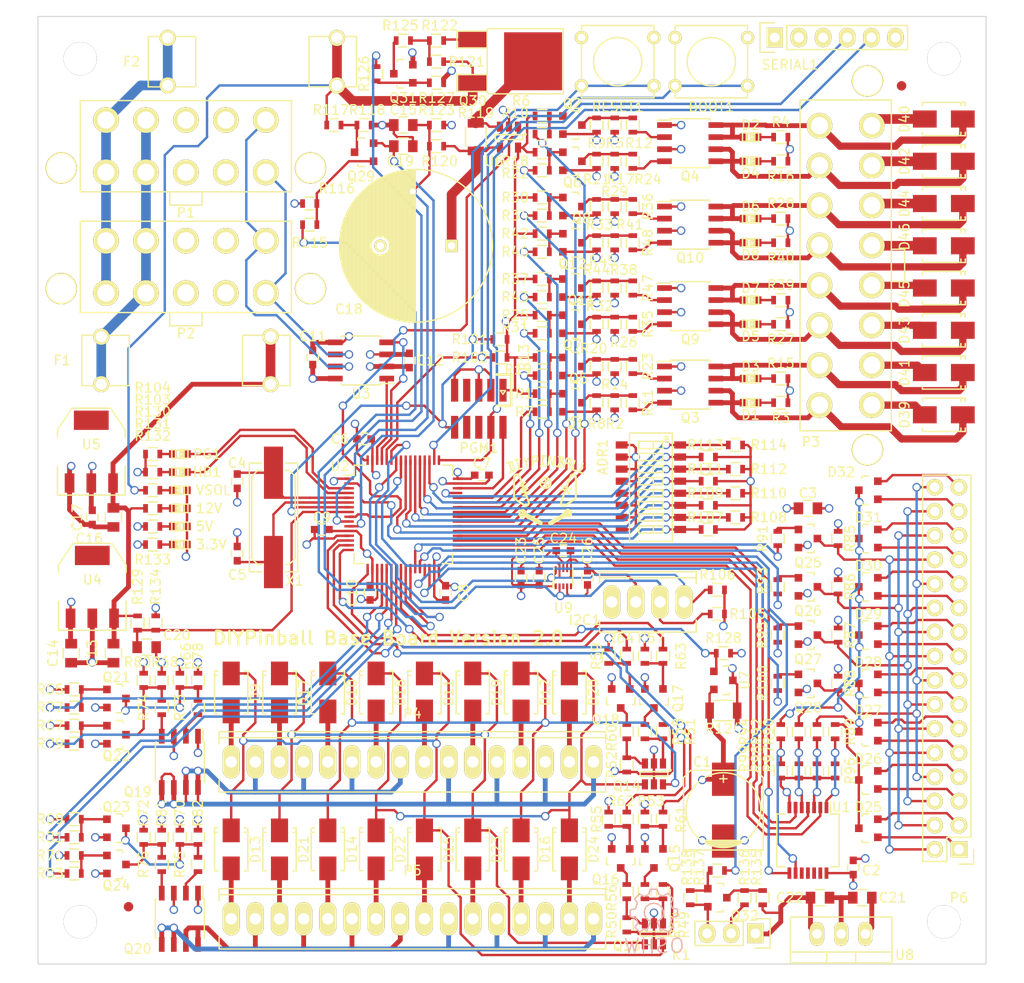
<source format=kicad_pcb>
(kicad_pcb (version 20221018) (generator pcbnew)
  (layers (0 "F.Cu" signal) (1 "In1.Cu" power "Ground.Cu") (2 "In2.Cu" mixed "Power.Cu") (31 "B.Cu" signal) (34 "B.Paste" user) (35 "F.Paste" user) (36 "B.SilkS" user "B.Silkscreen") (37 "F.SilkS" user "F.Silkscreen") (38 "B.Mask" user) (39 "F.Mask" user) (44 "Edge.Cuts" user))
  (net 0 "")
  (net 1 "/Control Logic/ADDRESS0")
  (net 2 "/Control Logic/ADDRESS1")
  (net 3 "/Control Logic/ADDRESS2")
  (net 4 "/Control Logic/ADDRESS3")
  (net 5 "/Control Logic/ADDRESS4")
  (net 6 "/Control Logic/ADDRESS5")
  (net 7 "/Control Logic/ADDRESS6")
  (net 8 "/Control Logic/ADDRESS7")
  (net 9 "/Lamp Driver/LAMP_12V")
  (net 10 "GND")
  (net 11 "+12V")
  (net 12 "Net-(C4-Pad1)")
  (net 13 "Net-(C5-Pad1)")
  (net 14 "+5V")
  (net 15 "/Control Logic/VSOL_IN_SENSE")
  (net 16 "/Solenoid Driver/SOL_PWR")
  (net 17 "/Control Logic/VSOL_SENSE")
  (net 18 "/Control Logic/12V_SENSE")
  (net 19 "Net-(C22-Pad1)")
  (net 20 "Net-(C26-Pad1)")
  (net 21 "Net-(D1-Pad2)")
  (net 22 "Net-(D1-Pad1)")
  (net 23 "Net-(D2-Pad2)")
  (net 24 "Net-(D2-Pad1)")
  (net 25 "Net-(D3-Pad2)")
  (net 26 "Net-(D3-Pad1)")
  (net 27 "Net-(D4-Pad2)")
  (net 28 "Net-(D4-Pad1)")
  (net 29 "Net-(D43-Pad1)")
  (net 30 "Net-(D5-Pad1)")
  (net 31 "Net-(D44-Pad1)")
  (net 32 "Net-(D6-Pad1)")
  (net 33 "Net-(D45-Pad1)")
  (net 34 "Net-(D7-Pad1)")
  (net 35 "Net-(D46-Pad1)")
  (net 36 "Net-(D8-Pad1)")
  (net 37 "Net-(D11-Pad1)")
  (net 38 "Net-(D9-Pad2)")
  (net 39 "Net-(D10-Pad1)")
  (net 40 "Net-(D10-Pad2)")
  (net 41 "Net-(D11-Pad2)")
  (net 42 "Net-(D12-Pad2)")
  (net 43 "Net-(D13-Pad2)")
  (net 44 "Net-(D14-Pad2)")
  (net 45 "Net-(D15-Pad2)")
  (net 46 "Net-(D16-Pad2)")
  (net 47 "Net-(D17-Pad1)")
  (net 48 "Net-(D17-Pad2)")
  (net 49 "Net-(D18-Pad1)")
  (net 50 "Net-(D18-Pad2)")
  (net 51 "Net-(D19-Pad2)")
  (net 52 "Net-(D20-Pad2)")
  (net 53 "Net-(D21-Pad2)")
  (net 54 "Net-(D22-Pad2)")
  (net 55 "Net-(D23-Pad2)")
  (net 56 "Net-(D24-Pad2)")
  (net 57 "Net-(D35-Pad1)")
  (net 58 "Net-(D36-Pad1)")
  (net 59 "Net-(D37-Pad1)")
  (net 60 "Net-(D38-Pad1)")
  (net 61 "/Power Supply/12V_IN")
  (net 62 "/Power Supply/VSOL_IN")
  (net 63 "VEE")
  (net 64 "Net-(HB1-Pad2)")
  (net 65 "/Control Logic/HEARTBEAT")
  (net 66 "/Accelerometer/SCL")
  (net 67 "/Accelerometer/SDA")
  (net 68 "Net-(K1-Pad2)")
  (net 69 "/Control Logic/CANH")
  (net 70 "/Control Logic/CANL")
  (net 71 "Net-(P4-Pad2)")
  (net 72 "Net-(P4-Pad10)")
  (net 73 "Net-(P5-Pad2)")
  (net 74 "Net-(P5-Pad10)")
  (net 75 "Net-(D25-Pad1)")
  (net 76 "/Switch Matrix/COL0_SWITCHED")
  (net 77 "/Switch Matrix/COL1_SWITCHED")
  (net 78 "Net-(D26-Pad1)")
  (net 79 "/Switch Matrix/COL2_SWITCHED")
  (net 80 "/Switch Matrix/COL3_SWITCHED")
  (net 81 "Net-(D27-Pad1)")
  (net 82 "Net-(D28-Pad1)")
  (net 83 "Net-(D29-Pad1)")
  (net 84 "Net-(D30-Pad1)")
  (net 85 "Net-(D31-Pad1)")
  (net 86 "Net-(D32-Pad1)")
  (net 87 "Net-(PG1-Pad2)")
  (net 88 "/Control Logic/POWER_GOOD")
  (net 89 "/Control Logic/SWDIO")
  (net 90 "/Control Logic/SWCLK")
  (net 91 "Net-(Q3-Pad2)")
  (net 92 "Net-(Q3-Pad4)")
  (net 93 "Net-(Q4-Pad2)")
  (net 94 "Net-(Q4-Pad4)")
  (net 95 "Net-(Q9-Pad2)")
  (net 96 "Net-(Q9-Pad4)")
  (net 97 "Net-(Q10-Pad2)")
  (net 98 "Net-(Q10-Pad4)")
  (net 99 "Net-(Q19-Pad2)")
  (net 100 "Net-(Q19-Pad4)")
  (net 101 "Net-(Q20-Pad2)")
  (net 102 "Net-(Q20-Pad4)")
  (net 103 "Net-(Q1-Pad1)")
  (net 104 "Net-(Q1-Pad3)")
  (net 105 "Net-(Q2-Pad3)")
  (net 106 "Net-(Q2-Pad1)")
  (net 107 "/Control Logic/SOLENOID0")
  (net 108 "/Control Logic/SOLENOID7")
  (net 109 "Net-(Q5-Pad1)")
  (net 110 "Net-(Q5-Pad3)")
  (net 111 "Net-(Q6-Pad3)")
  (net 112 "Net-(Q6-Pad1)")
  (net 113 "/Control Logic/SOLENOID1")
  (net 114 "/Control Logic/SOLENOID6")
  (net 115 "Net-(Q7-Pad1)")
  (net 116 "Net-(Q7-Pad3)")
  (net 117 "Net-(Q8-Pad3)")
  (net 118 "Net-(Q8-Pad1)")
  (net 119 "/Control Logic/SOLENOID2")
  (net 120 "/Control Logic/SOLENOID5")
  (net 121 "Net-(Q11-Pad1)")
  (net 122 "Net-(Q11-Pad3)")
  (net 123 "Net-(Q12-Pad3)")
  (net 124 "Net-(Q12-Pad1)")
  (net 125 "/Control Logic/SOLENOID3")
  (net 126 "/Control Logic/SOLENOID4")
  (net 127 "Net-(Q13-Pad1)")
  (net 128 "Net-(Q13-Pad3)")
  (net 129 "Net-(Q14-Pad1)")
  (net 130 "Net-(Q14-Pad3)")
  (net 131 "Net-(Q15-Pad1)")
  (net 132 "Net-(Q15-Pad3)")
  (net 133 "Net-(Q16-Pad1)")
  (net 134 "Net-(Q16-Pad3)")
  (net 135 "Net-(Q17-Pad1)")
  (net 136 "Net-(Q17-Pad3)")
  (net 137 "Net-(Q18-Pad1)")
  (net 138 "Net-(Q18-Pad3)")
  (net 139 "/Control Logic/LAMP_ROW0")
  (net 140 "/Control Logic/LAMP_ROW1")
  (net 141 "/Control Logic/LAMP_ROW2")
  (net 142 "/Control Logic/LAMP_ROW3")
  (net 143 "Net-(Q21-Pad1)")
  (net 144 "Net-(Q21-Pad3)")
  (net 145 "Net-(Q22-Pad1)")
  (net 146 "Net-(Q22-Pad3)")
  (net 147 "Net-(Q23-Pad1)")
  (net 148 "Net-(Q23-Pad3)")
  (net 149 "Net-(Q24-Pad1)")
  (net 150 "Net-(Q24-Pad3)")
  (net 151 "/Control Logic/LAMP_COL0")
  (net 152 "/Control Logic/LAMP_COL1")
  (net 153 "/Control Logic/LAMP_COL2")
  (net 154 "/Control Logic/LAMP_COL3")
  (net 155 "Net-(R89-Pad1)")
  (net 156 "/Switch Matrix/ROW0_SWITCHED")
  (net 157 "Net-(R90-Pad1)")
  (net 158 "/Switch Matrix/ROW1_SWITCHED")
  (net 159 "Net-(Q25-Pad1)")
  (net 160 "/Switch Matrix/COL0")
  (net 161 "Net-(R92-Pad1)")
  (net 162 "/Switch Matrix/ROW2_SWITCHED")
  (net 163 "Net-(Q26-Pad1)")
  (net 164 "/Switch Matrix/COL1")
  (net 165 "Net-(R94-Pad1)")
  (net 166 "/Switch Matrix/ROW3_SWITCHED")
  (net 167 "Net-(Q27-Pad1)")
  (net 168 "/Switch Matrix/COL2")
  (net 169 "Net-(Q28-Pad1)")
  (net 170 "/Switch Matrix/COL3")
  (net 171 "/Control Logic/~{RESET}")
  (net 172 "/Control Logic/BOOTLOADER")
  (net 173 "Net-(Q29-Pad1)")
  (net 174 "/Control Logic/VSOL_MEASURE_CONTROL")
  (net 175 "Net-(Q29-Pad3)")
  (net 176 "Net-(Q30-PadD)")
  (net 177 "Net-(R121-Pad2)")
  (net 178 "Net-(Q31-Pad3)")
  (net 179 "Net-(Q31-Pad1)")
  (net 180 "/Control Logic/VSOL_PRECHARGE_PWM")
  (net 181 "/Power Supply/ILAMP_SENSE_OUT")
  (net 182 "Net-(Q32-Pad3)")
  (net 183 "Net-(Q32-Pad1)")
  (net 184 "/RGB LED Output/RGB_DATA")
  (net 185 "/Control Logic/RXD")
  (net 186 "/Switch Matrix/ROW0")
  (net 187 "/Switch Matrix/ROW1")
  (net 188 "/Switch Matrix/ROW2")
  (net 189 "/Switch Matrix/ROW3")
  (net 190 "/Power Supply/ISOL_SENSE_OUT")
  (net 191 "/Control Logic/CANRX")
  (net 192 "/Control Logic/CANTX")
  (net 193 "+3.3V")
  (net 194 "Net-(Q30-PadG)")
  (net 195 "Net-(D25-Pad2)")
  (net 196 "Net-(D26-Pad2)")
  (net 197 "Net-(D27-Pad2)")
  (net 198 "Net-(D28-Pad2)")
  (net 199 "Net-(D29-Pad2)")
  (net 200 "Net-(D30-Pad2)")
  (net 201 "Net-(D31-Pad2)")
  (net 202 "Net-(D32-Pad2)")
  (footprint "PinballParts:DIPSWITCH-SMT-08" (layer "F.Cu") (at 120.3325 129.54 -90)
    (fp_text reference "ADR1")
    (fp_text value "DIPS_08" hide)
  )
  (footprint "Capacitors_SMD:c_elec_8x10" (layer "F.Cu") (at 127.9525 163.5125 90)
    (fp_text reference "C1")
    (fp_text value "47u")
  )
  (footprint "Capacitors_SMD:C_0603" (layer "F.Cu") (at 141.605 169.545 90)
    (fp_text reference "C2")
    (fp_text value "100n")
  )
  (footprint "Capacitors_SMD:C_0805" (layer "F.Cu") (at 136.8425 131.7625 180)
    (fp_text reference "C3")
    (fp_text value "10u")
  )
  (footprint "Capacitors_SMD:C_0603" (layer "F.Cu") (at 76.835 128.905 -90)
    (fp_text reference "C4")
    (fp_text value "18p")
  )
  (footprint "Capacitors_SMD:C_0603" (layer "F.Cu") (at 76.835 136.525 90)
    (fp_text reference "C5")
    (fp_text value "18p")
  )
  (footprint "Capacitors_SMD:C_0603" (layer "F.Cu") (at 90.17 124.46)
    (fp_text reference "C6")
    (fp_text value "10n")
  )
  (footprint "Capacitors_SMD:C_0603" (layer "F.Cu") (at 102.5525 128.27)
    (fp_text reference "C7")
    (fp_text value "10n")
  )
  (footprint "Capacitors_SMD:C_0603" (layer "F.Cu") (at 98.7425 140.6525 -90)
    (fp_text reference "C8")
    (fp_text value "10n")
  )
  (footprint "Capacitors_SMD:C_0603" (layer "F.Cu") (at 85.725 133.985)
    (fp_text reference "C9")
    (fp_text value "100n")
  )
  (footprint "Capacitors_SMD:C_0603" (layer "F.Cu") (at 90.805 140.6525 90)
    (fp_text reference "C10")
    (fp_text value "100n")
  )
  (footprint "Capacitors_SMD:C_0603" (layer "F.Cu") (at 84.7725 115.8875 -90)
    (fp_text reference "C11")
    (fp_text value "100n")
  )
  (footprint "Capacitors_SMD:C_0603" (layer "F.Cu") (at 94.9325 116.205 -90)
    (fp_text reference "C12")
    (fp_text value "100n")
  )
  (footprint "Capacitors_SMD:C_0805" (layer "F.Cu") (at 63.8175 147.0025 -90)
    (fp_text reference "C13")
    (fp_text value "10u")
  )
  (footprint "Capacitors_SMD:C_0805" (layer "F.Cu") (at 59.3725 147.0025 -90)
    (fp_text reference "C14")
    (fp_text value "10u")
  )
  (footprint "Capacitors_SMD:C_0805" (layer "F.Cu") (at 94.2975 93.6625)
    (fp_text reference "C15")
    (fp_text value "10u")
  )
  (footprint "Capacitors_SMD:C_0805" (layer "F.Cu") (at 63.8175 132.715 -90)
    (fp_text reference "C16")
    (fp_text value "10u")
  )
  (footprint "Capacitors_SMD:C_0603" (layer "F.Cu") (at 61.595 132.715 -90)
    (fp_text reference "C17")
    (fp_text value "4.7u")
  )
  (footprint "Capacitors_ThroughHole:C_Radial_D16_L25_P7.5" (layer "F.Cu") (at 99.3775 104.14 180)
    (fp_text reference "C18")
    (fp_text value "470u")
  )
  (footprint "Capacitors_SMD:C_0805" (layer "F.Cu") (at 94.2975 91.44 180)
    (fp_text reference "C19")
    (fp_text value "10u")
  )
  (footprint "Capacitors_SMD:C_0805" (layer "F.Cu") (at 67.31 146.3675)
    (fp_text reference "C20")
    (fp_text value "10u")
  )
  (footprint "Capacitors_SMD:C_0603" (layer "F.Cu") (at 106.68 139.065 90)
    (fp_text reference "C23")
    (fp_text value "100n")
  )
  (footprint "Capacitors_SMD:C_0603" (layer "F.Cu") (at 111.125 136.2075)
    (fp_text reference "C24")
    (fp_text value "100n")
  )
  (footprint "Capacitors_SMD:C_0603" (layer "F.Cu") (at 108.585 139.065 90)
    (fp_text reference "C25")
    (fp_text value "1u")
  )
  (footprint "Capacitors_SMD:C_0603" (layer "F.Cu") (at 113.665 139.065 90)
    (fp_text reference "C26")
    (fp_text value "100n")
  )
  (footprint "LEDs:LED-0603" (layer "F.Cu") (at 130.81 120.65 180)
    (fp_text reference "D1")
    (fp_text value "LED")
  )
  (footprint "LEDs:LED-0603" (layer "F.Cu") (at 130.81 92.71 180)
    (fp_text reference "D2")
    (fp_text value "LED")
  )
  (footprint "LEDs:LED-0603" (layer "F.Cu") (at 130.81 118.11 180)
    (fp_text reference "D3")
    (fp_text value "LED")
  )
  (footprint "LEDs:LED-0603" (layer "F.Cu") (at 130.81 112.395 180)
    (fp_text reference "D5")
    (fp_text value "LED")
  )
  (footprint "LEDs:LED-0603" (layer "F.Cu") (at 130.81 101.2825 180)
    (fp_text reference "D6")
    (fp_text value "LED")
  )
  (footprint "LEDs:LED-0603" (layer "F.Cu") (at 130.81 109.855 180)
    (fp_text reference "D7")
    (fp_text value "LED")
  )
  (footprint "LEDs:LED-0603" (layer "F.Cu") (at 130.81 103.8225 180)
    (fp_text reference "D8")
    (fp_text value "LED")
  )
  (footprint "Diodes_SMD:Diode-SMA_Standard" (layer "F.Cu") (at 76.2 151.13 -90)
    (fp_text reference "D9")
    (fp_text value "S1M")
  )
  (footprint "Diodes_SMD:Diode-SMA_Standard" (layer "F.Cu") (at 86.36 151.13 -90)
    (fp_text reference "D10")
    (fp_text value "S1M")
  )
  (footprint "Diodes_SMD:Diode-SMA_Standard" (layer "F.Cu") (at 96.52 151.13 -90)
    (fp_text reference "D11")
    (fp_text value "S1M")
  )
  (footprint "Diodes_SMD:Diode-SMA_Standard" (layer "F.Cu") (at 106.68 151.13 -90)
    (fp_text reference "D12")
    (fp_text value "S1M")
  )
  (footprint "Diodes_SMD:Diode-SMA_Standard" (layer "F.Cu") (at 76.2 167.64 -90)
    (fp_text reference "D13")
    (fp_text value "S1M")
  )
  (footprint "Diodes_SMD:Diode-SMA_Standard" (layer "F.Cu") (at 86.36 167.64 -90)
    (fp_text reference "D14")
    (fp_text value "S1M")
  )
  (footprint "Diodes_SMD:Diode-SMA_Standard" (layer "F.Cu") (at 96.52 167.64 -90)
    (fp_text reference "D15")
    (fp_text value "S1M")
  )
  (footprint "Diodes_SMD:Diode-SMA_Standard" (layer "F.Cu") (at 106.68 167.64 -90)
    (fp_text reference "D16")
    (fp_text value "S1M")
  )
  (footprint "Diodes_SMD:Diode-SMA_Standard" (layer "F.Cu") (at 81.28 151.13 -90)
    (fp_text reference "D17")
    (fp_text value "S1M")
  )
  (footprint "Diodes_SMD:Diode-SMA_Standard" (layer "F.Cu") (at 91.44 151.13 -90)
    (fp_text reference "D18")
    (fp_text value "S1M")
  )
  (footprint "Diodes_SMD:Diode-SMA_Standard" (layer "F.Cu") (at 101.6 151.13 -90)
    (fp_text reference "D19")
    (fp_text value "S1M")
  )
  (footprint "Diodes_SMD:Diode-SMA_Standard" (layer "F.Cu") (at 111.76 151.13 -90)
    (fp_text reference "D20")
    (fp_text value "S1M")
  )
  (footprint "Diodes_SMD:Diode-SMA_Standard" (layer "F.Cu") (at 81.28 167.64 -90)
    (fp_text reference "D21")
    (fp_text value "S1M")
  )
  (footprint "Diodes_SMD:Diode-SMA_Standard" (layer "F.Cu") (at 91.44 167.64 -90)
    (fp_text reference "D22")
    (fp_text value "S1M")
  )
  (footprint "Diodes_SMD:Diode-SMA_Standard" (layer "F.Cu") (at 101.6 167.64 -90)
    (fp_text reference "D23")
    (fp_text value "S1M")
  )
  (footprint "Diodes_SMD:Diode-SMA_Standard" (layer "F.Cu") (at 111.76 167.64 -90)
    (fp_text reference "D24")
    (fp_text value "S1M")
  )
  (footprint "LEDs:LED-0603" (layer "F.Cu") (at 70.8025 129.8575)
    (fp_text reference "D35" hide)
    (fp_text value "LED")
  )
  (footprint "LEDs:LED-0603" (layer "F.Cu") (at 70.8025 131.7625)
    (fp_text reference "D36" hide)
    (fp_text value "LED")
  )
  (footprint "LEDs:LED-0603" (layer "F.Cu") (at 70.8025 133.6675)
    (fp_text reference "D37" hide)
    (fp_text value "LED")
  )
  (footprint "LEDs:LED-0603" (layer "F.Cu") (at 70.8025 135.5725)
    (fp_text reference "D38" hide)
    (fp_text value "LED")
  )
  (footprint "PinballParts:FC203-20MM" (layer "F.Cu") (at 71.4375 116.205)
    (fp_text reference "F1")
    (fp_text value "FUSE" hide)
  )
  (footprint "PinballParts:FC203-20MM" (layer "F.Cu") (at 78.4225 84.7725)
    (fp_text reference "F2")
    (fp_text value "FUSE" hide)
  )
  (footprint "Sockets_MOLEX_KK-System:Socket_MOLEX-KK-RM2-54mm_Lock_4pin_straight" (layer "F.Cu") (at 120.015 141.605)
    (fp_text reference "I2C1")
    (fp_text value "CONN_4")
  )
  (footprint "PinballParts:PINBALL-CONNECTOR-V" (layer "F.Cu") (at 71.4375 93.6625)
    (fp_text reference "P1")
    (fp_text value "PINBALL-CONNECTOR" hide)
  )
  (footprint "PinballParts:PINBALL-CONNECTOR-V" (layer "F.Cu") (at 71.4375 106.3625)
    (fp_text reference "P2")
    (fp_text value "PINBALL-CONNECTOR" hide)
  )
  (footprint "PinballParts:Socket_MOLEX-KK-RM2-54mm_Lock_16pin_straight" (layer "F.Cu") (at 95.25 158.4325)
    (fp_text reference "P4")
    (fp_text value "CONN_16" hide)
  )
  (footprint "PinballParts:Socket_MOLEX-KK-RM2-54mm_Lock_16pin_straight" (layer "F.Cu") (at 95.25 174.9425)
    (fp_text reference "P5")
    (fp_text value "CONN_16" hide)
  )
  (footprint "Pin_Headers:Pin_Header_Straight_2x16" (layer "F.Cu") (at 152.7175 167.64 180)
    (fp_text reference "P6")
    (fp_text value "HE10-32")
  )
  (footprint "LEDs:LED-0603" (layer "F.Cu") (at 70.8025 126.0475 180)
    (fp_text reference "PG1")
    (fp_text value "LED")
  )
  (footprint "Myelin:pin_array_5x2_50mil_smd" (layer "F.Cu") (at 102.235 121.285 180)
    (fp_text reference "PGM1")
    (fp_text value "ARM-SWD-HEADER" hide)
  )
  (footprint "Housings_SOIC:SOIC-8_3.9x4.9mm_Pitch1.27mm" (layer "F.Cu") (at 124.46 118.745)
    (fp_text reference "Q3")
    (fp_text value "DMN6040SSD")
  )
  (footprint "Housings_SOIC:SOIC-8_3.9x4.9mm_Pitch1.27mm" (layer "F.Cu") (at 124.46 93.345)
    (fp_text reference "Q4")
    (fp_text value "DMN6040SSD")
  )
  (footprint "Housings_SOIC:SOIC-8_3.9x4.9mm_Pitch1.27mm" (layer "F.Cu") (at 124.46 110.49)
    (fp_text reference "Q9")
    (fp_text value "DMN6040SSD")
  )
  (footprint "Housings_SOIC:SOIC-8_3.9x4.9mm_Pitch1.27mm" (layer "F.Cu") (at 124.46 101.9175)
    (fp_text reference "Q10")
    (fp_text value "DMN6040SSD")
  )
  (footprint "Housings_SOIC:SOIC-8_3.9x4.9mm_Pitch1.27mm" (layer "F.Cu") (at 70.8025 158.4325 -90)
    (fp_text reference "Q19")
    (fp_text value "DMN6040SSD")
  )
  (footprint "Housings_SOIC:SOIC-8_3.9x4.9mm_Pitch1.27mm" (layer "F.Cu") (at 70.8025 174.9425 -90)
    (fp_text reference "Q20")
    (fp_text value "DMN6040SSD")
  )
  (footprint "Resistors_SMD:R_0603" (layer "F.Cu") (at 108.9025 119.6975)
    (fp_text reference "R1")
    (fp_text value "10K")
  )
  (footprint "Resistors_SMD:R_0603" (layer "F.Cu") (at 116.5225 120.65 90)
    (fp_text reference "R2")
    (fp_text value "1K")
  )
  (footprint "Resistors_SMD:R_0603" (layer "F.Cu") (at 133.985 120.65 180)
    (fp_text reference "R3")
    (fp_text value "2.7K")
  )
  (footprint "Resistors_SMD:R_0603" (layer "F.Cu") (at 133.985 92.71 180)
    (fp_text reference "R4")
    (fp_text value "2.7K")
  )
  (footprint "Resistors_SMD:R_0603" (layer "F.Cu") (at 116.5225 91.44 90)
    (fp_text reference "R5")
    (fp_text value "1K")
  )
  (footprint "Resistors_SMD:R_0603" (layer "F.Cu") (at 108.9025 90.4875)
    (fp_text reference "R6")
    (fp_text value "10K")
  )
  (footprint "Resistors_SMD:R_0603" (layer "F.Cu") (at 108.9025 121.6025)
    (fp_text reference "R7")
    (fp_text value "1K")
  )
  (footprint "Resistors_SMD:R_0603" (layer "F.Cu") (at 114.6175 120.65 -90)
    (fp_text reference "R8")
    (fp_text value "10K")
  )
  (footprint "Resistors_SMD:R_0603" (layer "F.Cu") (at 114.6175 91.44 -90)
    (fp_text reference "R9")
    (fp_text value "10K")
  )
  (footprint "Resistors_SMD:R_0603" (layer "F.Cu") (at 108.9025 92.3925)
    (fp_text reference "R10")
    (fp_text value "1K")
  )
  (footprint "Resistors_SMD:R_0603" (layer "F.Cu") (at 118.4275 120.65 90)
    (fp_text reference "R11")
    (fp_text value "22")
  )
  (footprint "Resistors_SMD:R_0603" (layer "F.Cu") (at 118.4275 91.44 -90)
    (fp_text reference "R12")
    (fp_text value "22")
  )
  (footprint "Resistors_SMD:R_0603" (layer "F.Cu") (at 108.9025 115.8875)
    (fp_text reference "R13")
    (fp_text value "10K")
  )
  (footprint "Resistors_SMD:R_0603" (layer "F.Cu") (at 116.5225 116.84 90)
    (fp_text reference "R14")
    (fp_text value "1K")
  )
  (footprint "Resistors_SMD:R_0603" (layer "F.Cu") (at 133.985 118.11 180)
    (fp_text reference "R15")
    (fp_text value "2.7K")
  )
  (footprint "Resistors_SMD:R_0603" (layer "F.Cu") (at 133.985 95.25 180)
    (fp_text reference "R16")
    (fp_text value "2.7K")
  )
  (footprint "Resistors_SMD:R_0603" (layer "F.Cu") (at 116.5225 95.25 90)
    (fp_text reference "R17")
    (fp_text value "1K")
  )
  (footprint "Resistors_SMD:R_0603" (layer "F.Cu") (at 108.9025 94.2975)
    (fp_text reference "R18")
    (fp_text value "10K")
  )
  (footprint "Resistors_SMD:R_0603" (layer "F.Cu") (at 108.9025 117.7925)
    (fp_text reference "R19")
    (fp_text value "1K")
  )
  (footprint "Resistors_SMD:R_0603" (layer "F.Cu") (at 114.6175 116.84 -90)
    (fp_text reference "R20")
    (fp_text value "10K")
  )
  (footprint "Resistors_SMD:R_0603" (layer "F.Cu") (at 114.6175 95.25 -90)
    (fp_text reference "R21")
    (fp_text value "10K")
  )
  (footprint "Resistors_SMD:R_0603" (layer "F.Cu") (at 108.9025 96.2025)
    (fp_text reference "R22")
    (fp_text value "1K")
  )
  (footprint "Resistors_SMD:R_0603" (layer "F.Cu") (at 118.4275 116.84 90)
    (fp_text reference "R23")
    (fp_text value "22")
  )
  (footprint "Resistors_SMD:R_0603" (layer "F.Cu") (at 118.4275 95.25 -90)
    (fp_text reference "R24")
    (fp_text value "22")
  )
  (footprint "Resistors_SMD:R_0603" (layer "F.Cu") (at 108.9025 111.4425)
    (fp_text reference "R25")
    (fp_text value "10K")
  )
  (footprint "Resistors_SMD:R_0603" (layer "F.Cu") (at 116.5225 112.395 90)
    (fp_text reference "R26")
    (fp_text value "1K")
  )
  (footprint "Resistors_SMD:R_0603" (layer "F.Cu") (at 133.985 112.395 180)
    (fp_text reference "R27")
    (fp_text value "2.7K")
  )
  (footprint "Resistors_SMD:R_0603" (layer "F.Cu") (at 133.985 101.2825 180)
    (fp_text reference "R28")
    (fp_text value "2.7K")
  )
  (footprint "Resistors_SMD:R_0603" (layer "F.Cu") (at 116.5225 100.0125 90)
    (fp_text reference "R29")
    (fp_text value "1K")
  )
  (footprint "Resistors_SMD:R_0603" (layer "F.Cu") (at 108.9025 99.06)
    (fp_text reference "R30")
    (fp_text value "10K")
  )
  (footprint "Resistors_SMD:R_0603" (layer "F.Cu") (at 108.9025 113.3475)
    (fp_text reference "R31")
    (fp_text value "1K")
  )
  (footprint "Resistors_SMD:R_0603" (layer "F.Cu") (at 114.6175 112.395 -90)
    (fp_text reference "R32")
    (fp_text value "10K")
  )
  (footprint "Resistors_SMD:R_0603" (layer "F.Cu") (at 114.6175 100.0125 -90)
    (fp_text reference "R33")
    (fp_text value "10K")
  )
  (footprint "Resistors_SMD:R_0603" (layer "F.Cu") (at 108.9025 100.965)
    (fp_text reference "R34")
    (fp_text value "1K")
  )
  (footprint "Resistors_SMD:R_0603" (layer "F.Cu") (at 118.4275 112.395 90)
    (fp_text reference "R35")
    (fp_text value "22")
  )
  (footprint "Resistors_SMD:R_0603" (layer "F.Cu") (at 118.4275 100.0125 -90)
    (fp_text reference "R36")
    (fp_text value "22")
  )
  (footprint "Resistors_SMD:R_0603" (layer "F.Cu") (at 108.9025 107.6325)
    (fp_text reference "R37")
    (fp_text value "10K")
  )
  (footprint "Resistors_SMD:R_0603" (layer "F.Cu") (at 116.5225 108.585 90)
    (fp_text reference "R38")
    (fp_text value "1K")
  )
  (footprint "Resistors_SMD:R_0603" (layer "F.Cu") (at 133.985 109.855 180)
    (fp_text reference "R39")
    (fp_text value "2.7K")
  )
  (footprint "Resistors_SMD:R_0603" (layer "F.Cu") (at 133.985 103.8225 180)
    (fp_text reference "R40")
    (fp_text value "2.7K")
  )
  (footprint "Resistors_SMD:R_0603" (layer "F.Cu") (at 116.5225 103.8225 90)
    (fp_text reference "R41")
    (fp_text value "1K")
  )
  (footprint "Resistors_SMD:R_0603" (layer "F.Cu") (at 108.9025 102.87)
    (fp_text reference "R42")
    (fp_text value "10K")
  )
  (footprint "Resistors_SMD:R_0603" (layer "F.Cu") (at 108.9025 109.5375)
    (fp_text reference "R43")
    (fp_text value "1K")
  )
  (footprint "Resistors_SMD:R_0603" (layer "F.Cu") (at 114.6175 108.585 -90)
    (fp_text reference "R44")
    (fp_text value "10K")
  )
  (footprint "Resistors_SMD:R_0603" (layer "F.Cu") (at 114.6175 103.8225 -90)
    (fp_text reference "R45")
    (fp_text value "10K")
  )
  (footprint "Resistors_SMD:R_0603" (layer "F.Cu") (at 108.9025 104.775)
    (fp_text reference "R46")
    (fp_text value "1K")
  )
  (footprint "Resistors_SMD:R_0603" (layer "F.Cu") (at 118.4275 108.585 90)
    (fp_text reference "R47")
    (fp_text value "22")
  )
  (footprint "Resistors_SMD:R_0603" (layer "F.Cu") (at 118.4275 103.8225 -90)
    (fp_text reference "R48")
    (fp_text value "22")
  )
  (footprint "Resistors_SMD:R_0603" (layer "F.Cu") (at 121.6025 155.2575 -90)
    (fp_text reference "R51")
    (fp_text value "10K")
  )
  (footprint "Resistors_SMD:R_0603" (layer "F.Cu") (at 117.7925 158.75 90)
    (fp_text reference "R52")
    (fp_text value "10K")
  )
  (footprint "Resistors_SMD:R_0603" (layer "F.Cu") (at 119.6975 147.32 -90)
    (fp_text reference "R57")
    (fp_text value "10K")
  )
  (footprint "Resistors_SMD:R_0603" (layer "F.Cu") (at 119.6975 155.2575 90)
    (fp_text reference "R58")
    (fp_text value "1K")
  )
  (footprint "Resistors_SMD:R_0603" (layer "F.Cu") (at 115.8875 147.32 -90)
    (fp_text reference "R59")
    (fp_text value "10K")
  )
  (footprint "Resistors_SMD:R_0603" (layer "F.Cu") (at 117.7925 155.2575 90)
    (fp_text reference "R60")
    (fp_text value "1K")
  )
  (footprint "Resistors_SMD:R_0603" (layer "F.Cu") (at 121.6025 147.32 -90)
    (fp_text reference "R63")
    (fp_text value "1K")
  )
  (footprint "Resistors_SMD:R_0603" (layer "F.Cu") (at 117.7925 147.32 -90)
    (fp_text reference "R64")
    (fp_text value "1K")
  )
  (footprint "Resistors_SMD:R_0603" (layer "F.Cu") (at 59.69 150.8125)
    (fp_text reference "R65")
    (fp_text value "10K")
  )
  (footprint "Resistors_SMD:R_0603" (layer "F.Cu") (at 70.8025 149.86 -90)
    (fp_text reference "R66")
    (fp_text value "1K")
  )
  (footprint "Resistors_SMD:R_0603" (layer "F.Cu") (at 59.69 154.6225)
    (fp_text reference "R67")
    (fp_text value "10K")
  )
  (footprint "Resistors_SMD:R_0603" (layer "F.Cu") (at 66.9925 149.86 -90)
    (fp_text reference "R68")
    (fp_text value "1K")
  )
  (footprint "Resistors_SMD:R_0603" (layer "F.Cu") (at 59.69 164.465)
    (fp_text reference "R69")
    (fp_text value "10K")
  )
  (footprint "Resistors_SMD:R_0603" (layer "F.Cu") (at 70.8025 166.37 -90)
    (fp_text reference "R70")
    (fp_text value "1K")
  )
  (footprint "Resistors_SMD:R_0603" (layer "F.Cu") (at 59.69 168.275)
    (fp_text reference "R71")
    (fp_text value "10K")
  )
  (footprint "Resistors_SMD:R_0603" (layer "F.Cu") (at 66.9925 166.37 -90)
    (fp_text reference "R72")
    (fp_text value "1K")
  )
  (footprint "Resistors_SMD:R_0603" (layer "F.Cu") (at 72.7075 152.7175 90)
    (fp_text reference "R73")
    (fp_text value "22")
  )
  (footprint "Resistors_SMD:R_0603" (layer "F.Cu") (at 68.8975 152.7175 -90)
    (fp_text reference "R74")
    (fp_text value "22")
  )
  (footprint "Resistors_SMD:R_0603" (layer "F.Cu") (at 72.7075 169.2275 -90)
    (fp_text reference "R75")
    (fp_text value "22")
  )
  (footprint "Resistors_SMD:R_0603" (layer "F.Cu") (at 68.8975 169.2275 -90)
    (fp_text reference "R76")
    (fp_text value "22")
  )
  (footprint "Resistors_SMD:R_0603" (layer "F.Cu") (at 59.69 152.7175)
    (fp_text reference "R77")
    (fp_text value "1K")
  )
  (footprint "Resistors_SMD:R_0603" (layer "F.Cu") (at 72.7075 149.86 90)
    (fp_text reference "R78")
    (fp_text value "10K")
  )
  (footprint "Resistors_SMD:R_0603" (layer "F.Cu") (at 59.69 156.5275)
    (fp_text reference "R79")
    (fp_text value "1K")
  )
  (footprint "Resistors_SMD:R_0603" (layer "F.Cu") (at 68.8975 149.86 90)
    (fp_text reference "R80")
    (fp_text value "10K")
  )
  (footprint "Resistors_SMD:R_0603" (layer "F.Cu") (at 59.69 166.37)
    (fp_text reference "R81")
    (fp_text value "1K")
  )
  (footprint "Resistors_SMD:R_0603" (layer "F.Cu") (at 72.7075 166.37 90)
    (fp_text reference "R82")
    (fp_text value "10K")
  )
  (footprint "Resistors_SMD:R_0603" (layer "F.Cu") (at 59.69 170.18)
    (fp_text reference "R83")
    (fp_text value "1K")
  )
  (footprint "Resistors_SMD:R_0603" (layer "F.Cu") (at 68.8975 166.37 90)
    (fp_text reference "R84")
    (fp_text value "10K")
  )
  (footprint "Resistors_SMD:R_0603" (layer "F.Cu") (at 140.0175 140.0175 -90)
    (fp_text reference "R86")
    (fp_text value "10K")
  )
  (footprint "Resistors_SMD:R_0603" (layer "F.Cu") (at 140.0175 145.0975 -90)
    (fp_text reference "R87")
    (fp_text value "10K")
  )
  (footprint "Resistors_SMD:R_0603" (layer "F.Cu") (at 140.0175 150.1775 -90)
    (fp_text reference "R88")
    (fp_text value "10K")
  )
  (footprint "Resistors_SMD:R_0603" (layer "F.Cu") (at 139.7 155.2575 90)
    (fp_text reference "R89")
    (fp_text value "10K")
  )
  (footprint "Resistors_SMD:R_0603" (layer "F.Cu") (at 137.795 155.2575 90)
    (fp_text reference "R90")
    (fp_text value "10K")
  )
  (footprint "Resistors_SMD:R_0603" (layer "F.Cu") (at 135.89 155.2575 90)
    (fp_text reference "R92")
    (fp_text value "10K")
  )
  (footprint "Resistors_SMD:R_0603" (layer "F.Cu") (at 133.6675 140.0175 -90)
    (fp_text reference "R93")
    (fp_text value "1K")
  )
  (footprint "Resistors_SMD:R_0603" (layer "F.Cu") (at 133.985 155.2575 90)
    (fp_text reference "R94")
    (fp_text value "10K")
  )
  (footprint "Resistors_SMD:R_0603" (layer "F.Cu") (at 133.6675 145.0975 -90)
    (fp_text reference "R95")
    (fp_text value "1K")
  )
  (footprint "Resistors_SMD:R_0603" (layer "F.Cu") (at 139.7 159.385 -90)
    (fp_text reference "R96")
    (fp_text value "10K")
  )
  (footprint "Resistors_SMD:R_0603" (layer "F.Cu") (at 137.795 159.385 -90)
    (fp_text reference "R97")
    (fp_text value "10K")
  )
  (footprint "Resistors_SMD:R_0603" (layer "F.Cu") (at 135.89 159.385 -90)
    (fp_text reference "R98")
    (fp_text value "10K")
  )
  (footprint "Resistors_SMD:R_0603" (layer "F.Cu") (at 133.985 159.385 -90)
    (fp_text reference "R99")
    (fp_text value "10K")
  )
  (footprint "Resistors_SMD:R_0603" (layer "F.Cu") (at 133.6675 150.1775 -90)
    (fp_text reference "R100")
    (fp_text value "1K")
  )
  (footprint "Resistors_SMD:R_0603" (layer "F.Cu") (at 104.4575 113.9825 180)
    (fp_text reference "R101")
    (fp_text value "10K")
  )
  (footprint "Resistors_SMD:R_0603" (layer "F.Cu") (at 104.4575 115.8875 180)
    (fp_text reference "R102")
    (fp_text value "10K")
  )
  (footprint "Resistors_SMD:R_0603" (layer "F.Cu") (at 67.945 127.9525 180)
    (fp_text reference "R103")
    (fp_text value "1K")
  )
  (footprint "Resistors_SMD:R_0603" (layer "F.Cu") (at 67.945 126.0475 180)
    (fp_text reference "R104")
    (fp_text value "1K")
  )
  (footprint "Resistors_SMD:R_0603" (layer "F.Cu") (at 127.3175 142.875 180)
    (fp_text reference "R105")
    (fp_text value "4.7K")
  )
  (footprint "Resistors_SMD:R_0603" (layer "F.Cu") (at 127.3175 140.335 180)
    (fp_text reference "R106")
    (fp_text value "4.7K")
  )
  (footprint "Resistors_SMD:R_0603" (layer "F.Cu") (at 126.365 133.985)
    (fp_text reference "R107")
    (fp_text value "10K")
  )
  (footprint "Resistors_SMD:R_0603" (layer "F.Cu") (at 129.2225 132.715)
    (fp_text reference "R108")
    (fp_text value "10K")
  )
  (footprint "Resistors_SMD:R_0603" (layer "F.Cu") (at 126.365 131.445)
    (fp_text reference "R109")
    (fp_text value "10K")
  )
  (footprint "Resistors_SMD:R_0603" (layer "F.Cu") (at 129.2225 130.175)
    (fp_text reference "R110")
    (fp_text value "10K")
  )
  (footprint "Resistors_SMD:R_0603" (layer "F.Cu") (at 126.365 128.905)
    (fp_text reference "R111")
    (fp_text value "10K")
  )
  (footprint "Resistors_SMD:R_0603" (layer "F.Cu") (at 129.2225 127.635)
    (fp_text reference "R112")
    (fp_text value "10K")
  )
  (footprint "Resistors_SMD:R_0603" (layer "F.Cu") (at 126.365 126.365)
    (fp_text reference "R113")
    (fp_text value "10K")
  )
  (footprint "Resistors_SMD:R_0603" (layer "F.Cu") (at 84.455 101.9175 180)
    (fp_text reference "R115")
    (fp_text value "1K")
  )
  (footprint "Resistors_SMD:R_0603" (layer "F.Cu") (at 84.455 99.695 180)
    (fp_text reference "R116")
    (fp_text value "10K")
  )
  (footprint "Resistors_SMD:R_0603" (layer "F.Cu") (at 86.995 91.44 180)
    (fp_text reference "R117")
    (fp_text value "95.3K 1%")
  )
  (footprint "Resistors_SMD:R_0603" (layer "F.Cu") (at 90.17 91.44)
    (fp_text reference "R118")
    (fp_text value "5.1K 1%")
  )
  (footprint "Resistors_SMD:R_1206" (layer "F.Cu") (at 101.9175 92.71 90)
    (fp_text reference "R119")
    (fp_text value ".003")
  )
  (footprint "Resistors_SMD:R_0603" (layer "F.Cu") (at 97.79 93.6625 180)
    (fp_text reference "R120")
    (fp_text value "95.3K 1%")
  )
  (footprint "Resistors_SMD:R_0603" (layer "F.Cu") (at 97.79 84.7725 180)
    (fp_text reference "R121")
    (fp_text value "10K")
  )
  (footprint "Resistors_SMD:R_0603" (layer "F.Cu") (at 97.79 82.55 180)
    (fp_text reference "R122")
    (fp_text value "22")
  )
  (footprint "Resistors_SMD:R_0603" (layer "F.Cu") (at 97.79 91.44)
    (fp_text reference "R123")
    (fp_text value "5.1K 1%")
  )
  (footprint "Resistors_SMD:R_1206" (layer "F.Cu") (at 127.9525 153.035)
    (fp_text reference "R124")
    (fp_text value "0.075")
  )
  (footprint "Resistors_SMD:R_0603" (layer "F.Cu") (at 94.2975 82.55 180)
    (fp_text reference "R125")
    (fp_text value "27K")
  )
  (footprint "Resistors_SMD:R_0603" (layer "F.Cu") (at 91.44 86.0425 90)
    (fp_text reference "R126")
    (fp_text value "1K")
  )
  (footprint "Resistors_SMD:R_0603" (layer "F.Cu") (at 97.79 86.995)
    (fp_text reference "R127")
    (fp_text value "10K")
  )
  (footprint "Resistors_SMD:R_0603" (layer "F.Cu") (at 127.9525 147.0025)
    (fp_text reference "R128")
    (fp_text value "5.1K 1%")
  )
  (footprint "Resistors_SMD:R_0603" (layer "F.Cu") (at 66.3575 143.8275 90)
    (fp_text reference "R129")
    (fp_text value "20.5K 1%")
  )
  (footprint "Resistors_SMD:R_0603" (layer "F.Cu") (at 67.945 129.8575)
    (fp_text reference "R130")
    (fp_text value "27K")
  )
  (footprint "Resistors_SMD:R_0603" (layer "F.Cu") (at 67.945 131.7625)
    (fp_text reference "R131")
    (fp_text value "2.7K")
  )
  (footprint "Resistors_SMD:R_0603" (layer "F.Cu") (at 67.945 133.6675)
    (fp_text reference "R132")
    (fp_text value "1K")
  )
  (footprint "Resistors_SMD:R_0603" (layer "F.Cu") (at 67.945 135.5725)
    (fp_text reference "R133")
    (fp_text value "1K")
  )
  (footprint "Resistors_SMD:R_0603" (layer "F.Cu") (at 68.2625 143.8275 90)
    (fp_text reference "R134")
    (fp_text value "5.1K 1%")
  )
  (footprint "Socket_Strips:Socket_Strip_Straight_1x06" (layer "F.Cu") (at 133.35 82.2325)
    (fp_text reference "SERIAL1")
    (fp_text value "FTDI_SERIAL")
  )
  (footprint "Housings_SSOP:SSOP-14_5.3x6.2mm_Pitch0.65mm" (layer "F.Cu") (at 136.8425 166.6875 -90)
    (fp_text reference "U1")
    (fp_text value "74LVC14")
  )
  (footprint "Housings_QFP:LQFP-64_10x10mm_Pitch0.5mm" (layer "F.Cu") (at 94.2975 132.3975)
    (fp_text reference "U2")
    (fp_text value "STM32F072R")
  )
  (footprint "Housings_SOIC:SOIC-8_3.9x4.9mm_Pitch1.27mm" (layer "F.Cu") (at 89.8525 116.205 180)
    (fp_text reference "U3")
    (fp_text value "MCP2562")
  )
  (footprint "SMD_Packages:SOT-223" (layer "F.Cu") (at 61.595 140.0175)
    (fp_text reference "U4")
    (fp_text value "MC78L05ACH")
  )
  (footprint "SMD_Packages:SOT-223" (layer "F.Cu") (at 61.49019 125.796001)
    (fp_text reference "U5")
    (fp_text value "AP1117IE33G")
  )
  (footprint "PinballParts:DFN-10" (layer "F.Cu") (at 111.125 139.065 90)
    (fp_text reference "U9")
    (fp_text value "MMA8653FC" hide)
  )
  (footprint "Crystals_Oscillators_SMD:Q_49U3HMS" (layer "F.Cu") (at 80.645 132.715 -90)
    (fp_text reference "X1")
    (fp_text value "8.000 MHz")
  )
  (footprint "Housings_SOT-23_SOT-143_TSOT-6:SOT-23" (layer "F.Cu") (at 143.1925 165.4175 90)
    (fp_text reference "D25")
    (fp_text value "BAT54C")
  )
  (footprint "Housings_SOT-23_SOT-143_TSOT-6:SOT-23" (layer "F.Cu") (at 143.1925 160.3375 90)
    (fp_text reference "D26")
    (fp_text value "BAT54C")
  )
  (footprint "Housings_SOT-23_SOT-143_TSOT-6:SOT-23" (layer "F.Cu") (at 143.1925 155.2575 90)
    (fp_text reference "D27")
    (fp_text value "BAT54C")
  )
  (footprint "Housings_SOT-23_SOT-143_TSOT-6:SOT-23" (layer "F.Cu") (at 143.1925 150.1775 90)
    (fp_text reference "D28")
    (fp_text value "BAT54C")
  )
  (footprint "Housings_SOT-23_SOT-143_TSOT-6:SOT-23" (layer "F.Cu") (at 143.1925 145.0975 90)
    (fp_text reference "D29")
    (fp_text value "BAT54C")
  )
  (footprint "Housings_SOT-23_SOT-143_TSOT-6:SOT-23" (layer "F.Cu") (at 143.1925 140.0175 90)
    (fp_text reference "D30")
    (fp_text value "BAT54C")
  )
  (footprint "Housings_SOT-23_SOT-143_TSOT-6:SOT-23" (layer "F.Cu") (at 143.1925 134.9375 90)
    (fp_text reference "D31")
    (fp_text value "BAT54C")
  )
  (footprint "Housings_SOT-23_SOT-143_TSOT-6:SOT-23" (layer "F.Cu") (at 143.1925 129.8575 90)
    (fp_text reference "D32")
    (fp_text value "BAT54C")
  )
  (footprint "Housings_SOT-23_SOT-143_TSOT-6:SOT-23" (layer "F.Cu") (at 112.0775 120.65 -90)
    (fp_text reference "Q1")
    (fp_text value "BC846")
  )
  (footprint "Housings_SOT-23_SOT-143_TSOT-6:SOT-23" (layer "F.Cu") (at 112.0775 91.44 -90)
    (fp_text reference "Q2")
    (fp_text value "BC846")
  )
  (footprint "Housings_SOT-23_SOT-143_TSOT-6:SOT-23" (layer "F.Cu") (at 112.0775 116.84 -90)
    (fp_text reference "Q5")
    (fp_text value "BC846")
  )
  (footprint "Housings_SOT-23_SOT-143_TSOT-6:SOT-23" (layer "F.Cu") (at 112.0775 95.25 -90)
    (fp_text reference "Q6")
    (fp_text value "BC846")
  )
  (footprint "Housings_SOT-23_SOT-143_TSOT-6:SOT-23" (layer "F.Cu") (at 112.0775 112.395 -90)
    (fp_text reference "Q7")
    (fp_text value "BC846")
  )
  (footprint "Housings_SOT-23_SOT-143_TSOT-6:SOT-23" (layer "F.Cu") (at 112.0775 100.0125 -90)
    (fp_text reference "Q8")
    (fp_text value "BC846")
  )
  (footprint "Housings_SOT-23_SOT-143_TSOT-6:SOT-23" (layer "F.Cu") (at 112.0775 108.585 -90)
    (fp_text reference "Q11")
    (fp_text value "BC846")
  )
  (footprint "Housings_SOT-23_SOT-143_TSOT-6:SOT-23" (layer "F.Cu") (at 112.0775 103.8225 -90)
    (fp_text reference "Q12")
    (fp_text value "BC846")
  )
  (footprint "Housings_SOT-23_SOT-143_TSOT-6:SOT-23-6" (layer "F.Cu") (at 120.65 159.7025 -90)
    (fp_text reference "Q14")
    (fp_text value "DMP2240UDM")
  )
  (footprint "Housings_SOT-23_SOT-143_TSOT-6:SOT-23" (layer "F.Cu") (at 120.65 151.765 180)
    (fp_text reference "Q17")
    (fp_text value "BC846")
  )
  (footprint "Housings_SOT-23_SOT-143_TSOT-6:SOT-23" (layer "F.Cu") (at 117.1575 151.765 180)
    (fp_text reference "Q18")
    (fp_text value "BC846")
  )
  (footprint "Housings_SOT-23_SOT-143_TSOT-6:SOT-23" (layer "F.Cu") (at 64.135 151.765 -90)
    (fp_text reference "Q21")
    (fp_text value "BC846")
  )
  (footprint "Housings_SOT-23_SOT-143_TSOT-6:SOT-23" (layer "F.Cu") (at 64.135 155.575 -90)
    (fp_text reference "Q22")
    (fp_text value "BC846")
  )
  (footprint "Housings_SOT-23_SOT-143_TSOT-6:SOT-23" (layer "F.Cu") (at 64.135 165.4175 -90)
    (fp_text reference "Q23")
    (fp_text value "BC846")
  )
  (footprint "Housings_SOT-23_SOT-143_TSOT-6:SOT-23" (layer "F.Cu") (at 64.135 169.2275 -90)
    (fp_text reference "Q24")
    (fp_text value "BC846")
  )
  (footprint "Housings_SOT-23_SOT-143_TSOT-6:SOT-23" (layer "F.Cu") (at 136.8425 140.0175 -90)
    (fp_text reference "Q26")
    (fp_text value "BC846")
  )
  (footprint "Housings_SOT-23_SOT-143_TSOT-6:SOT-23" (layer "F.Cu") (at 136.8425 145.0975 -90)
    (fp_text reference "Q27")
    (fp_text value "BC846")
  )
  (footprint "Housings_SOT-23_SOT-143_TSOT-6:SOT-23" (layer "F.Cu") (at 136.8425 150.1775 -90)
    (fp_text reference "Q28")
    (fp_text value "BC846")
  )
  (footprint "Housings_SOT-23_SOT-143_TSOT-6:SOT-23" (layer "F.Cu") (at 90.17 94.2975 90)
    (fp_text reference "Q29")
    (fp_text value "BSS138")
  )
  (footprint "Housings_SOT-23_SOT-143_TSOT-6:SOT-23" (layer "F.Cu") (at 94.2975 86.0425 90)
    (fp_text reference "Q31")
    (fp_text value "BC846")
  )
  (footprint "Housings_SOT-23_SOT-143_TSOT-6:SOT-23-5" (layer "F.Cu") (at 105.41 92.71 -90)
    (fp_text reference "U6")
    (fp_text value "ZXCT1086E5TA")
  )
  (footprint "Housings_SOT-23_SOT-143_TSOT-6:SOT-23" (layer "F.Cu") (at 127.9525 149.86 -90)
    (fp_text reference "U7")
    (fp_text value "ZXCT1107SA-7")
  )
  (footprint "Buttons_Switches_ThroughHole:SW_PUSH_SMALL" (layer "F.Cu") (at 126.6825 84.7725)
    (fp_text reference "BOOT1")
    (fp_text value "BUTTON")
  )
  (footprint "Buttons_Switches_ThroughHole:SW_PUSH_SMALL" (layer "F.Cu") (at 116.84 84.7725)
    (fp_text reference "RESET1")
    (fp_text value "BUTTON")
  )
  (footprint "Housings_SOT-23_SOT-143_TSOT-6:SOT-23" (layer "F.Cu") (at 136.8425 134.9375 -90)
    (fp_text reference "Q25")
    (fp_text value "BC846")
  )
  (footprint "Resistors_SMD:R_0603" (layer "F.Cu") (at 133.6675 134.9375 -90)
    (fp_text reference "R91")
    (fp_text value "1K")
  )
  (footprint "Resistors_SMD:R_0603" (layer "F.Cu") (at 140.0175 134.9375 -90)
    (fp_text reference "R85")
    (fp_text value "10K")
  )
  (footprint "Mounting_Holes:MountingHole_3-5mm" (layer "F.Cu") (at 151.13 175.26)
    (fp_text reference "REF**" hide)
    (fp_text value "MountingHole_3-5mm")
  )
  (footprint "Mounting_Holes:MountingHole_3-5mm" (layer "F.Cu") (at 60.325 175.26)
    (fp_text reference "REF**" hide)
    (fp_text value "MountingHole_3-5mm")
  )
  (footprint "Mounting_Holes:MountingHole_3-5mm" (layer "F.Cu") (at 60.325 84.455)
    (fp_text reference "REF**" hide)
    (fp_text value "MountingHole_3-5mm")
  )
  (footprint "Mounting_Holes:MountingHole_3-5mm" (layer "F.Cu") (at 151.13 84.455)
    (fp_text reference "REF**" hide)
    (fp_text value "MountingHole_3-5mm")
  )
  (footprint "PinballParts:SOLENOID-CONNECTOR-V" (layer "F.Cu") (at 140.81125 106.20375 90)
    (fp_text reference "P3")
    (fp_text value "SOLENOID-CONNECTOR" hide)
  )
  (footprint "Diodes_SMD:Diode-SMA_Standard" (layer "F.Cu") (at 151.13 104.14 180)
    (fp_text reference "D46")
    (fp_text value "S1M")
  )
  (footprint "Diodes_SMD:Diode-SMA_Standard" (layer "F.Cu") (at 151.13 108.585 180)
    (fp_text reference "D45")
    (fp_text value "S1M")
  )
  (footprint "Diodes_SMD:Diode-SMA_Standard" (layer "F.Cu") (at 151.13 99.695 180)
    (fp_text reference "D44")
    (fp_text value "S1M")
  )
  (footprint "Diodes_SMD:Diode-SMA_Standard" (layer "F.Cu") (at 151.13 113.03 180)
    (fp_text reference "D43")
    (fp_text value "S1M")
  )
  (footprint "Diodes_SMD:Diode-SMA_Standard" (layer "F.Cu") (at 151.13 95.25 180)
    (fp_text reference "D42")
    (fp_text value "S1M")
  )
  (footprint "Diodes_SMD:Diode-SMA_Standard" (layer "F.Cu") (at 151.13 117.475 180)
    (fp_text reference "D41")
    (fp_text value "S1M")
  )
  (footprint "Diodes_SMD:Diode-SMA_Standard" (layer "F.Cu") (at 151.13 90.805 180)
    (fp_text reference "D40")
    (fp_text value "S1M")
  )
  (footprint "Diodes_SMD:Diode-SMA_Standard" (layer "F.Cu") (at 151.13 121.92 180)
    (fp_text reference "D39")
    (fp_text value "S1M")
  )
  (footprint "LEDs:LED-0603" (layer "F.Cu") (at 130.81 95.25 180)
    (fp_text reference "D4")
    (fp_text value "LED")
  )
  (footprint "PinballParts:DPAK-2" (layer "F.Cu") (at 101.592 84.729833 -90)
    (fp_text reference "Q30")
    (fp_text value "FDD5614P")
  )
  (footprint "Housings_SOT-23_SOT-143_TSOT-6:SOT-23" (layer "F.Cu") (at 117.1575 168.5925 180)
    (fp_text reference "Q16")
    (fp_text value "BC846")
  )
  (footprint "Housings_SOT-23_SOT-143_TSOT-6:SOT-23" (layer "F.Cu") (at 120.65 168.5925 180)
    (fp_text reference "Q15")
    (fp_text value "BC846")
  )
  (footprint "Housings_SOT-23_SOT-143_TSOT-6:SOT-23-6" (layer "F.Cu") (at 120.65 176.53 -90)
    (fp_text reference "Q13")
    (fp_text value "DMP2240UDM")
  )
  (footprint "Resistors_SMD:R_0603" (layer "F.Cu") (at 117.7925 164.465 -90)
    (fp_text reference "R62")
    (fp_text value "1K")
  )
  (footprint "Resistors_SMD:R_0603" (layer "F.Cu") (at 121.6025 164.465 -90)
    (fp_text reference "R61")
    (fp_text value "1K")
  )
  (footprint "Resistors_SMD:R_0603" (layer "F.Cu") (at 117.7925 172.085 90)
    (fp_text reference "R56")
    (fp_text value "1K")
  )
  (footprint "Resistors_SMD:R_0603" (layer "F.Cu") (at 115.8875 164.465 -90)
    (fp_text reference "R55")
    (fp_text value "10K")
  )
  (footprint "Resistors_SMD:R_0603" (layer "F.Cu") (at 119.6975 172.085 90)
    (fp_text reference "R54")
    (fp_text value "1K")
  )
  (footprint "Resistors_SMD:R_0603" (layer "F.Cu") (at 119.6975 164.465 -90)
    (fp_text reference "R53")
    (fp_text value "10K")
  )
  (footprint "Resistors_SMD:R_0603" (layer "F.Cu") (at 117.7925 175.5775 90)
    (fp_text reference "R50")
    (fp_text value "10K")
  )
  (footprint "Resistors_SMD:R_0603" (layer "F.Cu") (at 121.6025 172.085 -90)
    (fp_text reference "R49")
    (fp_text value "10K")
  )
  (footprint "Housings_SOT-23_SOT-143_TSOT-6:SOT-23" (layer "F.Cu") (at 127.3175 172.72 -90)
    (fp_text reference "Q32")
    (fp_text value "BSS138")
  )
  (footprint "Transistors_TO-220:TO-220_Neutral123_Vertical" (layer "F.Cu") (at 140.335 176.53 180)
    (fp_text reference "U8")
    (fp_text value "LM7805CT")
  )
  (footprint "Resistors_SMD:R_0603" (layer "F.Cu") (at 124.46 172.72 -90)
    (fp_text reference "R138")
    (fp_text value "10K")
  )
  (footprint "Resistors_SMD:R_0603" (layer "F.Cu") (at 127.3175 169.8625)
    (fp_text reference "R137")
    (fp_text value "22")
  )
  (footprint "Resistors_SMD:R_0603" (layer "F.Cu") (at 130.175 172.72 90)
    (fp_text reference "R136")
    (fp_text value "22")
  )
  (footprint "Resistors_SMD:R_0603" (layer "F.Cu") (at 132.08 172.72 90)
    (fp_text reference "R135")
    (fp_text value "1K")
  )
  (footprint "Socket_Strips:Socket_Strip_Straight_1x03" (layer "F.Cu") (at 131.313679 176.48225 180)
    (fp_text reference "K1")
    (fp_text value "CONN_3")
  )
  (footprint "Capacitors_SMD:C_0805" (layer "F.Cu") (at 138.1125 172.72)
    (fp_text reference "C22")
    (fp_text value "10u")
  )
  (footprint "Capacitors_SMD:C_0805" (layer "F.Cu") (at 142.5575 172.72 180)
    (fp_text reference "C21")
    (fp_text value "10u")
  )
  (footprint "Resistors_SMD:R_0603" (layer "F.Cu") (at 129.2225 125.095)
    (fp_text reference "R114")
    (fp_text value "10K")
  )
  (footprint "LEDs:LED-0603" (layer "F.Cu") (at 70.8025 127.9525 180)
    (fp_text reference "HB1")
    (fp_text value "LED")
  )
  (footprint "PinballParts:diypinball-logo-small" (layer "F.Cu") (at 109.22 129.8575)
    (fp_text reference "G***" hide)
    (fp_text value "DIYPINBALL-LOGO-SMALL" hide)
  )
  (footprint "PinballParts:FIDUCIAL" (layer "F.Cu") (at 146.685 87.3125)
    (fp_text reference "FIDUCIAL" hide)
    (fp_text value "VAL**" hide)
  )
  (footprint "PinballParts:FIDUCIAL" (layer "F.Cu") (at 65.405 173.6725)
    (fp_text reference "FIDUCIAL" hide)
    (fp_text value "VAL**" hide)
  )
  (footprint "Symbols:Symbol_OSHW-Logo_SilkScreen" (layer "B.Cu") (at 120.65 174.3075 180)
    (fp_text reference "REF**" hide)
    (fp_text value "Symbol_OSHW-Logo_SilkScreen")
  )
  (gr_line (start 55.88 80.01) (end 55.88 179.705) (stroke (width 0.1)) (layer "Edge.Cuts"))
  (gr_line (start 155.575 80.01) (end 55.88 80.01) (stroke (width 0.1)) (layer "Edge.Cuts"))
  (gr_line (start 55.88 179.705) (end 155.575 179.705) (stroke (width 0.1)) (layer "Edge.Cuts"))
  (gr_line (start 155.575 179.705) (end 155.575 80.01) (stroke (width 0.1)) (layer "Edge.Cuts"))
  (gr_text "DIYPinball Base Board Version 2.0" (at 92.71 145.415) (layer "F.SilkS") (effects (font (size 1.4 1.4) (thickness 0.25))))
  (gr_text "3.3V" (at 72.39 135.5725) (layer "F.SilkS") (effects (font (size 1 1)) (justify left)))
  (gr_text "VSOL" (at 72.39 129.8575) (layer "F.SilkS") (effects (font (size 1 1)) (justify left)))
  (gr_text "5V" (at 72.39 133.6675) (layer "F.SilkS") (effects (font (size 1 1)) (justify left)))
  (gr_text "12V" (at 72.39 131.7625) (layer "F.SilkS") (effects (font (size 1 1)) (justify left)))
  (segment (start 98.7425 130.175) (end 98.77 130.1475) (width 0.254) (layer "F.Cu") (net 1))
  (segment (start 98.77 130.1475) (end 99.9975 130.1475) (width 0.254) (layer "F.Cu") (net 1))
  (segment (start 128.4725 125.095) (end 123.4075 125.095) (width 0.254) (layer "F.Cu") (net 1))
  (segment (start 123.4075 125.095) (end 121.92 125.095) (width 0.254) (layer "F.Cu") (net 1))
  (via (at 121.92 125.095) (size 0.889) (drill 0.635) (layers "F.Cu" "B.Cu") (net 1))
  (via (at 98.7425 130.175) (size 0.889) (drill 0.635) (layers "F.Cu" "B.Cu") (net 1))
  (segment (start 121.92 125.095) (end 121.6025 125.095) (width 0.254) (layer "B.Cu") (net 1))
  (segment (start 121.6025 125.095) (end 116.205 130.4925) (width 0.254) (layer "B.Cu") (net 1))
  (segment (start 116.205 130.4925) (end 116.205 130.4925) (width 0.254) (layer "B.Cu") (net 1))
  (segment (start 99.06 130.4925) (end 98.7425 130.175) (width 0.254) (layer "B.Cu") (net 1))
  (segment (start 116.205 130.4925) (end 99.06 130.4925) (width 0.254) (layer "B.Cu") (net 1))
  (segment (start 97.4725 129.54) (end 97.0475 129.115) (width 0.254) (layer "F.Cu") (net 2))
  (segment (start 97.0475 129.115) (end 97.0475 126.6975) (width 0.254) (layer "F.Cu") (net 2))
  (segment (start 123.4075 126.365) (end 121.92 126.365) (width 0.254) (layer "F.Cu") (net 2))
  (segment (start 125.615 126.365) (end 123.4075 126.365) (width 0.254) (layer "F.Cu") (net 2))
  (via (at 121.92 126.365) (size 0.889) (drill 0.635) (layers "F.Cu" "B.Cu") (net 2))
  (via (at 97.4725 129.54) (size 0.889) (drill 0.635) (layers "F.Cu" "B.Cu") (net 2))
  (segment (start 121.92 126.365) (end 121.285 126.365) (width 0.254) (layer "B.Cu") (net 2))
  (segment (start 121.285 126.365) (end 116.5225 131.1275) (width 0.254) (layer "B.Cu") (net 2))
  (segment (start 116.5225 131.1275) (end 101.6 131.1275) (width 0.254) (layer "B.Cu") (net 2))
  (segment (start 101.6 131.1275) (end 101.6 131.1275) (width 0.254) (layer "B.Cu") (net 2))
  (segment (start 101.6 131.1275) (end 98.425 131.1275) (width 0.254) (layer "B.Cu") (net 2))
  (segment (start 98.425 131.1275) (end 97.4725 130.175) (width 0.254) (layer "B.Cu") (net 2))
  (segment (start 97.4725 130.175) (end 97.4725 129.54) (width 0.254) (layer "B.Cu") (net 2))
  (segment (start 96.8375 130.81) (end 96.865 130.7825) (width 0.254) (layer "F.Cu") (net 3))
  (segment (start 96.865 130.7825) (end 96.52 130.4925) (width 0.254) (layer "F.Cu") (net 3))
  (segment (start 96.52 130.4925) (end 96.5475 126.6975) (width 0.254) (layer "F.Cu") (net 3))
  (segment (start 123.4075 127.635) (end 121.92 127.635) (width 0.254) (layer "F.Cu") (net 3))
  (segment (start 128.4725 127.635) (end 123.4075 127.635) (width 0.254) (layer "F.Cu") (net 3))
  (via (at 96.8375 130.81) (size 0.889) (drill 0.635) (layers "F.Cu" "B.Cu") (net 3))
  (via (at 121.92 127.635) (size 0.889) (drill 0.635) (layers "F.Cu" "B.Cu") (net 3))
  (segment (start 121.92 127.635) (end 120.9675 127.635) (width 0.254) (layer "B.Cu") (net 3))
  (segment (start 120.9675 127.635) (end 116.84 131.7625) (width 0.254) (layer "B.Cu") (net 3))
  (segment (start 116.84 131.7625) (end 111.671098 131.7625) (width 0.254) (layer "B.Cu") (net 3))
  (segment (start 111.671098 131.7625) (end 101.511098 131.7625) (width 0.254) (layer "B.Cu") (net 3))
  (segment (start 101.511098 131.7625) (end 97.79 131.7625) (width 0.254) (layer "B.Cu") (net 3))
  (segment (start 97.79 131.7625) (end 96.8375 130.81) (width 0.254) (layer "B.Cu") (net 3))
  (segment (start 96.8375 130.81) (end 96.8375 130.81) (width 0.254) (layer "B.Cu") (net 3))
  (segment (start 96.365 131.925) (end 96.52 132.08) (width 0.254) (layer "F.Cu") (net 4))
  (segment (start 96.04375 131.60375) (end 96.365 131.925) (width 0.254) (layer "F.Cu") (net 4))
  (segment (start 125.615 128.905) (end 123.4075 128.905) (width 0.254) (layer "F.Cu") (net 4))
  (segment (start 123.4075 128.905) (end 121.92 128.905) (width 0.254) (layer "F.Cu") (net 4))
  (segment (start 96.0475 126.6975) (end 96.04375 131.60375) (width 0.254) (layer "F.Cu") (net 4))
  (via (at 96.52 132.08) (size 0.889) (drill 0.635) (layers "F.Cu" "B.Cu") (net 4))
  (via (at 121.92 128.905) (size 0.889) (drill 0.635) (layers "F.Cu" "B.Cu") (net 4))
  (segment (start 121.92 128.905) (end 120.65 128.905) (width 0.254) (layer "B.Cu") (net 4))
  (segment (start 120.65 128.905) (end 117.1575 132.3975) (width 0.254) (layer "B.Cu") (net 4))
  (segment (start 117.1575 132.3975) (end 111.4425 132.3975) (width 0.254) (layer "B.Cu") (net 4))
  (segment (start 111.4425 132.3975) (end 101.2825 132.3975) (width 0.254) (layer "B.Cu") (net 4))
  (segment (start 101.2825 132.3975) (end 96.8375 132.3975) (width 0.254) (layer "B.Cu") (net 4))
  (segment (start 96.8375 132.3975) (end 96.52 132.08) (width 0.254) (layer "B.Cu") (net 4))
  (segment (start 95.5475 132.695) (end 95.5675 132.715) (width 0.254) (layer "F.Cu") (net 5))
  (segment (start 95.5475 126.6975) (end 95.5475 132.695) (width 0.254) (layer "F.Cu") (net 5))
  (segment (start 123.4075 130.175) (end 128.4725 130.175) (width 0.254) (layer "F.Cu") (net 5))
  (segment (start 123.4075 130.175) (end 121.92 130.175) (width 0.254) (layer "F.Cu") (net 5))
  (via (at 95.5675 132.715) (size 0.889) (drill 0.635) (layers "F.Cu" "B.Cu") (net 5))
  (via (at 121.92 130.175) (size 0.889) (drill 0.635) (layers "F.Cu" "B.Cu") (net 5))
  (segment (start 121.92 130.175) (end 120.3325 130.175) (width 0.254) (layer "B.Cu") (net 5))
  (segment (start 120.3325 130.175) (end 117.475 133.0325) (width 0.254) (layer "B.Cu") (net 5))
  (segment (start 117.475 133.0325) (end 111.125 133.0325) (width 0.254) (layer "B.Cu") (net 5))
  (segment (start 111.125 133.0325) (end 100.965 133.0325) (width 0.254) (layer "B.Cu") (net 5))
  (segment (start 100.965 133.0325) (end 95.885 133.0325) (width 0.254) (layer "B.Cu") (net 5))
  (segment (start 95.885 133.0325) (end 95.5675 132.715) (width 0.254) (layer "B.Cu") (net 5))
  (segment (start 95.0475 131.965) (end 94.615 132.3975) (width 0.254) (layer "F.Cu") (net 6))
  (segment (start 94.615 132.3975) (end 94.615 133.35) (width 0.254) (layer "F.Cu") (net 6))
  (segment (start 95.0475 126.6975) (end 95.0475 131.965) (width 0.254) (layer "F.Cu") (net 6))
  (segment (start 123.4075 131.445) (end 121.92 131.445) (width 0.254) (layer "F.Cu") (net 6))
  (segment (start 125.615 131.445) (end 123.4075 131.445) (width 0.254) (layer "F.Cu") (net 6))
  (via (at 121.92 131.445) (size 0.889) (drill 0.635) (layers "F.Cu" "B.Cu") (net 6))
  (via (at 94.615 133.35) (size 0.889) (drill 0.635) (layers "F.Cu" "B.Cu") (net 6))
  (segment (start 121.92 131.445) (end 120.015 131.445) (width 0.254) (layer "B.Cu") (net 6))
  (segment (start 120.015 131.445) (end 117.7925 133.6675) (width 0.254) (layer "B.Cu") (net 6))
  (segment (start 117.7925 133.6675) (end 110.8075 133.6675) (width 0.254) (layer "B.Cu") (net 6))
  (segment (start 110.8075 133.6675) (end 100.6475 133.6675) (width 0.254) (layer "B.Cu") (net 6))
  (segment (start 100.6475 133.6675) (end 94.9325 133.6675) (width 0.254) (layer "B.Cu") (net 6))
  (segment (start 94.9325 133.6675) (end 94.615 133.35) (width 0.254) (layer "B.Cu") (net 6))
  (segment (start 94.5475 131.83) (end 93.6625 132.715) (width 0.254) (layer "F.Cu") (net 7))
  (segment (start 93.6625 132.715) (end 93.6625 133.985) (width 0.254) (layer "F.Cu") (net 7))
  (segment (start 123.4075 132.715) (end 128.4725 132.715) (width 0.254) (layer "F.Cu") (net 7))
  (segment (start 123.4075 132.715) (end 121.92 132.715) (width 0.254) (layer "F.Cu") (net 7))
  (segment (start 94.5475 126.6975) (end 94.5475 131.83) (width 0.254) (layer "F.Cu") (net 7))
  (via (at 93.6625 133.985) (size 0.889) (drill 0.635) (layers "F.Cu" "B.Cu") (net 7))
  (via (at 121.92 132.715) (size 0.889) (drill 0.635) (layers "F.Cu" "B.Cu") (net 7))
  (segment (start 121.92 132.715) (end 119.6975 132.715) (width 0.254) (layer "B.Cu") (net 7))
  (segment (start 119.6975 132.715) (end 118.11 134.3025) (width 0.254) (layer "B.Cu") (net 7))
  (segment (start 118.11 134.3025) (end 110.49 134.3025) (width 0.254) (layer "B.Cu") (net 7))
  (segment (start 110.49 134.3025) (end 100.33 134.3025) (width 0.254) (layer "B.Cu") (net 7))
  (segment (start 100.33 134.3025) (end 93.98 134.3025) (width 0.254) (layer "B.Cu") (net 7))
  (segment (start 93.98 134.3025) (end 93.6625 133.985) (width 0.254) (layer "B.Cu") (net 7))
  (segment (start 93.0275 131.445) (end 92.71 131.1275) (width 0.254) (layer "F.Cu") (net 8))
  (segment (start 91.1225 131.1275) (end 92.075 131.1275) (width 0.254) (layer "F.Cu") (net 8))
  (segment (start 89.46 129.1475) (end 89.8525 129.54) (width 0.254) (layer "F.Cu") (net 8))
  (segment (start 89.8525 129.54) (end 89.8525 130.81) (width 0.254) (layer "F.Cu") (net 8))
  (segment (start 89.8525 130.81) (end 90.17 131.1275) (width 0.254) (layer "F.Cu") (net 8))
  (segment (start 90.17 131.1275) (end 91.1225 131.1275) (width 0.254) (layer "F.Cu") (net 8))
  (segment (start 88.5975 129.1475) (end 89.46 129.1475) (width 0.254) (layer "F.Cu") (net 8))
  (segment (start 92.71 131.1275) (end 92.075 131.1275) (width 0.254) (layer "F.Cu") (net 8))
  (segment (start 125.615 133.985) (end 123.4075 133.985) (width 0.254) (layer "F.Cu") (net 8))
  (segment (start 121.92 133.985) (end 123.4075 133.985) (width 0.254) (layer "F.Cu") (net 8))
  (via (at 93.0275 131.445) (size 0.889) (drill 0.635) (layers "F.Cu" "B.Cu") (net 8))
  (via (at 121.92 133.985) (size 0.889) (drill 0.635) (layers "F.Cu" "B.Cu") (net 8))
  (segment (start 121.92 133.985) (end 119.38 133.985) (width 0.254) (layer "B.Cu") (net 8))
  (segment (start 119.38 133.985) (end 118.4275 134.9375) (width 0.254) (layer "B.Cu") (net 8))
  (segment (start 118.4275 134.9375) (end 110.1725 134.9375) (width 0.254) (layer "B.Cu") (net 8))
  (segment (start 110.1725 134.9375) (end 100.0125 134.9375) (width 0.254) (layer "B.Cu") (net 8))
  (segment (start 100.0125 134.9375) (end 93.0275 134.9375) (width 0.254) (layer "B.Cu") (net 8))
  (segment (start 93.0275 134.9375) (end 92.71 134.62) (width 0.254) (layer "B.Cu") (net 8))
  (segment (start 92.71 133.6675) (end 93.0275 133.35) (width 0.254) (layer "B.Cu") (net 8))
  (segment (start 93.0275 133.35) (end 93.0275 131.445) (width 0.254) (layer "B.Cu") (net 8))
  (segment (start 92.71 134.62) (end 92.71 133.6675) (width 0.254) (layer "B.Cu") (net 8))
  (segment (start 126.5025 151.25924) (end 126.95174 150.81) (width 0.254) (layer "F.Cu") (net 9))
  (segment (start 118.86 159.5) (end 119.0625 159.7025) (width 0.254) (layer "F.Cu") (net 9))
  (segment (start 119.0625 159.7025) (end 120.65 159.7025) (width 0.254) (layer "F.Cu") (net 9))
  (segment (start 120.65 159.7025) (end 120.65 160.8025) (width 0.254) (layer "F.Cu") (net 9))
  (segment (start 122.1225 154.5075) (end 122.555 154.94) (width 0.254) (layer "F.Cu") (net 9))
  (segment (start 122.555 154.94) (end 122.555 159.385) (width 0.254) (layer "F.Cu") (net 9))
  (segment (start 122.555 159.385) (end 122.2375 159.7025) (width 0.254) (layer "F.Cu") (net 9))
  (segment (start 122.2375 159.7025) (end 120.65 159.7025) (width 0.254) (layer "F.Cu") (net 9))
  (segment (start 126.5025 154.76) (end 127.9525 156.21) (width 0.508) (layer "F.Cu") (net 9))
  (segment (start 127.9525 156.21) (end 127.9525 160.2613) (width 0.508) (layer "F.Cu") (net 9))
  (segment (start 116.6375 159.5) (end 116.5225 159.385) (width 0.254) (layer "F.Cu") (net 9))
  (segment (start 120.65 176.53) (end 120.65 175.43) (width 0.254) (layer "F.Cu") (net 9))
  (segment (start 119.0625 176.53) (end 118.86 176.3275) (width 0.254) (layer "F.Cu") (net 9))
  (segment (start 118.86 176.3275) (end 117.7925 176.3275) (width 0.254) (layer "F.Cu") (net 9))
  (segment (start 122.2375 176.53) (end 122.555 176.2125) (width 0.254) (layer "F.Cu") (net 9))
  (segment (start 122.555 176.2125) (end 122.555 171.7675) (width 0.254) (layer "F.Cu") (net 9))
  (segment (start 122.555 171.7675) (end 122.1225 171.335) (width 0.254) (layer "F.Cu") (net 9))
  (segment (start 122.1225 171.335) (end 121.6025 171.335) (width 0.254) (layer "F.Cu") (net 9))
  (segment (start 125.8062 160.2613) (end 125.73 160.3375) (width 0.508) (layer "F.Cu") (net 9))
  (segment (start 120.65 176.53) (end 119.0625 176.53) (width 0.254) (layer "F.Cu") (net 9))
  (segment (start 70.8025 149.11) (end 70.8025 147.955) (width 0.254) (layer "F.Cu") (net 9))
  (segment (start 70.8025 165.62) (end 70.8025 164.465) (width 0.254) (layer "F.Cu") (net 9))
  (segment (start 121.6025 154.5075) (end 122.1225 154.5075) (width 0.254) (layer "F.Cu") (net 9))
  (segment (start 120.65 176.53) (end 122.2375 176.53) (width 0.254) (layer "F.Cu") (net 9))
  (segment (start 117.7925 159.5) (end 118.86 159.5) (width 0.254) (layer "F.Cu") (net 9))
  (segment (start 120.65 158.6025) (end 120.65 159.7025) (width 0.254) (layer "F.Cu") (net 9))
  (segment (start 120.65 158.6025) (end 120.65 157.1625) (width 0.254) (layer "F.Cu") (net 9))
  (segment (start 126.5025 153.035) (end 126.5025 151.25924) (width 0.254) (layer "F.Cu") (net 9))
  (segment (start 126.5025 153.035) (end 126.5025 154.76) (width 0.508) (layer "F.Cu") (net 9))
  (segment (start 120.65 177.63) (end 120.65 176.53) (width 0.254) (layer "F.Cu") (net 9))
  (segment (start 117.7925 159.5) (end 116.6375 159.5) (width 0.254) (layer "F.Cu") (net 9))
  (segment (start 66.9925 165.62) (end 66.9925 164.465) (width 0.254) (layer "F.Cu") (net 9))
  (segment (start 127.9525 160.2613) (end 125.8062 160.2613) (width 0.508) (layer "F.Cu") (net 9))
  (segment (start 120.65 175.43) (end 120.65 174.3075) (width 0.254) (layer "F.Cu") (net 9))
  (segment (start 66.9925 149.11) (end 66.9925 147.955) (width 0.254) (layer "F.Cu") (net 9))
  (via (at 116.5225 159.385) (size 0.889) (drill 0.635) (layers "F.Cu" "B.Cu") (net 9))
  (via (at 66.9925 164.465) (size 0.889) (drill 0.635) (layers "F.Cu" "B.Cu") (net 9))
  (via (at 125.73 160.3375) (size 0.889) (drill 0.635) (layers "F.Cu" "B.Cu") (net 9))
  (via (at 66.9925 147.955) (size 0.889) (drill 0.635) (layers "F.Cu" "B.Cu") (net 9))
  (via (at 70.8025 164.465) (size 0.889) (drill 0.635) (layers "F.Cu" "B.Cu") (net 9))
  (via (at 70.8025 147.955) (size 0.889) (drill 0.635) (layers "F.Cu" "B.Cu") (net 9))
  (via (at 120.65 174.3075) (size 0.889) (drill 0.635) (layers "F.Cu" "B.Cu") (net 9))
  (via (at 120.65 157.1625) (size 0.889) (drill 0.635) (layers "F.Cu" "B.Cu") (net 9))
  (segment (start 61.915 170.1775) (end 61.9125 170.18) (width 0.254) (layer "F.Cu") (net 10))
  (segment (start 61.915 166.3675) (end 61.9125 166.37) (width 0.254) (layer "F.Cu") (net 10))
  (segment (start 61.915 156.525) (end 61.9125 156.5275) (width 0.254) (layer "F.Cu") (net 10))
  (segment (start 61.915 152.715) (end 61.9125 152.7175) (width 0.254) (layer "F.Cu") (net 10))
  (segment (start 116.2075 149.545) (end 116.205 149.5425) (width 0.254) (layer "F.Cu") (net 10))
  (segment (start 119.7 149.545) (end 119.6975 149.5425) (width 0.254) (layer "F.Cu") (net 10))
  (segment (start 103.505 117.7925) (end 102.87 117.1575) (width 0.254) (layer "F.Cu") (net 10))
  (segment (start 102.87 117.1575) (end 102.235 117.1575) (width 0.254) (layer "F.Cu") (net 10))
  (segment (start 100.33 117.1575) (end 99.695 117.7925) (width 0.254) (layer "F.Cu") (net 10))
  (segment (start 99.695 117.7925) (end 99.695 119.335) (width 0.254) (layer "F.Cu") (net 10))
  (segment (start 102.235 117.1575) (end 100.33 117.1575) (width 0.254) (layer "F.Cu") (net 10))
  (segment (start 142.83125 168.63625) (end 142.875 168.5925) (width 0.254) (layer "F.Cu") (net 10))
  (segment (start 114.5025 109.335) (end 114.3025 109.535) (width 0.254) (layer "F.Cu") (net 10))
  (segment (start 114.3025 109.535) (end 111.07674 109.535) (width 0.254) (layer "F.Cu") (net 10))
  (segment (start 114.5025 113.145) (end 114.3025 113.345) (width 0.254) (layer "F.Cu") (net 10))
  (segment (start 114.3025 113.345) (end 111.07674 113.345) (width 0.254) (layer "F.Cu") (net 10))
  (segment (start 114.5025 117.59) (end 114.3025 117.79) (width 0.254) (layer "F.Cu") (net 10))
  (segment (start 114.3025 117.79) (end 111.07674 117.79) (width 0.254) (layer "F.Cu") (net 10))
  (segment (start 114.5025 121.4) (end 114.3025 121.6) (width 0.254) (layer "F.Cu") (net 10))
  (segment (start 114.3025 121.6) (end 111.07674 121.6) (width 0.254) (layer "F.Cu") (net 10))
  (segment (start 114.5025 100.7625) (end 114.3025 100.9625) (width 0.254) (layer "F.Cu") (net 10))
  (segment (start 114.3025 100.9625) (end 111.07674 100.9625) (width 0.254) (layer "F.Cu") (net 10))
  (segment (start 114.5025 104.5725) (end 114.3025 104.7725) (width 0.254) (layer "F.Cu") (net 10))
  (segment (start 114.3025 104.7725) (end 111.07674 104.7725) (width 0.254) (layer "F.Cu") (net 10))
  (segment (start 114.5025 92.19) (end 114.3025 92.39) (width 0.254) (layer "F.Cu") (net 10))
  (segment (start 114.3025 92.39) (end 111.07674 92.39) (width 0.254) (layer "F.Cu") (net 10))
  (segment (start 114.5025 96) (end 114.3025 96.2) (width 0.254) (layer "F.Cu") (net 10))
  (segment (start 114.3025 96.2) (end 111.07674 96.2) (width 0.254) (layer "F.Cu") (net 10))
  (segment (start 91.0475 137.085) (end 90.4875 136.525) (width 0.254) (layer "F.Cu") (net 10))
  (segment (start 97.5475 137.085) (end 97.79 136.8425) (width 0.254) (layer "F.Cu") (net 10))
  (segment (start 91.0475 127.8775) (end 91.44 128.27) (width 0.254) (layer "F.Cu") (net 10))
  (segment (start 102.945 129.1475) (end 103.1875 128.905) (width 0.254) (layer "F.Cu") (net 10))
  (segment (start 103.3025 128.79) (end 103.1875 128.905) (width 0.254) (layer "F.Cu") (net 10))
  (segment (start 86.6375 134.1475) (end 86.475 133.985) (width 0.254) (layer "F.Cu") (net 10))
  (segment (start 97.5475 141.045) (end 97.79 141.2875) (width 0.254) (layer "F.Cu") (net 10))
  (segment (start 97.905 141.4025) (end 97.79 141.2875) (width 0.254) (layer "F.Cu") (net 10))
  (segment (start 91.0475 124.5875) (end 90.92 124.46) (width 0.254) (layer "F.Cu") (net 10))
  (segment (start 91.0475 139.66) (end 90.805 139.9025) (width 0.254) (layer "F.Cu") (net 10))
  (segment (start 94.8175 116.84) (end 94.9325 116.955) (width 0.508) (layer "F.Cu") (net 10))
  (segment (start 110.725 137.7125) (end 110.49 137.4775) (width 0.2032) (layer "F.Cu") (net 10))
  (segment (start 110.49 137.4775) (end 108.585 137.4775) (width 0.2032) (layer "F.Cu") (net 10))
  (segment (start 106.68 137.795) (end 106.9975 137.4775) (width 0.2032) (layer "F.Cu") (net 10))
  (segment (start 106.9975 137.4775) (end 107.95 137.4775) (width 0.2032) (layer "F.Cu") (net 10))
  (segment (start 111.525 137.395) (end 111.76 137.16) (width 0.2032) (layer "F.Cu") (net 10))
  (segment (start 111.76 137.16) (end 112.395 137.16) (width 0.2032) (layer "F.Cu") (net 10))
  (segment (start 113.665 137.795) (end 113.3475 137.4775) (width 0.2032) (layer "F.Cu") (net 10))
  (segment (start 113.3475 137.4775) (end 112.7125 137.4775) (width 0.2032) (layer "F.Cu") (net 10))
  (segment (start 111.925 137.16) (end 112.395 137.16) (width 0.2032) (layer "F.Cu") (net 10))
  (segment (start 112.395 137.16) (end 112.7125 137.4775) (width 0.2032) (layer "F.Cu") (net 10))
  (segment (start 111.875 137.045) (end 111.76 137.16) (width 0.2032) (layer "F.Cu") (net 10))
  (segment (start 98.6675 129.1475) (end 98.425 128.905) (width 0.254) (layer "F.Cu") (net 10))
  (segment (start 95.29826 83.86826) (end 95.25 83.82) (width 0.508) (layer "F.Cu") (net 10))
  (segment (start 98.54 86.5625) (end 99.3775 85.725) (width 0.508) (layer "F.Cu") (net 10))
  (segment (start 61.845 133.715) (end 61.595 133.465) (width 0.508) (layer "F.Cu") (net 10))
  (segment (start 60.7575 133.465) (end 59.20419 131.91169) (width 0.508) (layer "F.Cu") (net 10))
  (segment (start 59.20419 131.91169) (end 59.20419 129.098001) (width 0.508) (layer "F.Cu") (net 10))
  (segment (start 59.20419 127.48581) (end 59.3725 127.3175) (width 0.508) (layer "F.Cu") (net 10))
  (segment (start 61.5475 148.0025) (end 61.595 147.955) (width 0.508) (layer "F.Cu") (net 10))
  (segment (start 61.6425 148.0025) (end 61.595 147.955) (width 0.508) (layer "F.Cu") (net 10))
  (segment (start 95.2975 92.7575) (end 95.25 92.71) (width 0.254) (layer "F.Cu") (net 10))
  (segment (start 95.25 92.71) (end 93.6625 92.71) (width 0.254) (layer "F.Cu") (net 10))
  (segment (start 93.6625 92.71) (end 93.2975 92.345) (width 0.254) (layer "F.Cu") (net 10))
  (segment (start 93.2975 92.345) (end 93.2975 91.44) (width 0.254) (layer "F.Cu") (net 10))
  (segment (start 68.31 147.3675) (end 68.8975 147.955) (width 0.254) (layer "F.Cu") (net 10))
  (segment (start 126.31674 176.399189) (end 126.31674 173.67) (width 0.254) (layer "F.Cu") (net 10))
  (segment (start 126.11674 173.47) (end 124.46 173.47) (width 0.254) (layer "F.Cu") (net 10))
  (segment (start 140.335 172.72) (end 141.5575 172.72) (width 0.508) (layer "F.Cu") (net 10))
  (segment (start 129.8575 126.365) (end 130.81 126.365) (width 0.254) (layer "F.Cu") (net 10))
  (segment (start 130.81 126.365) (end 130.81 127.635) (width 0.254) (layer "F.Cu") (net 10))
  (segment (start 130.81 133.35) (end 130.175 133.985) (width 0.254) (layer "F.Cu") (net 10))
  (segment (start 130.175 133.985) (end 127.115 133.985) (width 0.254) (layer "F.Cu") (net 10))
  (segment (start 130.81 132.715) (end 130.81 133.35) (width 0.254) (layer "F.Cu") (net 10))
  (segment (start 130.81 131.445) (end 130.81 132.715) (width 0.254) (layer "F.Cu") (net 10))
  (segment (start 130.81 130.175) (end 130.81 131.445) (width 0.254) (layer "F.Cu") (net 10))
  (segment (start 130.81 128.905) (end 130.81 130.175) (width 0.254) (layer "F.Cu") (net 10))
  (segment (start 130.81 127.635) (end 130.81 128.905) (width 0.254) (layer "F.Cu") (net 10))
  (segment (start 130.4925 125.095) (end 130.81 125.4125) (width 0.254) (layer "F.Cu") (net 10))
  (segment (start 130.81 125.4125) (end 130.81 126.365) (width 0.254) (layer "F.Cu") (net 10))
  (segment (start 134.8925 161.88) (end 134.62 161.6075) (width 0.254) (layer "F.Cu") (net 10))
  (segment (start 133.985 160.9725) (end 133.985 160.135) (width 0.254) (layer "F.Cu") (net 10))
  (segment (start 125.8062 166.7637) (end 125.73 166.6875) (width 0.254) (layer "F.Cu") (net 10))
  (segment (start 130.0988 166.7637) (end 130.175 166.6875) (width 0.254) (layer "F.Cu") (net 10))
  (segment (start 71.5518 136.7282) (end 71.4375 136.8425) (width 0.254) (layer "F.Cu") (net 10))
  (segment (start 107.95 137.4775) (end 108.585 137.4775) (width 0.2032) (layer "F.Cu") (net 10))
  (segment (start 105.41 90.4875) (end 104.775 89.8525) (width 0.254) (layer "F.Cu") (net 10))
  (segment (start 114.185 138.315) (end 114.6175 138.7475) (width 0.254) (layer "F.Cu") (net 10))
  (segment (start 117.7925 138.7475) (end 118.745 139.7) (width 0.254) (layer "F.Cu") (net 10))
  (segment (start 118.745 139.7) (end 118.745 141.605) (width 0.254) (layer "F.Cu") (net 10))
  (segment (start 89.38 134.1475) (end 89.8525 134.62) (width 0.254) (layer "F.Cu") (net 10))
  (segment (start 89.8525 134.62) (end 89.8525 135.89) (width 0.254) (layer "F.Cu") (net 10))
  (segment (start 89.8525 135.89) (end 90.4875 136.525) (width 0.254) (layer "F.Cu") (net 10))
  (segment (start 119.7 166.3725) (end 119.6975 166.37) (width 0.254) (layer "F.Cu") (net 10))
  (segment (start 116.2075 166.3725) (end 116.205 166.37) (width 0.254) (layer "F.Cu") (net 10))
  (segment (start 111.925 138.9) (end 111.76 139.065) (width 0.2032) (layer "F.Cu") (net 10))
  (segment (start 111.76 139.065) (end 110.8075 139.065) (width 0.2032) (layer "F.Cu") (net 10))
  (segment (start 110.8075 139.065) (end 110.725 138.9825) (width 0.2032) (layer "F.Cu") (net 10))
  (segment (start 110.725 138.9825) (end 110.725 138.165) (width 0.2032) (layer "F.Cu") (net 10))
  (segment (start 121.76 116.84) (end 123.5075 116.84) (width 0.254) (layer "F.Cu") (net 10))
  (segment (start 63.8175 148.0025) (end 61.6425 148.0025) (width 0.508) (layer "F.Cu") (net 10))
  (segment (start 121.76 102.5525) (end 123.5075 102.5525) (width 0.254) (layer "F.Cu") (net 10))
  (segment (start 121.76 100.0125) (end 123.5075 100.0125) (width 0.254) (layer "F.Cu") (net 10))
  (segment (start 114.6175 92.19) (end 114.5025 92.19) (width 0.254) (layer "F.Cu") (net 10))
  (segment (start 114.6175 117.59) (end 114.5025 117.59) (width 0.254) (layer "F.Cu") (net 10))
  (segment (start 114.6175 109.335) (end 114.5025 109.335) (width 0.254) (layer "F.Cu") (net 10))
  (segment (start 128.7025 147.0025) (end 129.8575 147.0025) (width 0.254) (layer "F.Cu") (net 10))
  (segment (start 114.6175 121.4) (end 114.5025 121.4) (width 0.254) (layer "F.Cu") (net 10))
  (segment (start 102.235 119.335) (end 102.235 117.1575) (width 0.254) (layer "F.Cu") (net 10))
  (segment (start 116.2075 167.59174) (end 116.2075 166.3725) (width 0.254) (layer "F.Cu") (net 10))
  (segment (start 133.985 160.135) (end 135.89 160.135) (width 0.254) (layer "F.Cu") (net 10))
  (segment (start 135.8425 131.7625) (end 134.62 131.7625) (width 0.254) (layer "F.Cu") (net 10))
  (segment (start 114.6175 138.7475) (end 117.7925 138.7475) (width 0.254) (layer "F.Cu") (net 10))
  (segment (start 135.68299 150.96875) (end 136.526001 150.96875) (width 0.254) (layer "F.Cu") (net 10))
  (segment (start 106.68 138.315) (end 106.68 137.795) (width 0.2032) (layer "F.Cu") (net 10))
  (segment (start 99.9975 129.1475) (end 98.6675 129.1475) (width 0.254) (layer "F.Cu") (net 10))
  (segment (start 70.1675 172.2425) (end 70.1675 173.99) (width 0.254) (layer "F.Cu") (net 10))
  (segment (start 59.20419 129.098001) (end 59.20419 127.48581) (width 0.508) (layer "F.Cu") (net 10))
  (segment (start 72.7075 149.11) (end 72.7075 147.955) (width 0.254) (layer "F.Cu") (net 10))
  (segment (start 137.795 160.135) (end 139.7 160.135) (width 0.254) (layer "F.Cu") (net 10))
  (segment (start 63.13424 156.525) (end 61.915 156.525) (width 0.254) (layer "F.Cu") (net 10))
  (segment (start 63.13424 166.3675) (end 61.915 166.3675) (width 0.254) (layer "F.Cu") (net 10))
  (segment (start 92.5525 116.84) (end 94.8175 116.84) (width 0.508) (layer "F.Cu") (net 10))
  (segment (start 72.7075 155.7325) (end 72.7075 157.48) (width 0.254) (layer "F.Cu") (net 10))
  (segment (start 68.8975 165.62) (end 68.8975 164.465) (width 0.254) (layer "F.Cu") (net 10))
  (segment (start 63.13424 170.1775) (end 61.915 170.1775) (width 0.254) (layer "F.Cu") (net 10))
  (segment (start 114.6175 121.4) (end 114.6175 122.2375) (width 0.254) (layer "F.Cu") (net 10))
  (segment (start 129.9725 132.715) (end 130.81 132.715) (width 0.254) (layer "F.Cu") (net 10))
  (segment (start 72.7075 165.62) (end 72.7075 164.465) (width 0.254) (layer "F.Cu") (net 10))
  (segment (start 139.1125 172.72) (end 140.335 172.72) (width 0.508) (layer "F.Cu") (net 10))
  (segment (start 63.8175 133.715) (end 61.845 133.715) (width 0.508) (layer "F.Cu") (net 10))
  (segment (start 121.76 119.38) (end 123.5075 119.38) (width 0.254) (layer "F.Cu") (net 10))
  (segment (start 63.13424 152.715) (end 61.915 152.715) (width 0.254) (layer "F.Cu") (net 10))
  (segment (start 140.335 172.72) (end 140.335 176.53) (width 0.508) (layer "F.Cu") (net 10))
  (segment (start 114.6175 92.19) (end 114.6175 93.0275) (width 0.254) (layer "F.Cu") (net 10))
  (segment (start 114.6175 100.7625) (end 114.5025 100.7625) (width 0.254) (layer "F.Cu") (net 10))
  (segment (start 119.6975 163.715) (end 119.6975 162.8775) (width 0.254) (layer "F.Cu") (net 10))
  (segment (start 76.835 129.655) (end 76.835 131.1275) (width 0.254) (layer "F.Cu") (net 10))
  (segment (start 110.725 137.7125) (end 110.725 138.165) (width 0.2032) (layer "F.Cu") (net 10))
  (segment (start 135.68299 145.88875) (end 136.681778 145.88875) (width 0.254) (layer "F.Cu") (net 10))
  (segment (start 92.075 91.44) (end 93.2975 91.44) (width 0.508) (layer "F.Cu") (net 10))
  (segment (start 111.925 138.165) (end 111.925 137.16) (width 0.2032) (layer "F.Cu") (net 10))
  (segment (start 114.6175 113.145) (end 114.6175 113.9825) (width 0.254) (layer "F.Cu") (net 10))
  (segment (start 121.76 111.125) (end 123.5075 111.125) (width 0.254) (layer "F.Cu") (net 10))
  (segment (start 134.62 161.6075) (end 133.985 160.9725) (width 0.254) (layer "F.Cu") (net 10))
  (segment (start 136.681778 145.88875) (end 136.799518 145.77101) (width 0.254) (layer "F.Cu") (net 10))
  (segment (start 114.6175 117.59) (end 114.6175 118.4275) (width 0.254) (layer "F.Cu") (net 10))
  (segment (start 91.0475 126.6975) (end 91.0475 127.8775) (width 0.254) (layer "F.Cu") (net 10))
  (segment (start 129.9725 125.095) (end 130.4925 125.095) (width 0.254) (layer "F.Cu") (net 10))
  (segment (start 136.681778 140.80875) (end 136.799518 140.69101) (width 0.254) (layer "F.Cu") (net 10))
  (segment (start 98.7425 141.4025) (end 97.905 141.4025) (width 0.254) (layer "F.Cu") (net 10))
  (segment (start 88.5975 134.1475) (end 86.6375 134.1475) (width 0.254) (layer "F.Cu") (net 10))
  (segment (start 114.6175 104.5725) (end 114.6175 105.41) (width 0.254) (layer "F.Cu") (net 10))
  (segment (start 88.5975 134.1475) (end 89.38 134.1475) (width 0.254) (layer "F.Cu") (net 10))
  (segment (start 116.2075 150.76424) (end 116.2075 149.545) (width 0.254) (layer "F.Cu") (net 10))
  (segment (start 71.5518 135.5725) (end 71.5518 133.6675) (width 0.254) (layer "F.Cu") (net 10))
  (segment (start 91.0475 126.6975) (end 91.0475 124.5875) (width 0.254) (layer "F.Cu") (net 10))
  (segment (start 114.6175 113.145) (end 114.5025 113.145) (width 0.254) (layer "F.Cu") (net 10))
  (segment (start 83.705 99.695) (end 82.8675 99.695) (width 0.254) (layer "F.Cu") (net 10))
  (segment (start 97.5475 141.045) (end 97.5475 138.0975) (width 0.254) (layer "F.Cu") (net 10))
  (segment (start 113.665 138.315) (end 114.185 138.315) (width 0.254) (layer "F.Cu") (net 10))
  (segment (start 70.1675 155.7325) (end 70.1675 157.7975) (width 0.254) (layer "F.Cu") (net 10))
  (segment (start 102.945 129.1475) (end 99.9975 129.1475) (width 0.254) (layer "F.Cu") (net 10))
  (segment (start 114.6175 109.335) (end 114.6175 110.1725) (width 0.254) (layer "F.Cu") (net 10))
  (segment (start 98.54 86.995) (end 98.54 86.5625) (width 0.508) (layer "F.Cu") (net 10))
  (segment (start 141.44625 168.63625) (end 142.83125 168.63625) (width 0.254) (layer "F.Cu") (net 10))
  (segment (start 127.9525 166.7637) (end 125.8062 166.7637) (width 0.254) (layer "F.Cu") (net 10))
  (segment (start 68.31 146.3675) (end 68.31 147.3675) (width 0.254) (layer "F.Cu") (net 10))
  (segment (start 127.115 126.365) (end 129.8575 126.365) (width 0.254) (layer "F.Cu") (net 10))
  (segment (start 129.9725 127.635) (end 130.81 127.635) (width 0.254) (layer "F.Cu") (net 10))
  (segment (start 67.195 126.0475) (end 67.195 127.9525) (width 0.254) (layer "F.Cu") (net 10))
  (segment (start 91.0475 137.085) (end 91.0475 138.0975) (width 0.254) (layer "F.Cu") (net 10))
  (segment (start 92.5525 116.84) (end 90.805 116.84) (width 0.508) (layer "F.Cu") (net 10))
  (segment (start 114.6175 104.5725) (end 114.5025 104.5725) (width 0.254) (layer "F.Cu") (net 10))
  (segment (start 71.5518 135.5725) (end 71.5518 136.7282) (width 0.254) (layer "F.Cu") (net 10))
  (segment (start 103.505 119.335) (end 103.505 117.7925) (width 0.254) (layer "F.Cu") (net 10))
  (segment (start 129.9725 130.175) (end 130.81 130.175) (width 0.254) (layer "F.Cu") (net 10))
  (segment (start 61.595 133.465) (end 60.7575 133.465) (width 0.508) (layer "F.Cu") (net 10))
  (segment (start 111.925 138.165) (end 111.925 138.9) (width 0.2032) (layer "F.Cu") (net 10))
  (segment (start 121.76 91.44) (end 123.5075 91.44) (width 0.254) (layer "F.Cu") (net 10))
  (segment (start 121.76 93.98) (end 123.5075 93.98) (width 0.254) (layer "F.Cu") (net 10))
  (segment (start 127.115 131.445) (end 130.81 131.445) (width 0.254) (layer "F.Cu") (net 10))
  (segment (start 95.2975 93.6625) (end 95.2975 92.7575) (width 0.254) (layer "F.Cu") (net 10))
  (segment (start 111.875 136.2075) (end 111.875 137.045) (width 0.2032) (layer "F.Cu") (net 10))
  (segment (start 68.2625 143.0775) (end 68.2625 142.24) (width 0.254) (layer "F.Cu") (net 10))
  (segment (start 105.41 91.61) (end 105.41 90.4875) (width 0.254) (layer "F.Cu") (net 10))
  (segment (start 126.31674 173.67) (end 126.11674 173.47) (width 0.254) (layer "F.Cu") (net 10))
  (segment (start 84.7725 116.6375) (end 84.7725 118.11) (width 0.508) (layer "F.Cu") (net 10))
  (segment (start 61.595 147.955) (end 61.595 143.3195) (width 0.508) (layer "F.Cu") (net 10))
  (segment (start 76.835 135.775) (end 76.835 134.3025) (width 0.254) (layer "F.Cu") (net 10))
  (segment (start 71.5518 133.6675) (end 71.5518 131.7625) (width 0.254) (layer "F.Cu") (net 10))
  (segment (start 115.8875 163.715) (end 115.8875 162.56) (width 0.254) (layer "F.Cu") (net 10))
  (segment (start 111.525 137.395) (end 111.525 138.165) (width 0.2032) (layer "F.Cu") (net 10))
  (segment (start 90.92 91.44) (end 92.075 91.44) (width 0.508) (layer "F.Cu") (net 10))
  (segment (start 108.585 138.315) (end 108.585 137.4775) (width 0.2032) (layer "F.Cu") (net 10))
  (segment (start 135.68299 135.72875) (end 136.681778 135.72875) (width 0.254) (layer "F.Cu") (net 10))
  (segment (start 114.6175 100.7625) (end 114.6175 101.6) (width 0.254) (layer "F.Cu") (net 10))
  (segment (start 127.9525 166.7637) (end 130.0988 166.7637) (width 0.254) (layer "F.Cu") (net 10))
  (segment (start 119.7 150.76424) (end 119.7 149.545) (width 0.254) (layer "F.Cu") (net 10))
  (segment (start 103.3025 128.27) (end 103.3025 128.79) (width 0.254) (layer "F.Cu") (net 10))
  (segment (start 134.8925 163.2375) (end 134.8925 161.88) (width 0.254) (layer "F.Cu") (net 10))
  (segment (start 126.233679 176.48225) (end 126.31674 176.399189) (width 0.254) (layer "F.Cu") (net 10))
  (segment (start 59.3725 148.0025) (end 61.5475 148.0025) (width 0.508) (layer "F.Cu") (net 10))
  (segment (start 84.7725 118.11) (end 87.1525 118.11) (width 0.508) (layer "F.Cu") (net 10))
  (segment (start 67.195 127.9525) (end 66.3575 127.9525) (width 0.254) (layer "F.Cu") (net 10))
  (segment (start 136.526001 150.96875) (end 136.73267 150.762081) (width 0.254) (layer "F.Cu") (net 10))
  (segment (start 91.0475 138.0975) (end 91.0475 139.66) (width 0.254) (layer "F.Cu") (net 10))
  (segment (start 71.5518 131.7625) (end 71.5518 129.8575) (width 0.254) (layer "F.Cu") (net 10))
  (segment (start 97.5475 138.0975) (end 97.5475 137.085) (width 0.254) (layer "F.Cu") (net 10))
  (segment (start 95.29826 85.0925) (end 95.29826 83.86826) (width 0.508) (layer "F.Cu") (net 10))
  (segment (start 121.76 108.585) (end 123.5075 108.585) (width 0.254) (layer "F.Cu") (net 10))
  (segment (start 115.8875 146.57) (end 115.8875 145.415) (width 0.254) (layer "F.Cu") (net 10))
  (segment (start 72.7075 172.2425) (end 72.7075 173.99) (width 0.254) (layer "F.Cu") (net 10))
  (segment (start 135.68299 140.80875) (end 136.681778 140.80875) (width 0.254) (layer "F.Cu") (net 10))
  (segment (start 113.665 138.315) (end 113.665 137.795) (width 0.2032) (layer "F.Cu") (net 10))
  (segment (start 135.89 160.135) (end 137.795 160.135) (width 0.254) (layer "F.Cu") (net 10))
  (segment (start 119.7 167.59174) (end 119.7 166.3725) (width 0.254) (layer "F.Cu") (net 10))
  (segment (start 127.115 128.905) (end 130.81 128.905) (width 0.254) (layer "F.Cu") (net 10))
  (segment (start 68.8975 147.955) (end 68.8975 149.11) (width 0.254) (layer "F.Cu") (net 10))
  (segment (start 136.681778 135.72875) (end 136.799518 135.61101) (width 0.254) (layer "F.Cu") (net 10))
  (segment (start 114.6175 96) (end 114.5025 96) (width 0.254) (layer "F.Cu") (net 10))
  (segment (start 98.54 91.44) (end 99.3775 91.44) (width 0.254) (layer "F.Cu") (net 10))
  (segment (start 114.6175 96) (end 114.6175 96.8375) (width 0.254) (layer "F.Cu") (net 10))
  (segment (start 119.6975 146.57) (end 119.6975 145.415) (width 0.254) (layer "F.Cu") (net 10))
  (via (at 72.7075 164.465) (size 0.889) (drill 0.635) (layers "F.Cu" "B.Cu") (net 10))
  (via (at 136.799518 145.77101) (size 0.889) (drill 0.635) (layers "F.Cu" "B.Cu") (net 10))
  (via (at 114.6175 93.0275) (size 0.889) (drill 0.635) (layers "F.Cu" "B.Cu") (net 10))
  (via (at 123.5075 91.44) (size 0.889) (drill 0.635) (layers "F.Cu" "B.Cu") (net 10))
  (via (at 123.5075 108.585) (size 0.889) (drill 0.635) (layers "F.Cu" "B.Cu") (net 10))
  (via (at 134.62 131.7625) (size 0.889) (drill 0.635) (layers "F.Cu" "B.Cu") (net 10))
  (via (at 114.6175 105.41) (size 0.889) (drill 0.635) (layers "F.Cu" "B.Cu") (net 10))
  (via (at 61.9125 170.18) (size 0.889) (drill 0.635) (layers "F.Cu" "B.Cu") (net 10))
  (via (at 90.805 116.84) (size 0.889) (drill 0.635) (layers "F.Cu" "B.Cu") (net 10))
  (via (at 114.6175 101.6) (size 0.889) (drill 0.635) (layers "F.Cu" "B.Cu") (net 10))
  (via (at 129.8575 147.0025) (size 0.889) (drill 0.635) (layers "F.Cu" "B.Cu") (net 10))
  (via (at 123.5075 93.98) (size 0.889) (drill 0.635) (layers "F.Cu" "B.Cu") (net 10))
  (via (at 76.835 131.1275) (size 0.889) (drill 0.635) (layers "F.Cu" "B.Cu") (net 10))
  (via (at 68.8975 164.465) (size 0.889) (drill 0.635) (layers "F.Cu" "B.Cu") (net 10))
  (via (at 116.205 149.5425) (size 0.889) (drill 0.635) (layers "F.Cu" "B.Cu") (net 10))
  (via (at 68.2625 142.24) (size 0.889) (drill 0.635) (layers "F.Cu" "B.Cu") (net 10))
  (via (at 136.799518 135.61101) (size 0.889) (drill 0.635) (layers "F.Cu" "B.Cu") (net 10))
  (via (at 136.73267 150.762081) (size 0.889) (drill 0.635) (layers "F.Cu" "B.Cu") (net 10))
  (via (at 66.3575 127.9525) (size 0.889) (drill 0.635) (layers "F.Cu" "B.Cu") (net 10))
  (via (at 114.6175 118.4275) (size 0.889) (drill 0.635) (layers "F.Cu" "B.Cu") (net 10))
  (via (at 123.5075 100.0125) (size 0.889) (drill 0.635) (layers "F.Cu" "B.Cu") (net 10))
  (via (at 115.8875 145.415) (size 0.889) (drill 0.635) (layers "F.Cu" "B.Cu") (net 10))
  (via (at 72.7075 147.955) (size 0.889) (drill 0.635) (layers "F.Cu" "B.Cu") (net 10))
  (via (at 71.4375 136.8425) (size 0.889) (drill 0.635) (layers "F.Cu" "B.Cu") (net 10))
  (via (at 84.7725 118.11) (size 0.889) (drill 0.635) (layers "F.Cu" "B.Cu") (net 10))
  (via (at 99.3775 91.44) (size 0.889) (drill 0.635) (layers "F.Cu" "B.Cu") (net 10))
  (via (at 114.6175 96.8375) (size 0.889) (drill 0.635) (layers "F.Cu" "B.Cu") (net 10))
  (via (at 90.4875 136.525) (size 0.889) (drill 0.635) (layers "F.Cu" "B.Cu") (net 10))
  (via (at 61.9125 166.37) (size 0.889) (drill 0.635) (layers "F.Cu" "B.Cu") (net 10))
  (via (at 82.8675 99.695) (size 0.889) (drill 0.635) (layers "F.Cu" "B.Cu") (net 10))
  (via (at 123.5075 116.84) (size 0.889) (drill 0.635) (layers "F.Cu" "B.Cu") (net 10))
  (via (at 61.595 147.955) (size 0.889) (drill 0.635) (layers "F.Cu" "B.Cu") (net 10))
  (via (at 123.5075 119.38) (size 0.889) (drill 0.635) (layers "F.Cu" "B.Cu") (net 10))
  (via (at 72.7075 157.48) (size 0.889) (drill 0.635) (layers "F.Cu" "B.Cu") (net 10))
  (via (at 114.6175 110.1725) (size 0.889) (drill 0.635) (layers "F.Cu" "B.Cu") (net 10))
  (via (at 123.5075 102.5525) (size 0.889) (drill 0.635) (layers "F.Cu" "B.Cu") (net 10))
  (via (at 102.235 117.1575) (size 0.889) (drill 0.635) (layers "F.Cu" "B.Cu") (net 10))
  (via (at 114.6175 113.9825) (size 0.889) (drill 0.635) (layers "F.Cu" "B.Cu") (net 10))
  (via (at 91.44 128.27) (size 0.889) (drill 0.635) (layers "F.Cu" "B.Cu") (net 10))
  (via (at 130.81 128.905) (size 0.889) (drill 0.635) (layers "F.Cu" "B.Cu") (net 10))
  (via (at 98.425 128.905) (size 0.889) (drill 0.635) (layers "F.Cu" "B.Cu") (net 10))
  (via (at 104.775 89.8525) (size 0.889) (drill 0.635) (layers "F.Cu" "B.Cu") (net 10))
  (via (at 61.9125 152.7175) (size 0.889) (drill 0.635) (layers "F.Cu" "B.Cu") (net 10))
  (via (at 95.25 83.82) (size 0.889) (drill 0.635) (layers "F.Cu" "B.Cu") (net 10))
  (via (at 70.1675 173.99) (size 0.889) (drill 0.635) (layers "F.Cu" "B.Cu") (net 10))
  (via (at 125.73 166.6875) (size 0.889) (drill 0.635) (layers "F.Cu" "B.Cu") (net 10))
  (via (at 134.62 161.6075) (size 0.889) (drill 0.635) (layers "F.Cu" "B.Cu") (net 10))
  (via (at 119.6975 166.37) (size 0.889) (drill 0.635) (layers "F.Cu" "B.Cu") (net 10))
  (via (at 116.205 166.37) (size 0.889) (drill 0.635) (layers "F.Cu" "B.Cu") (net 10))
  (via (at 123.5075 111.125) (size 0.889) (drill 0.635) (layers "F.Cu" "B.Cu") (net 10))
  (via (at 119.6975 145.415) (size 0.889) (drill 0.635) (layers "F.Cu" "B.Cu") (net 10))
  (via (at 142.875 168.5925) (size 0.889) (drill 0.635) (layers "F.Cu" "B.Cu") (net 10))
  (via (at 76.835 134.3025) (size 0.889) (drill 0.635) (layers "F.Cu" "B.Cu") (net 10))
  (via (at 97.79 136.8425) (size 0.889) (drill 0.635) (layers "F.Cu" "B.Cu") (net 10))
  (via (at 119.6975 149.5425) (size 0.889) (drill 0.635) (layers "F.Cu" "B.Cu") (net 10))
  (via (at 70.1675 157.7975) (size 0.889) (drill 0.635) (layers "F.Cu" "B.Cu") (net 10))
  (via (at 114.6175 122.2375) (size 0.889) (drill 0.635) (layers "F.Cu" "B.Cu") (net 10))
  (via (at 92.075 91.44) (size 0.889) (drill 0.635) (layers "F.Cu" "B.Cu") (net 10))
  (via (at 72.7075 173.99) (size 0.889) (drill 0.635) (layers "F.Cu" "B.Cu") (net 10))
  (via (at 99.3775 85.725) (size 0.889) (drill 0.635) (layers "F.Cu" "B.Cu") (net 10))
  (via (at 68.8975 147.955) (size 0.889) (drill 0.635) (layers "F.Cu" "B.Cu") (net 10))
  (via (at 119.6975 162.8775) (size 0.889) (drill 0.635) (layers "F.Cu" "B.Cu") (net 10))
  (via (at 136.799518 140.69101) (size 0.889) (drill 0.635) (layers "F.Cu" "B.Cu") (net 10))
  (via (at 115.8875 162.56) (size 0.889) (drill 0.635) (layers "F.Cu" "B.Cu") (net 10))
  (via (at 130.175 166.6875) (size 0.889) (drill 0.635) (layers "F.Cu" "B.Cu") (net 10))
  (via (at 61.9125 156.5275) (size 0.889) (drill 0.635) (layers "F.Cu" "B.Cu") (net 10))
  (via (at 59.3725 127.3175) (size 0.889) (drill 0.635) (layers "F.Cu" "B.Cu") (net 10))
  (segment (start 129.4025 150.31178) (end 128.95072 149.86) (width 0.254) (layer "F.Cu") (net 11))
  (segment (start 65.0875 125.73) (end 63.77619 127.04131) (width 0.508) (layer "F.Cu") (net 11))
  (segment (start 63.77619 127.04131) (end 63.77619 129.098001) (width 0.508) (layer "F.Cu") (net 11))
  (segment (start 63.77619 131.67369) (end 63.8175 131.715) (width 0.508) (layer "F.Cu") (net 11))
  (segment (start 63.8175 143.256) (end 63.881 143.3195) (width 0.508) (layer "F.Cu") (net 11))
  (segment (start 63.881 145.939) (end 63.8175 146.0025) (width 0.508) (layer "F.Cu") (net 11))
  (segment (start 64.123 143.0775) (end 63.881 143.3195) (width 0.254) (layer "F.Cu") (net 11))
  (segment (start 65.04 131.715) (end 65.405 132.08) (width 0.508) (layer "F.Cu") (net 11))
  (segment (start 65.405 132.08) (end 65.405 140.0175) (width 0.508) (layer "F.Cu") (net 11))
  (segment (start 65.405 140.0175) (end 63.881 141.5415) (width 0.508) (layer "F.Cu") (net 11))
  (segment (start 63.881 141.5415) (end 63.881 143.3195) (width 0.508) (layer "F.Cu") (net 11))
  (segment (start 72.1125 118.705) (end 65.0875 125.73) (width 0.508) (layer "F.Cu") (net 11))
  (segment (start 143.5575 175.8475) (end 143.5575 172.72) (width 0.508) (layer "F.Cu") (net 11))
  (segment (start 65.7225 131.7625) (end 65.405 132.08) (width 0.254) (layer "F.Cu") (net 11))
  (segment (start 134.735 119.5825) (end 134.9375 119.38) (width 0.254) (layer "F.Cu") (net 11))
  (segment (start 134.735 119.1775) (end 134.9375 119.38) (width 0.254) (layer "F.Cu") (net 11))
  (segment (start 134.735 111.3275) (end 134.9375 111.125) (width 0.254) (layer "F.Cu") (net 11))
  (segment (start 134.735 110.9225) (end 134.9375 111.125) (width 0.254) (layer "F.Cu") (net 11))
  (segment (start 134.735 102.755) (end 134.9375 102.5525) (width 0.254) (layer "F.Cu") (net 11))
  (segment (start 134.735 102.35) (end 134.9375 102.5525) (width 0.254) (layer "F.Cu") (net 11))
  (segment (start 134.735 93.7775) (end 134.9375 93.98) (width 0.254) (layer "F.Cu") (net 11))
  (segment (start 134.735 94.1825) (end 134.9375 93.98) (width 0.254) (layer "F.Cu") (net 11))
  (segment (start 128.95072 148.63572) (end 128.905 148.59) (width 0.254) (layer "F.Cu") (net 11))
  (segment (start 129.4025 154.8025) (end 129.54 154.94) (width 0.508) (layer "F.Cu") (net 11))
  (segment (start 63.77619 129.098001) (end 63.77619 131.67369) (width 0.508) (layer "F.Cu") (net 11))
  (segment (start 129.4025 153.035) (end 129.4025 150.31178) (width 0.254) (layer "F.Cu") (net 11))
  (segment (start 63.881 143.3195) (end 63.881 145.939) (width 0.508) (layer "F.Cu") (net 11))
  (segment (start 67.195 131.7625) (end 65.7225 131.7625) (width 0.254) (layer "F.Cu") (net 11))
  (segment (start 134.735 109.855) (end 134.735 110.9225) (width 0.254) (layer "F.Cu") (net 11))
  (segment (start 134.735 118.11) (end 134.735 119.1775) (width 0.254) (layer "F.Cu") (net 11))
  (segment (start 116.5225 118.4275) (end 116.5225 117.59) (width 0.254) (layer "F.Cu") (net 11))
  (segment (start 116.5225 101.6) (end 116.5225 100.7625) (width 0.254) (layer "F.Cu") (net 11))
  (segment (start 116.5225 92.19) (end 116.5225 93.0275) (width 0.254) (layer "F.Cu") (net 11))
  (segment (start 140.0175 144.3475) (end 140.0175 143.51) (width 0.254) (layer "F.Cu") (net 11))
  (segment (start 116.5225 122.2375) (end 116.5225 121.4) (width 0.254) (layer "F.Cu") (net 11))
  (segment (start 128.95072 149.86) (end 128.95072 148.63572) (width 0.254) (layer "F.Cu") (net 11))
  (segment (start 134.735 95.25) (end 134.735 94.1825) (width 0.254) (layer "F.Cu") (net 11))
  (segment (start 142.875 176.53) (end 143.5575 175.8475) (width 0.508) (layer "F.Cu") (net 11))
  (segment (start 134.735 119.5825) (end 134.735 120.65) (width 0.254) (layer "F.Cu") (net 11))
  (segment (start 116.5225 105.41) (end 116.5225 104.5725) (width 0.254) (layer "F.Cu") (net 11))
  (segment (start 116.5225 110.1725) (end 116.5225 109.335) (width 0.254) (layer "F.Cu") (net 11))
  (segment (start 134.735 93.7775) (end 134.735 92.71) (width 0.254) (layer "F.Cu") (net 11))
  (segment (start 66.3575 143.0775) (end 64.123 143.0775) (width 0.254) (layer "F.Cu") (net 11))
  (segment (start 140.0175 139.2675) (end 140.0175 138.43) (width 0.254) (layer "F.Cu") (net 11))
  (segment (start 116.5225 113.9825) (end 116.5225 113.145) (width 0.254) (layer "F.Cu") (net 11))
  (segment (start 134.735 102.755) (end 134.735 103.8225) (width 0.254) (layer "F.Cu") (net 11))
  (segment (start 80.3375 118.705) (end 72.1125 118.705) (width 0.508) (layer "F.Cu") (net 11))
  (segment (start 137.8425 131.7625) (end 139.065 131.7625) (width 0.254) (layer "F.Cu") (net 11))
  (segment (start 134.735 101.2825) (end 134.735 102.35) (width 0.254) (layer "F.Cu") (net 11))
  (segment (start 140.0175 134.1875) (end 140.0175 133.35) (width 0.254) (layer "F.Cu") (net 11))
  (segment (start 116.5225 96.8375) (end 116.5225 96) (width 0.254) (layer "F.Cu") (net 11))
  (segment (start 129.4025 153.035) (end 129.4025 154.8025) (width 0.508) (layer "F.Cu") (net 11))
  (segment (start 63.8175 131.715) (end 65.04 131.715) (width 0.508) (layer "F.Cu") (net 11))
  (segment (start 140.0175 149.4275) (end 140.0175 148.59) (width 0.254) (layer "F.Cu") (net 11))
  (segment (start 134.735 111.3275) (end 134.735 112.395) (width 0.254) (layer "F.Cu") (net 11))
  (segment (start 80.3375 113.705) (end 80.3375 118.705) (width 1.016) (layer "F.Cu") (net 11))
  (via (at 140.0175 143.51) (size 0.889) (drill 0.635) (layers "F.Cu" "B.Cu") (net 11))
  (via (at 140.0175 148.59) (size 0.889) (drill 0.635) (layers "F.Cu" "B.Cu") (net 11))
  (via (at 116.5225 93.0275) (size 0.889) (drill 0.635) (layers "F.Cu" "B.Cu") (net 11))
  (via (at 140.0175 138.43) (size 0.889) (drill 0.635) (layers "F.Cu" "B.Cu") (net 11))
  (via (at 134.9375 93.98) (size 0.889) (drill 0.635) (layers "F.Cu" "B.Cu") (net 11))
  (via (at 116.5225 110.1725) (size 0.889) (drill 0.635) (layers "F.Cu" "B.Cu") (net 11))
  (via (at 134.9375 111.125) (size 0.889) (drill 0.635) (layers "F.Cu" "B.Cu") (net 11))
  (via (at 116.5225 96.8375) (size 0.889) (drill 0.635) (layers "F.Cu" "B.Cu") (net 11))
  (via (at 129.54 154.94) (size 0.889) (drill 0.635) (layers "F.Cu" "B.Cu") (net 11))
  (via (at 128.905 148.59) (size 0.889) (drill 0.635) (layers "F.Cu" "B.Cu") (net 11))
  (via (at 116.5225 101.6) (size 0.889) (drill 0.635) (layers "F.Cu" "B.Cu") (net 11))
  (via (at 139.065 131.7625) (size 0.889) (drill 0.635) (layers "F.Cu" "B.Cu") (net 11))
  (via (at 134.9375 119.38) (size 0.889) (drill 0.635) (layers "F.Cu" "B.Cu") (net 11))
  (via (at 116.5225 105.41) (size 0.889) (drill 0.635) (layers "F.Cu" "B.Cu") (net 11))
  (via (at 116.5225 113.9825) (size 0.889) (drill 0.635) (layers "F.Cu" "B.Cu") (net 11))
  (via (at 134.9375 102.5525) (size 0.889) (drill 0.635) (layers "F.Cu" "B.Cu") (net 11))
  (via (at 140.0175 133.35) (size 0.889) (drill 0.635) (layers "F.Cu" "B.Cu") (net 11))
  (via (at 116.5225 118.4275) (size 0.889) (drill 0.635) (layers "F.Cu" "B.Cu") (net 11))
  (via (at 116.5225 122.2375) (size 0.889) (drill 0.635) (layers "F.Cu" "B.Cu") (net 11))
  (segment (start 76.974 128.016) (end 76.835 128.155) (width 0.254) (layer "F.Cu") (net 12))
  (segment (start 81.7525 130.6475) (end 80.645 129.54) (width 0.254) (layer "F.Cu") (net 12))
  (segment (start 80.645 129.54) (end 80.645 128.016) (width 0.254) (layer "F.Cu") (net 12))
  (segment (start 88.5975 130.6475) (end 84.477798 130.6475) (width 0.254) (layer "F.Cu") (net 12))
  (segment (start 80.645 128.016) (end 76.974 128.016) (width 0.254) (layer "F.Cu") (net 12))
  (segment (start 84.477798 130.6475) (end 81.7525 130.6475) (width 0.254) (layer "F.Cu") (net 12))
  (segment (start 76.974 137.414) (end 76.835 137.275) (width 0.254) (layer "F.Cu") (net 13))
  (segment (start 81.895 131.1475) (end 80.645 132.3975) (width 0.254) (layer "F.Cu") (net 13))
  (segment (start 80.645 132.3975) (end 80.645 137.414) (width 0.254) (layer "F.Cu") (net 13))
  (segment (start 88.5975 131.1475) (end 81.895 131.1475) (width 0.254) (layer "F.Cu") (net 13))
  (segment (start 80.645 137.414) (end 76.974 137.414) (width 0.254) (layer "F.Cu") (net 13))
  (segment (start 94.8175 115.57) (end 94.9325 115.455) (width 0.508) (layer "F.Cu") (net 14))
  (segment (start 59.309 145.939) (end 59.3725 146.0025) (width 0.508) (layer "F.Cu") (net 14))
  (segment (start 59.3725 144.4625) (end 59.309 144.399) (width 0.254) (layer "F.Cu") (net 14))
  (segment (start 59.309 144.399) (end 59.309 143.3195) (width 0.254) (layer "F.Cu") (net 14))
  (segment (start 59.309 141.6685) (end 59.3725 141.605) (width 0.254) (layer "F.Cu") (net 14))
  (segment (start 59.309 143.3195) (end 59.309 145.939) (width 0.508) (layer "F.Cu") (net 14))
  (segment (start 66.3575 133.6675) (end 67.195 133.6675) (width 0.254) (layer "F.Cu") (net 14))
  (segment (start 59.309 143.3195) (end 59.309 141.6685) (width 0.254) (layer "F.Cu") (net 14))
  (segment (start 92.5525 115.57) (end 90.805 115.57) (width 0.254) (layer "F.Cu") (net 14))
  (segment (start 92.5525 115.57) (end 94.8175 115.57) (width 0.508) (layer "F.Cu") (net 14))
  (via (at 59.3725 141.605) (size 0.889) (drill 0.635) (layers "F.Cu" "B.Cu") (net 14))
  (via (at 66.3575 133.6675) (size 0.889) (drill 0.635) (layers "F.Cu" "B.Cu") (net 14))
  (via (at 90.805 115.57) (size 0.889) (drill 0.635) (layers "F.Cu" "B.Cu") (net 14))
  (segment (start 93.6125 93.665) (end 93.6625 93.615) (width 0.254) (layer "F.Cu") (net 15))
  (segment (start 93.295 93.665) (end 93.2975 93.6625) (width 0.254) (layer "F.Cu") (net 15))
  (segment (start 92.3925 93.6625) (end 92.0775 93.3475) (width 0.254) (layer "F.Cu") (net 15))
  (segment (start 92.0775 93.3475) (end 91.17076 93.3475) (width 0.254) (layer "F.Cu") (net 15))
  (segment (start 89.8525 133.0325) (end 89.8525 133.0325) (width 0.254) (layer "F.Cu") (net 15))
  (segment (start 93.345 95.25) (end 93.2975 95.2025) (width 0.254) (layer "F.Cu") (net 15))
  (segment (start 93.2975 95.2025) (end 93.2975 93.6625) (width 0.254) (layer "F.Cu") (net 15))
  (segment (start 89.8525 133.35) (end 89.8325 133.33) (width 0.254) (layer "F.Cu") (net 15))
  (segment (start 89.555 133.6475) (end 89.8525 133.35) (width 0.254) (layer "F.Cu") (net 15))
  (segment (start 88.5975 133.6475) (end 89.555 133.6475) (width 0.254) (layer "F.Cu") (net 15))
  (segment (start 93.2975 93.6625) (end 92.3925 93.6625) (width 0.254) (layer "F.Cu") (net 15))
  (via (at 89.8525 133.35) (size 0.889) (drill 0.635) (layers "F.Cu" "B.Cu") (net 15))
  (via (at 93.345 95.25) (size 0.889) (drill 0.635) (layers "F.Cu" "B.Cu") (net 15))
  (segment (start 89.8525 133.0325) (end 89.8525 126.365) (width 0.254) (layer "B.Cu") (net 15))
  (segment (start 89.8525 126.365) (end 92.075 124.1425) (width 0.254) (layer "B.Cu") (net 15))
  (segment (start 95.885 124.1425) (end 97.4725 122.555) (width 0.254) (layer "B.Cu") (net 15))
  (segment (start 97.4725 122.555) (end 97.4725 99.3775) (width 0.254) (layer "B.Cu") (net 15))
  (segment (start 97.4725 99.3775) (end 93.345 95.25) (width 0.254) (layer "B.Cu") (net 15))
  (segment (start 89.8525 133.0325) (end 89.8525 133.35) (width 0.254) (layer "B.Cu") (net 15))
  (segment (start 92.075 124.1425) (end 95.885 124.1425) (width 0.254) (layer "B.Cu") (net 15))
  (segment (start 103.3575 93.81) (end 103.0075 94.16) (width 0.254) (layer "F.Cu") (net 16))
  (segment (start 103.0075 94.16) (end 101.9175 94.16) (width 0.254) (layer "F.Cu") (net 16))
  (segment (start 101.9175 96.2025) (end 99.3775 98.7425) (width 1.016) (layer "F.Cu") (net 16))
  (segment (start 99.3775 98.7425) (end 99.3775 104.14) (width 1.016) (layer "F.Cu") (net 16))
  (segment (start 99.695 93.6625) (end 100.1925 94.16) (width 0.254) (layer "F.Cu") (net 16))
  (segment (start 100.1925 94.16) (end 101.9175 94.16) (width 0.254) (layer "F.Cu") (net 16))
  (segment (start 144.26 90.805) (end 143.56125 91.50375) (width 1.016) (layer "F.Cu") (net 16))
  (segment (start 144.015 95.25) (end 143.56125 95.70375) (width 1.016) (layer "F.Cu") (net 16))
  (segment (start 143.77 99.695) (end 143.56125 99.90375) (width 1.016) (layer "F.Cu") (net 16))
  (segment (start 143.5975 104.14) (end 143.56125 104.10375) (width 1.016) (layer "F.Cu") (net 16))
  (segment (start 148.11477 120.90375) (end 149.13102 121.92) (width 0.762) (layer "F.Cu") (net 16))
  (segment (start 148.35977 116.70375) (end 149.13102 117.475) (width 0.762) (layer "F.Cu") (net 16))
  (segment (start 148.60477 112.50375) (end 149.13102 113.03) (width 0.762) (layer "F.Cu") (net 16))
  (segment (start 148.84977 108.30375) (end 149.13102 108.585) (width 0.762) (layer "F.Cu") (net 16))
  (segment (start 101.9175 94.16) (end 101.9175 96.2025) (width 1.016) (layer "F.Cu") (net 16))
  (segment (start 143.56125 108.30375) (end 148.84977 108.30375) (width 0.762) (layer "F.Cu") (net 16))
  (segment (start 149.13102 90.805) (end 144.26 90.805) (width 1.016) (layer "F.Cu") (net 16))
  (segment (start 98.54 93.6625) (end 99.695 93.6625) (width 0.254) (layer "F.Cu") (net 16))
  (segment (start 143.56125 112.50375) (end 148.60477 112.50375) (width 0.762) (layer "F.Cu") (net 16))
  (segment (start 104.46 93.81) (end 103.3575 93.81) (width 0.254) (layer "F.Cu") (net 16))
  (segment (start 143.56125 120.90375) (end 148.11477 120.90375) (width 0.762) (layer "F.Cu") (net 16))
  (segment (start 149.13102 99.695) (end 143.77 99.695) (width 1.016) (layer "F.Cu") (net 16))
  (segment (start 149.13102 104.14) (end 143.5975 104.14) (width 1.016) (layer "F.Cu") (net 16))
  (segment (start 143.56125 116.70375) (end 148.35977 116.70375) (width 0.762) (layer "F.Cu") (net 16))
  (segment (start 149.13102 95.25) (end 144.015 95.25) (width 1.016) (layer "F.Cu") (net 16))
  (segment (start 87.4275 133.1475) (end 87.3125 133.0325) (width 0.254) (layer "F.Cu") (net 17))
  (segment (start 95.25 98.425) (end 97.04 96.635) (width 0.254) (layer "F.Cu") (net 17))
  (segment (start 97.04 96.635) (end 97.04 93.6625) (width 0.254) (layer "F.Cu") (net 17))
  (segment (start 88.5975 133.1475) (end 87.4275 133.1475) (width 0.254) (layer "F.Cu") (net 17))
  (segment (start 97.04 93.6625) (end 97.04 91.44) (width 0.254) (layer "F.Cu") (net 17))
  (segment (start 97.04 91.44) (end 95.2975 91.44) (width 0.254) (layer "F.Cu") (net 17))
  (via (at 95.25 98.425) (size 0.889) (drill 0.635) (layers "F.Cu" "B.Cu") (net 17))
  (via (at 87.3125 133.0325) (size 0.889) (drill 0.635) (layers "F.Cu" "B.Cu") (net 17))
  (segment (start 87.3125 133.0325) (end 87.3125 130.175) (width 0.254) (layer "B.Cu") (net 17))
  (segment (start 87.3125 130.175) (end 89.2175 128.27) (width 0.254) (layer "B.Cu") (net 17))
  (segment (start 89.2175 128.27) (end 89.2175 126.0475) (width 0.254) (layer "B.Cu") (net 17))
  (segment (start 89.2175 126.0475) (end 91.7575 123.5075) (width 0.254) (layer "B.Cu") (net 17))
  (segment (start 91.7575 123.5075) (end 95.5675 123.5075) (width 0.254) (layer "B.Cu") (net 17))
  (segment (start 95.5675 123.5075) (end 96.8375 122.2375) (width 0.254) (layer "B.Cu") (net 17))
  (segment (start 96.8375 122.2375) (end 96.8375 100.0125) (width 0.254) (layer "B.Cu") (net 17))
  (segment (start 96.8375 100.0125) (end 95.25 98.425) (width 0.254) (layer "B.Cu") (net 17))
  (segment (start 91.7575 123.5075) (end 91.7575 123.5075) (width 0.254) (layer "B.Cu") (net 17))
  (segment (start 66.31 144.625) (end 66.3575 144.5775) (width 0.254) (layer "F.Cu") (net 18))
  (segment (start 83.7525 132.1475) (end 82.55 133.35) (width 0.254) (layer "F.Cu") (net 18))
  (segment (start 82.55 133.35) (end 82.55 142.5575) (width 0.254) (layer "F.Cu") (net 18))
  (segment (start 80.53 144.5775) (end 68.2625 144.5775) (width 0.254) (layer "F.Cu") (net 18))
  (segment (start 66.31 146.3675) (end 66.31 144.625) (width 0.254) (layer "F.Cu") (net 18))
  (segment (start 88.5975 132.1475) (end 83.7525 132.1475) (width 0.254) (layer "F.Cu") (net 18))
  (segment (start 82.55 142.5575) (end 80.53 144.5775) (width 0.254) (layer "F.Cu") (net 18))
  (segment (start 66.3575 144.5775) (end 68.2625 144.5775) (width 0.254) (layer "F.Cu") (net 18))
  (segment (start 137.1125 175.8475) (end 137.1125 172.72) (width 0.508) (layer "F.Cu") (net 19))
  (segment (start 131.361429 176.53) (end 132.715 176.53) (width 0.508) (layer "F.Cu") (net 19))
  (segment (start 132.715 176.53) (end 133.985 175.26) (width 0.508) (layer "F.Cu") (net 19))
  (segment (start 133.985 175.26) (end 133.985 174.3075) (width 0.508) (layer "F.Cu") (net 19))
  (segment (start 133.985 173.99) (end 133.985 173.6725) (width 0.508) (layer "F.Cu") (net 19))
  (segment (start 133.985 173.6725) (end 134.9375 172.72) (width 0.508) (layer "F.Cu") (net 19))
  (segment (start 134.9375 172.72) (end 137.1125 172.72) (width 0.508) (layer "F.Cu") (net 19))
  (segment (start 132.08 173.99) (end 132.3975 174.3075) (width 0.254) (layer "F.Cu") (net 19))
  (segment (start 132.3975 174.3075) (end 133.985 174.3075) (width 0.254) (layer "F.Cu") (net 19))
  (segment (start 133.985 174.3075) (end 133.985 173.99) (width 0.508) (layer "F.Cu") (net 19))
  (segment (start 131.313679 176.48225) (end 131.361429 176.53) (width 0.508) (layer "F.Cu") (net 19))
  (segment (start 137.795 176.53) (end 137.1125 175.8475) (width 0.508) (layer "F.Cu") (net 19))
  (segment (start 132.08 173.47) (end 132.08 173.99) (width 0.254) (layer "F.Cu") (net 19))
  (segment (start 111.525 140.735) (end 111.76 140.97) (width 0.2032) (layer "F.Cu") (net 20))
  (segment (start 111.76 140.97) (end 113.3475 140.97) (width 0.2032) (layer "F.Cu") (net 20))
  (segment (start 113.3475 140.97) (end 113.665 140.6525) (width 0.2032) (layer "F.Cu") (net 20))
  (segment (start 113.665 140.6525) (end 113.665 139.815) (width 0.2032) (layer "F.Cu") (net 20))
  (segment (start 111.525 139.965) (end 111.525 140.735) (width 0.2032) (layer "F.Cu") (net 20))
  (segment (start 138.06125 121.01875) (end 136.8425 122.2375) (width 0.508) (layer "F.Cu") (net 21))
  (segment (start 136.8425 122.2375) (end 129.54 122.2375) (width 0.508) (layer "F.Cu") (net 21))
  (segment (start 129.54 122.2375) (end 128.905 121.6025) (width 0.508) (layer "F.Cu") (net 21))
  (segment (start 128.905 121.6025) (end 128.905 120.65) (width 0.508) (layer "F.Cu") (net 21))
  (segment (start 128.905 119.6975) (end 128.5875 119.38) (width 0.508) (layer "F.Cu") (net 21))
  (segment (start 128.5875 119.38) (end 127.16 119.38) (width 0.508) (layer "F.Cu") (net 21))
  (segment (start 128.905 120.65) (end 128.905 119.6975) (width 0.508) (layer "F.Cu") (net 21))
  (segment (start 153.12898 123.73102) (end 152.4 124.46) (width 0.762) (layer "F.Cu") (net 21))
  (segment (start 152.4 124.46) (end 146.685 124.46) (width 0.762) (layer "F.Cu") (net 21))
  (segment (start 146.685 124.46) (end 145.415 123.19) (width 0.762) (layer "F.Cu") (net 21))
  (segment (start 145.415 123.19) (end 140.3475 123.19) (width 0.762) (layer "F.Cu") (net 21))
  (segment (start 140.3475 123.19) (end 138.06125 120.90375) (width 0.762) (layer "F.Cu") (net 21))
  (segment (start 138.06125 120.90375) (end 138.06125 121.01875) (width 0.508) (layer "F.Cu") (net 21))
  (segment (start 127.16 120.65) (end 128.905 120.65) (width 0.508) (layer "F.Cu") (net 21))
  (segment (start 153.12898 121.92) (end 153.12898 123.73102) (width 0.762) (layer "F.Cu") (net 21))
  (segment (start 130.0607 120.65) (end 128.905 120.65) (width 0.508) (layer "F.Cu") (net 21))
  (segment (start 133.235 120.65) (end 131.5593 120.65) (width 0.254) (layer "F.Cu") (net 22))
  (segment (start 132.46125 91.50375) (end 132.3975 91.44) (width 0.508) (layer "F.Cu") (net 23))
  (segment (start 132.3975 91.44) (end 128.905 91.44) (width 0.508) (layer "F.Cu") (net 23))
  (segment (start 128.905 92.71) (end 130.0607 92.71) (width 0.508) (layer "F.Cu") (net 23))
  (segment (start 128.905 91.44) (end 127.16 91.44) (width 0.508) (layer "F.Cu") (net 23))
  (segment (start 153.12898 92.61602) (end 152.7175 93.0275) (width 0.762) (layer "F.Cu") (net 23))
  (segment (start 152.7175 93.0275) (end 146.685 93.0275) (width 0.762) (layer "F.Cu") (net 23))
  (segment (start 146.685 93.0275) (end 146.05 93.6625) (width 0.762) (layer "F.Cu") (net 23))
  (segment (start 146.05 93.6625) (end 140.22 93.6625) (width 0.762) (layer "F.Cu") (net 23))
  (segment (start 140.22 93.6625) (end 138.06125 91.50375) (width 0.762) (layer "F.Cu") (net 23))
  (segment (start 138.06125 91.50375) (end 132.46125 91.50375) (width 0.508) (layer "F.Cu") (net 23))
  (segment (start 153.12898 90.805) (end 153.12898 92.61602) (width 0.762) (layer "F.Cu") (net 23))
  (segment (start 128.905 92.71) (end 128.905 91.44) (width 0.508) (layer "F.Cu") (net 23))
  (segment (start 127.16 92.71) (end 128.905 92.71) (width 0.508) (layer "F.Cu") (net 23))
  (segment (start 131.5593 92.71) (end 133.235 92.71) (width 0.254) (layer "F.Cu") (net 24))
  (segment (start 129.04125 116.70375) (end 128.905 116.84) (width 0.508) (layer "F.Cu") (net 25))
  (segment (start 128.905 116.84) (end 128.5875 116.84) (width 0.508) (layer "F.Cu") (net 25))
  (segment (start 128.905 118.11) (end 128.905 116.84) (width 0.508) (layer "F.Cu") (net 25))
  (segment (start 128.905 116.84) (end 128.5875 116.84) (width 0.508) (layer "F.Cu") (net 25))
  (segment (start 128.5875 116.84) (end 127.16 116.84) (width 0.508) (layer "F.Cu") (net 25))
  (segment (start 153.12898 118.96852) (end 152.7175 119.38) (width 0.762) (layer "F.Cu") (net 25))
  (segment (start 152.7175 119.38) (end 146.685 119.38) (width 0.762) (layer "F.Cu") (net 25))
  (segment (start 146.685 119.38) (end 146.05 118.745) (width 0.762) (layer "F.Cu") (net 25))
  (segment (start 146.05 118.745) (end 140.1025 118.745) (width 0.762) (layer "F.Cu") (net 25))
  (segment (start 140.1025 118.745) (end 138.06125 116.70375) (width 0.762) (layer "F.Cu") (net 25))
  (segment (start 138.06125 116.70375) (end 129.04125 116.70375) (width 0.508) (layer "F.Cu") (net 25))
  (segment (start 127.16 118.11) (end 128.905 118.11) (width 0.508) (layer "F.Cu") (net 25))
  (segment (start 153.12898 117.475) (end 153.12898 118.96852) (width 0.762) (layer "F.Cu") (net 25))
  (segment (start 130.0607 118.11) (end 128.905 118.11) (width 0.508) (layer "F.Cu") (net 25))
  (segment (start 133.235 118.11) (end 131.5593 118.11) (width 0.254) (layer "F.Cu") (net 26))
  (segment (start 128.5875 93.98) (end 128.905 94.2975) (width 0.508) (layer "F.Cu") (net 27))
  (segment (start 128.905 94.2975) (end 128.905 95.25) (width 0.508) (layer "F.Cu") (net 27))
  (segment (start 128.905 96.2025) (end 129.54 96.8375) (width 0.508) (layer "F.Cu") (net 27))
  (segment (start 129.54 96.8375) (end 136.9275 96.8375) (width 0.508) (layer "F.Cu") (net 27))
  (segment (start 136.9275 96.8375) (end 138.06125 95.70375) (width 0.508) (layer "F.Cu") (net 27))
  (segment (start 128.905 95.25) (end 128.905 96.2025) (width 0.508) (layer "F.Cu") (net 27))
  (segment (start 153.12898 97.06102) (end 152.7175 97.4725) (width 0.762) (layer "F.Cu") (net 27))
  (segment (start 152.7175 97.4725) (end 146.3675 97.4725) (width 0.762) (layer "F.Cu") (net 27))
  (segment (start 146.3675 97.4725) (end 146.05 97.79) (width 0.762) (layer "F.Cu") (net 27))
  (segment (start 146.05 97.79) (end 140.1475 97.79) (width 0.762) (layer "F.Cu") (net 27))
  (segment (start 140.1475 97.79) (end 138.06125 95.70375) (width 0.762) (layer "F.Cu") (net 27))
  (segment (start 127.16 95.25) (end 128.905 95.25) (width 0.508) (layer "F.Cu") (net 27))
  (segment (start 127.16 93.98) (end 128.5875 93.98) (width 0.508) (layer "F.Cu") (net 27))
  (segment (start 153.12898 95.25) (end 153.12898 97.06102) (width 0.762) (layer "F.Cu") (net 27))
  (segment (start 130.0607 95.25) (end 128.905 95.25) (width 0.508) (layer "F.Cu") (net 27))
  (segment (start 131.5593 95.25) (end 133.235 95.25) (width 0.254) (layer "F.Cu") (net 28))
  (segment (start 138.00375 112.50375) (end 136.525 113.9825) (width 0.508) (layer "F.Cu") (net 29))
  (segment (start 136.525 113.9825) (end 129.54 113.9825) (width 0.508) (layer "F.Cu") (net 29))
  (segment (start 129.54 113.9825) (end 128.905 113.3475) (width 0.508) (layer "F.Cu") (net 29))
  (segment (start 128.905 113.3475) (end 128.905 112.395) (width 0.508) (layer "F.Cu") (net 29))
  (segment (start 128.905 111.4425) (end 128.5875 111.125) (width 0.508) (layer "F.Cu") (net 29))
  (segment (start 128.5875 111.125) (end 127.16 111.125) (width 0.508) (layer "F.Cu") (net 29))
  (segment (start 128.905 112.395) (end 128.905 111.4425) (width 0.508) (layer "F.Cu") (net 29))
  (segment (start 153.12898 114.84102) (end 152.7175 115.2525) (width 0.762) (layer "F.Cu") (net 29))
  (segment (start 152.7175 115.2525) (end 146.685 115.2525) (width 0.762) (layer "F.Cu") (net 29))
  (segment (start 146.685 115.2525) (end 146.05 114.6175) (width 0.762) (layer "F.Cu") (net 29))
  (segment (start 146.05 114.6175) (end 140.175 114.6175) (width 0.762) (layer "F.Cu") (net 29))
  (segment (start 140.175 114.6175) (end 138.06125 112.50375) (width 0.762) (layer "F.Cu") (net 29))
  (segment (start 138.06125 112.50375) (end 138.32125 112.50375) (width 0.762) (layer "F.Cu") (net 29))
  (segment (start 130.0607 112.395) (end 128.905 112.395) (width 0.508) (layer "F.Cu") (net 29))
  (segment (start 127.16 112.395) (end 128.905 112.395) (width 0.508) (layer "F.Cu") (net 29))
  (segment (start 153.12898 113.03) (end 153.12898 114.84102) (width 0.762) (layer "F.Cu") (net 29))
  (segment (start 138.06125 112.50375) (end 138.00375 112.50375) (width 0.508) (layer "F.Cu") (net 29))
  (segment (start 133.235 112.395) (end 131.5593 112.395) (width 0.254) (layer "F.Cu") (net 30))
  (segment (start 129.01375 99.90375) (end 128.905 100.0125) (width 0.508) (layer "F.Cu") (net 31))
  (segment (start 128.905 100.0125) (end 127.16 100.0125) (width 0.508) (layer "F.Cu") (net 31))
  (segment (start 128.905 101.2825) (end 127.16 101.2825) (width 0.508) (layer "F.Cu") (net 31))
  (segment (start 153.12898 101.50602) (end 152.7175 101.9175) (width 0.762) (layer "F.Cu") (net 31))
  (segment (start 152.7175 101.9175) (end 140.075 101.9175) (width 0.762) (layer "F.Cu") (net 31))
  (segment (start 140.075 101.9175) (end 138.06125 99.90375) (width 0.762) (layer "F.Cu") (net 31))
  (segment (start 128.905 100.0125) (end 128.905 101.2825) (width 0.508) (layer "F.Cu") (net 31))
  (segment (start 153.12898 99.695) (end 153.12898 101.50602) (width 0.762) (layer "F.Cu") (net 31))
  (segment (start 130.0607 101.2825) (end 128.905 101.2825) (width 0.508) (layer "F.Cu") (net 31))
  (segment (start 138.06125 99.90375) (end 129.01375 99.90375) (width 0.508) (layer "F.Cu") (net 31))
  (segment (start 133.235 101.2825) (end 131.5593 101.2825) (width 0.254) (layer "F.Cu") (net 32))
  (segment (start 129.18625 108.30375) (end 128.905 108.585) (width 0.508) (layer "F.Cu") (net 33))
  (segment (start 128.905 108.585) (end 127.16 108.585) (width 0.508) (layer "F.Cu") (net 33))
  (segment (start 128.905 109.855) (end 127.16 109.855) (width 0.508) (layer "F.Cu") (net 33))
  (segment (start 153.12898 110.39602) (end 152.7175 110.8075) (width 0.762) (layer "F.Cu") (net 33))
  (segment (start 152.7175 110.8075) (end 146.3675 110.8075) (width 0.762) (layer "F.Cu") (net 33))
  (segment (start 146.3675 110.8075) (end 146.05 110.49) (width 0.762) (layer "F.Cu") (net 33))
  (segment (start 146.05 110.49) (end 140.2475 110.49) (width 0.762) (layer "F.Cu") (net 33))
  (segment (start 140.2475 110.49) (end 138.06125 108.30375) (width 0.762) (layer "F.Cu") (net 33))
  (segment (start 153.12898 108.585) (end 153.12898 110.39602) (width 0.762) (layer "F.Cu") (net 33))
  (segment (start 138.06125 108.30375) (end 138.39375 108.30375) (width 0.762) (layer "F.Cu") (net 33))
  (segment (start 138.06125 108.30375) (end 129.18625 108.30375) (width 0.508) (layer "F.Cu") (net 33))
  (segment (start 128.905 108.585) (end 128.905 109.855) (width 0.508) (layer "F.Cu") (net 33))
  (segment (start 130.0607 109.855) (end 128.905 109.855) (width 0.508) (layer "F.Cu") (net 33))
  (segment (start 133.235 109.855) (end 131.5593 109.855) (width 0.254) (layer "F.Cu") (net 34))
  (segment (start 138.06125 104.19125) (end 136.8425 105.41) (width 0.508) (layer "F.Cu") (net 35))
  (segment (start 136.8425 105.41) (end 129.54 105.41) (width 0.508) (layer "F.Cu") (net 35))
  (segment (start 129.54 105.41) (end 128.905 104.775) (width 0.508) (layer "F.Cu") (net 35))
  (segment (start 128.905 104.775) (end 128.905 103.8225) (width 0.508) (layer "F.Cu") (net 35))
  (segment (start 128.905 102.87) (end 128.5875 102.5525) (width 0.508) (layer "F.Cu") (net 35))
  (segment (start 128.5875 102.5525) (end 127.16 102.5525) (width 0.508) (layer "F.Cu") (net 35))
  (segment (start 128.905 103.8225) (end 128.905 102.87) (width 0.508) (layer "F.Cu") (net 35))
  (segment (start 153.12898 105.95102) (end 152.7175 106.3625) (width 0.762) (layer "F.Cu") (net 35))
  (segment (start 152.7175 106.3625) (end 140.32 106.3625) (width 0.762) (layer "F.Cu") (net 35))
  (segment (start 140.32 106.3625) (end 138.06125 104.10375) (width 0.762) (layer "F.Cu") (net 35))
  (segment (start 138.06125 104.10375) (end 138.06125 104.19125) (width 0.508) (layer "F.Cu") (net 35))
  (segment (start 153.12898 104.14) (end 153.12898 105.95102) (width 0.762) (layer "F.Cu") (net 35))
  (segment (start 127.16 103.8225) (end 128.905 103.8225) (width 0.508) (layer "F.Cu") (net 35))
  (segment (start 130.0607 103.8225) (end 128.905 103.8225) (width 0.508) (layer "F.Cu") (net 35))
  (segment (start 133.235 103.8225) (end 131.5593 103.8225) (width 0.254) (layer "F.Cu") (net 36))
  (segment (start 76.2 161.6075) (end 77.47 160.3375) (width 0.254) (layer "F.Cu") (net 37))
  (segment (start 77.47 160.3375) (end 77.47 156.21) (width 0.254) (layer "F.Cu") (net 37))
  (segment (start 77.47 155.575) (end 78.74 154.305) (width 0.254) (layer "F.Cu") (net 37))
  (segment (start 78.74 154.305) (end 78.74 149.86) (width 0.254) (layer "F.Cu") (net 37))
  (segment (start 78.74 149.86) (end 78.105 149.225) (width 0.254) (layer "F.Cu") (net 37))
  (segment (start 78.01102 149.13102) (end 78.105 149.225) (width 0.254) (layer "F.Cu") (net 37))
  (segment (start 98.33102 149.13102) (end 99.06 149.86) (width 0.254) (layer "F.Cu") (net 37))
  (segment (start 99.06 149.86) (end 99.06 154.305) (width 0.254) (layer "F.Cu") (net 37))
  (segment (start 99.06 154.305) (end 97.79 155.575) (width 0.254) (layer "F.Cu") (net 37))
  (segment (start 97.79 155.575) (end 97.79 156.5275) (width 0.254) (layer "F.Cu") (net 37))
  (segment (start 97.79 160.3375) (end 96.52 161.6075) (width 0.254) (layer "F.Cu") (net 37))
  (segment (start 96.52 161.6075) (end 96.52 165.64102) (width 0.254) (layer "F.Cu") (net 37))
  (segment (start 120.9675 178.7525) (end 102.5525 178.7525) (width 0.254) (layer "F.Cu") (net 37))
  (segment (start 102.5525 178.7525) (end 100.33 176.53) (width 0.254) (layer "F.Cu") (net 37))
  (segment (start 100.33 176.53) (end 100.33 172.72) (width 0.254) (layer "F.Cu") (net 37))
  (segment (start 100.33 172.72) (end 99.06 171.45) (width 0.254) (layer "F.Cu") (net 37))
  (segment (start 99.06 171.45) (end 99.06 166.37) (width 0.254) (layer "F.Cu") (net 37))
  (segment (start 99.06 166.37) (end 98.33102 165.64102) (width 0.254) (layer "F.Cu") (net 37))
  (segment (start 96.52 165.64102) (end 98.33102 165.64102) (width 0.254) (layer "F.Cu") (net 37))
  (segment (start 97.79 156.5275) (end 97.79 160.3375) (width 0.254) (layer "F.Cu") (net 37))
  (segment (start 77.47 156.21) (end 77.47 155.575) (width 0.254) (layer "F.Cu") (net 37))
  (segment (start 121.285 178.7525) (end 121.6 178.4375) (width 0.254) (layer "F.Cu") (net 37))
  (segment (start 121.6 178.4375) (end 121.6 177.63) (width 0.254) (layer "F.Cu") (net 37))
  (segment (start 76.2 149.13102) (end 78.01102 149.13102) (width 0.254) (layer "F.Cu") (net 37))
  (segment (start 120.9675 178.7525) (end 121.285 178.7525) (width 0.254) (layer "F.Cu") (net 37))
  (segment (start 76.2 161.6075) (end 76.2 165.64102) (width 0.254) (layer "F.Cu") (net 37))
  (segment (start 96.52 149.13102) (end 98.33102 149.13102) (width 0.254) (layer "F.Cu") (net 37))
  (via (at 97.79 156.5275) (size 0.889) (drill 0.635) (layers "F.Cu" "B.Cu") (net 37))
  (via (at 77.47 156.21) (size 0.889) (drill 0.635) (layers "F.Cu" "B.Cu") (net 37))
  (segment (start 97.4725 156.21) (end 97.79 156.5275) (width 0.254) (layer "B.Cu") (net 37))
  (segment (start 97.4725 156.21) (end 83.5025 156.21) (width 0.254) (layer "B.Cu") (net 37))
  (segment (start 83.5025 156.21) (end 83.185 156.5275) (width 0.254) (layer "B.Cu") (net 37))
  (segment (start 83.185 156.5275) (end 81.915 156.5275) (width 0.254) (layer "B.Cu") (net 37))
  (segment (start 81.915 156.5275) (end 81.5975 156.21) (width 0.254) (layer "B.Cu") (net 37))
  (segment (start 77.47 156.21) (end 81.5975 156.21) (width 0.254) (layer "B.Cu") (net 37))
  (segment (start 76.2 153.12898) (end 76.2 158.4325) (width 0.508) (layer "F.Cu") (net 38))
  (segment (start 88.17102 149.13102) (end 88.9 149.86) (width 0.254) (layer "F.Cu") (net 39))
  (segment (start 88.9 149.86) (end 88.9 154.305) (width 0.254) (layer "F.Cu") (net 39))
  (segment (start 88.9 154.305) (end 87.63 155.575) (width 0.254) (layer "F.Cu") (net 39))
  (segment (start 87.63 155.575) (end 87.63 160.3375) (width 0.254) (layer "F.Cu") (net 39))
  (segment (start 87.63 160.3375) (end 86.36 161.6075) (width 0.254) (layer "F.Cu") (net 39))
  (segment (start 86.36 161.6075) (end 86.36 165.64102) (width 0.254) (layer "F.Cu") (net 39))
  (segment (start 108.49102 149.13102) (end 109.22 149.86) (width 0.254) (layer "F.Cu") (net 39))
  (segment (start 109.22 149.86) (end 109.22 154.305) (width 0.254) (layer "F.Cu") (net 39))
  (segment (start 109.22 154.305) (end 107.95 155.575) (width 0.254) (layer "F.Cu") (net 39))
  (segment (start 107.95 155.575) (end 107.95 160.3375) (width 0.254) (layer "F.Cu") (net 39))
  (segment (start 107.95 160.3375) (end 106.68 161.6075) (width 0.254) (layer "F.Cu") (net 39))
  (segment (start 106.68 161.6075) (end 106.68 165.64102) (width 0.254) (layer "F.Cu") (net 39))
  (segment (start 122.725 160.8025) (end 122.8725 160.655) (width 0.254) (layer "F.Cu") (net 39))
  (segment (start 121.6 160.8025) (end 122.725 160.8025) (width 0.254) (layer "F.Cu") (net 39))
  (segment (start 106.68 149.13102) (end 108.49102 149.13102) (width 0.254) (layer "F.Cu") (net 39))
  (segment (start 86.36 149.13102) (end 88.17102 149.13102) (width 0.254) (layer "F.Cu") (net 39))
  (via (at 122.8725 160.655) (size 0.889) (drill 0.635) (layers "F.Cu" "B.Cu") (net 39))
  (via (at 109.22 154.305) (size 0.889) (drill 0.635) (layers "F.Cu" "B.Cu") (net 39))
  (via (at 88.9 154.305) (size 0.889) (drill 0.635) (layers "F.Cu" "B.Cu") (net 39))
  (segment (start 122.8725 160.655) (end 122.8725 157.48) (width 0.254) (layer "B.Cu") (net 39))
  (segment (start 122.8725 157.48) (end 119.6975 154.305) (width 0.254) (layer "B.Cu") (net 39))
  (segment (start 119.6975 154.305) (end 109.22 154.305) (width 0.254) (layer "B.Cu") (net 39))
  (segment (start 109.22 154.305) (end 88.9 154.305) (width 0.254) (layer "B.Cu") (net 39))
  (segment (start 86.36 153.12898) (end 86.36 158.4325) (width 0.508) (layer "F.Cu") (net 40))
  (segment (start 96.52 153.12898) (end 96.52 158.4325) (width 0.508) (layer "F.Cu") (net 41))
  (segment (start 106.68 153.12898) (end 106.68 158.4325) (width 0.508) (layer "F.Cu") (net 42))
  (segment (start 76.2 169.63898) (end 76.2 174.9425) (width 0.508) (layer "F.Cu") (net 43))
  (segment (start 86.36 169.63898) (end 86.36 174.9425) (width 0.508) (layer "F.Cu") (net 44))
  (segment (start 96.52 169.63898) (end 96.52 174.9425) (width 0.508) (layer "F.Cu") (net 45))
  (segment (start 106.68 169.63898) (end 106.68 174.9425) (width 0.508) (layer "F.Cu") (net 46))
  (segment (start 83.09102 149.13102) (end 83.82 149.86) (width 0.254) (layer "F.Cu") (net 47))
  (segment (start 83.82 149.86) (end 83.82 154.305) (width 0.254) (layer "F.Cu") (net 47))
  (segment (start 83.82 154.305) (end 82.55 155.575) (width 0.254) (layer "F.Cu") (net 47))
  (segment (start 82.55 155.575) (end 82.55 160.3375) (width 0.254) (layer "F.Cu") (net 47))
  (segment (start 82.55 160.3375) (end 81.28 161.6075) (width 0.254) (layer "F.Cu") (net 47))
  (segment (start 81.28 161.6075) (end 81.28 165.64102) (width 0.254) (layer "F.Cu") (net 47))
  (segment (start 103.41102 149.13102) (end 104.14 149.86) (width 0.254) (layer "F.Cu") (net 47))
  (segment (start 104.14 149.86) (end 104.14 154.305) (width 0.254) (layer "F.Cu") (net 47))
  (segment (start 104.14 154.305) (end 102.87 155.575) (width 0.254) (layer "F.Cu") (net 47))
  (segment (start 102.87 155.575) (end 102.87 160.3375) (width 0.254) (layer "F.Cu") (net 47))
  (segment (start 102.87 160.3375) (end 101.6 161.6075) (width 0.254) (layer "F.Cu") (net 47))
  (segment (start 101.6 161.6075) (end 101.6 165.64102) (width 0.254) (layer "F.Cu") (net 47))
  (segment (start 106.35125 177.47125) (end 105.41 176.53) (width 0.254) (layer "F.Cu") (net 47))
  (segment (start 105.41 176.53) (end 105.41 172.72) (width 0.254) (layer "F.Cu") (net 47))
  (segment (start 105.41 172.72) (end 104.14 171.45) (width 0.254) (layer "F.Cu") (net 47))
  (segment (start 104.14 171.45) (end 104.14 166.37) (width 0.254) (layer "F.Cu") (net 47))
  (segment (start 104.14 166.37) (end 103.41102 165.64102) (width 0.254) (layer "F.Cu") (net 47))
  (segment (start 103.41102 165.64102) (end 101.6 165.64102) (width 0.254) (layer "F.Cu") (net 47))
  (segment (start 101.6 149.13102) (end 103.41102 149.13102) (width 0.254) (layer "F.Cu") (net 47))
  (segment (start 81.28 149.13102) (end 83.09102 149.13102) (width 0.254) (layer "F.Cu") (net 47))
  (segment (start 119.54125 177.47125) (end 106.35125 177.47125) (width 0.254) (layer "F.Cu") (net 47))
  (via (at 102.87 155.575) (size 0.889) (drill 0.635) (layers "F.Cu" "B.Cu") (net 47))
  (via (at 82.55 155.575) (size 0.889) (drill 0.635) (layers "F.Cu" "B.Cu") (net 47))
  (segment (start 102.87 155.575) (end 82.55 155.575) (width 0.254) (layer "B.Cu") (net 47))
  (segment (start 81.28 158.4325) (end 81.28 153.12898) (width 0.508) (layer "F.Cu") (net 48))
  (segment (start 93.25102 149.13102) (end 93.98 149.86) (width 0.254) (layer "F.Cu") (net 49))
  (segment (start 93.98 149.86) (end 93.98 154.305) (width 0.254) (layer "F.Cu") (net 49))
  (segment (start 93.98 154.305) (end 92.71 155.575) (width 0.254) (layer "F.Cu") (net 49))
  (segment (start 92.71 155.575) (end 92.71 160.3375) (width 0.254) (layer "F.Cu") (net 49))
  (segment (start 92.71 160.3375) (end 91.44 161.6075) (width 0.254) (layer "F.Cu") (net 49))
  (segment (start 91.44 161.6075) (end 91.44 163.5125) (width 0.254) (layer "F.Cu") (net 49))
  (segment (start 113.57102 149.13102) (end 114.3 149.86) (width 0.254) (layer "F.Cu") (net 49))
  (segment (start 114.3 149.86) (end 114.3 154.305) (width 0.254) (layer "F.Cu") (net 49))
  (segment (start 114.3 154.305) (end 113.03 155.575) (width 0.254) (layer "F.Cu") (net 49))
  (segment (start 113.03 155.575) (end 113.03 160.3375) (width 0.254) (layer "F.Cu") (net 49))
  (segment (start 113.03 160.3375) (end 111.76 161.6075) (width 0.254) (layer "F.Cu") (net 49))
  (segment (start 111.76 161.6075) (end 111.76 163.5125) (width 0.254) (layer "F.Cu") (net 49))
  (segment (start 113.495 160.8025) (end 113.03 160.3375) (width 0.254) (layer "F.Cu") (net 49))
  (segment (start 111.76 163.5125) (end 111.76 165.64102) (width 0.254) (layer "F.Cu") (net 49))
  (segment (start 109.855 163.5125) (end 109.22 164.1475) (width 0.254) (layer "F.Cu") (net 49))
  (segment (start 93.98 164.1475) (end 93.345 163.5125) (width 0.254) (layer "F.Cu") (net 49))
  (segment (start 93.345 163.5125) (end 91.44 163.5125) (width 0.254) (layer "F.Cu") (net 49))
  (segment (start 91.44 163.5125) (end 91.44 165.64102) (width 0.254) (layer "F.Cu") (net 49))
  (segment (start 91.44 149.13102) (end 93.25102 149.13102) (width 0.254) (layer "F.Cu") (net 49))
  (segment (start 111.76 149.13102) (end 113.57102 149.13102) (width 0.254) (layer "F.Cu") (net 49))
  (segment (start 111.76 163.5125) (end 109.855 163.5125) (width 0.254) (layer "F.Cu") (net 49))
  (segment (start 119.7 160.8025) (end 113.495 160.8025) (width 0.254) (layer "F.Cu") (net 49))
  (via (at 93.98 164.1475) (size 0.889) (drill 0.635) (layers "F.Cu" "B.Cu") (net 49))
  (via (at 109.22 164.1475) (size 0.889) (drill 0.635) (layers "F.Cu" "B.Cu") (net 49))
  (segment (start 109.22 164.1475) (end 93.98 164.1475) (width 0.254) (layer "B.Cu") (net 49))
  (segment (start 91.44 153.12898) (end 91.44 158.4325) (width 0.508) (layer "F.Cu") (net 50))
  (segment (start 101.6 153.12898) (end 101.6 158.4325) (width 0.508) (layer "F.Cu") (net 51))
  (segment (start 111.76 153.12898) (end 111.76 158.4325) (width 0.508) (layer "F.Cu") (net 52))
  (segment (start 81.28 169.63898) (end 81.28 174.9425) (width 0.508) (layer "F.Cu") (net 53))
  (segment (start 91.44 169.63898) (end 91.44 174.9425) (width 0.508) (layer "F.Cu") (net 54))
  (segment (start 101.6 169.63898) (end 101.6 174.9425) (width 0.508) (layer "F.Cu") (net 55))
  (segment (start 111.76 169.63898) (end 111.76 174.9425) (width 0.508) (layer "F.Cu") (net 56))
  (segment (start 68.695 129.8575) (end 70.0532 129.8575) (width 0.254) (layer "F.Cu") (net 57))
  (segment (start 70.0532 131.7625) (end 68.695 131.7625) (width 0.254) (layer "F.Cu") (net 58))
  (segment (start 68.695 133.6675) (end 70.0532 133.6675) (width 0.254) (layer "F.Cu") (net 59))
  (segment (start 70.0532 135.5725) (end 68.695 135.5725) (width 0.254) (layer "F.Cu") (net 60))
  (segment (start 67.13 109.1125) (end 62.5375 113.705) (width 1.016) (layer "B.Cu") (net 61))
  (segment (start 67.2375 103.6125) (end 67.2375 109.1125) (width 1.016) (layer "B.Cu") (net 61))
  (segment (start 67.2375 96.4125) (end 67.2375 103.6125) (width 1.016) (layer "B.Cu") (net 61))
  (segment (start 62.5375 113.705) (end 62.5375 118.705) (width 1.016) (layer "B.Cu") (net 61))
  (segment (start 67.2375 90.9125) (end 67.2375 96.4125) (width 1.016) (layer "B.Cu") (net 61))
  (segment (start 67.2375 109.1125) (end 67.13 109.1125) (width 1.016) (layer "B.Cu") (net 61))
  (segment (start 66.6775 87.2725) (end 63.0375 90.9125) (width 1.016) (layer "B.Cu") (net 62))
  (segment (start 69.5225 82.2725) (end 69.5225 87.2725) (width 1.016) (layer "B.Cu") (net 62))
  (segment (start 63.0375 90.9125) (end 63.0375 96.4125) (width 1.016) (layer "B.Cu") (net 62))
  (segment (start 69.5225 87.2725) (end 66.6775 87.2725) (width 1.016) (layer "B.Cu") (net 62))
  (segment (start 63.0375 96.4125) (end 63.0375 103.6125) (width 1.016) (layer "B.Cu") (net 62))
  (segment (start 63.0375 103.6125) (end 63.0375 109.1125) (width 1.016) (layer "B.Cu") (net 62))
  (segment (start 101.592 85.3995) (end 100.965 84.7725) (width 0.254) (layer "F.Cu") (net 63))
  (segment (start 100.965 84.7725) (end 98.54 84.7725) (width 0.254) (layer "F.Cu") (net 63))
  (segment (start 101.592 88.5905) (end 101.2825 88.9) (width 1.016) (layer "F.Cu") (net 63))
  (segment (start 101.2825 88.9) (end 88.95 88.9) (width 1.016) (layer "F.Cu") (net 63))
  (segment (start 88.95 88.9) (end 87.3225 87.2725) (width 1.016) (layer "F.Cu") (net 63))
  (segment (start 86.245 88.35) (end 87.3225 87.2725) (width 0.254) (layer "F.Cu") (net 63))
  (segment (start 67.195 129.8575) (end 66.04 129.8575) (width 0.254) (layer "F.Cu") (net 63))
  (segment (start 86.245 91.44) (end 86.245 88.35) (width 0.254) (layer "F.Cu") (net 63))
  (segment (start 87.3225 82.2725) (end 87.3225 87.2725) (width 1.016) (layer "F.Cu") (net 63))
  (segment (start 101.592 87.015833) (end 101.592 88.5905) (width 1.016) (layer "F.Cu") (net 63))
  (segment (start 101.592 87.015833) (end 101.592 85.3995) (width 0.254) (layer "F.Cu") (net 63))
  (via (at 66.04 129.8575) (size 0.889) (drill 0.635) (layers "F.Cu" "B.Cu") (net 63))
  (segment (start 66.04 129.8575) (end 65.405 129.2225) (width 0.254) (layer "B.Cu") (net 63))
  (segment (start 65.405 129.2225) (end 65.405 114.935) (width 0.254) (layer "B.Cu") (net 63))
  (segment (start 65.405 114.935) (end 69.215 111.125) (width 0.254) (layer "B.Cu") (net 63))
  (segment (start 69.215 111.125) (end 69.215 94.615) (width 0.254) (layer "B.Cu") (net 63))
  (segment (start 69.215 94.615) (end 70.1675 93.6625) (width 0.254) (layer "B.Cu") (net 63))
  (segment (start 70.1675 93.6625) (end 72.7075 93.6625) (width 0.254) (layer "B.Cu") (net 63))
  (segment (start 72.7075 93.6625) (end 73.66 92.71) (width 0.254) (layer "B.Cu") (net 63))
  (segment (start 73.66 92.71) (end 73.66 88.5825) (width 0.254) (layer "B.Cu") (net 63))
  (segment (start 73.66 88.5825) (end 74.97 87.2725) (width 0.254) (layer "B.Cu") (net 63))
  (segment (start 74.97 87.2725) (end 87.3225 87.2725) (width 0.254) (layer "B.Cu") (net 63))
  (segment (start 70.0532 127.9525) (end 68.695 127.9525) (width 0.254) (layer "F.Cu") (net 64))
  (segment (start 86.3325 130.1475) (end 84.1375 127.9525) (width 0.254) (layer "F.Cu") (net 65))
  (segment (start 84.1375 127.9525) (end 84.1375 125.4125) (width 0.254) (layer "F.Cu") (net 65))
  (segment (start 84.1375 125.4125) (end 82.8675 124.1425) (width 0.254) (layer "F.Cu") (net 65))
  (segment (start 82.8675 124.1425) (end 77.1525 124.1425) (width 0.254) (layer "F.Cu") (net 65))
  (segment (start 77.1525 124.1425) (end 73.3425 127.9525) (width 0.254) (layer "F.Cu") (net 65))
  (segment (start 73.3425 127.9525) (end 71.5518 127.9525) (width 0.254) (layer "F.Cu") (net 65))
  (segment (start 88.5975 130.1475) (end 86.3325 130.1475) (width 0.254) (layer "F.Cu") (net 65))
  (segment (start 110.8075 140.97) (end 110.725 140.8875) (width 0.2032) (layer "F.Cu") (net 66))
  (segment (start 110.725 140.8875) (end 110.725 139.965) (width 0.2032) (layer "F.Cu") (net 66))
  (segment (start 91.7575 129.54) (end 93.5475 127.75) (width 0.254) (layer "F.Cu") (net 66))
  (segment (start 93.5475 127.75) (end 93.5475 126.6975) (width 0.254) (layer "F.Cu") (net 66))
  (segment (start 125.73 142.875) (end 124.7775 143.8275) (width 0.254) (layer "F.Cu") (net 66))
  (segment (start 124.7775 143.8275) (end 121.6025 143.8275) (width 0.254) (layer "F.Cu") (net 66))
  (segment (start 121.6025 143.8275) (end 121.285 143.51) (width 0.254) (layer "F.Cu") (net 66))
  (segment (start 121.285 143.51) (end 121.285 141.605) (width 0.254) (layer "F.Cu") (net 66))
  (segment (start 126.5675 142.875) (end 125.73 142.875) (width 0.254) (layer "F.Cu") (net 66))
  (via (at 91.7575 129.54) (size 0.889) (drill 0.635) (layers "F.Cu" "B.Cu") (net 66))
  (via (at 110.8075 140.97) (size 0.889) (drill 0.635) (layers "F.Cu" "B.Cu") (net 66))
  (segment (start 121.285 139.7) (end 120.9675 139.3825) (width 0.254) (layer "B.Cu") (net 66))
  (segment (start 120.9675 139.3825) (end 115.57 139.3825) (width 0.254) (layer "B.Cu") (net 66))
  (segment (start 115.57 139.3825) (end 113.9825 140.97) (width 0.254) (layer "B.Cu") (net 66))
  (segment (start 113.9825 140.97) (end 110.8075 140.97) (width 0.254) (layer "B.Cu") (net 66))
  (segment (start 110.1725 140.97) (end 109.22 140.0175) (width 0.254) (layer "B.Cu") (net 66))
  (segment (start 109.22 140.0175) (end 101.9175 140.0175) (width 0.254) (layer "B.Cu") (net 66))
  (segment (start 101.9175 140.0175) (end 99.695 142.24) (width 0.254) (layer "B.Cu") (net 66))
  (segment (start 99.695 142.24) (end 95.885 142.24) (width 0.254) (layer "B.Cu") (net 66))
  (segment (start 95.885 142.24) (end 93.0275 139.3825) (width 0.254) (layer "B.Cu") (net 66))
  (segment (start 93.0275 139.3825) (end 93.0275 137.795) (width 0.254) (layer "B.Cu") (net 66))
  (segment (start 93.0275 137.795) (end 90.805 135.5725) (width 0.254) (layer "B.Cu") (net 66))
  (segment (start 90.805 135.5725) (end 90.805 130.81) (width 0.254) (layer "B.Cu") (net 66))
  (segment (start 90.805 130.81) (end 91.7575 129.8575) (width 0.254) (layer "B.Cu") (net 66))
  (segment (start 110.8075 140.97) (end 110.1725 140.97) (width 0.254) (layer "B.Cu") (net 66))
  (segment (start 121.285 141.605) (end 121.285 139.7) (width 0.254) (layer "B.Cu") (net 66))
  (segment (start 91.7575 129.8575) (end 91.7575 129.54) (width 0.254) (layer "B.Cu") (net 66))
  (segment (start 109.855 139.065) (end 110.325 138.595) (width 0.2032) (layer "F.Cu") (net 67))
  (segment (start 110.325 138.595) (end 110.325 138.165) (width 0.2032) (layer "F.Cu") (net 67))
  (segment (start 94.615 125.095) (end 93.6625 125.095) (width 0.254) (layer "F.Cu") (net 67))
  (segment (start 93.0475 125.71) (end 93.0475 126.6975) (width 0.254) (layer "F.Cu") (net 67))
  (segment (start 124.7775 141.605) (end 126.0475 140.335) (width 0.254) (layer "F.Cu") (net 67))
  (segment (start 126.0475 140.335) (end 126.5675 140.335) (width 0.254) (layer "F.Cu") (net 67))
  (segment (start 93.6625 125.095) (end 93.0475 125.71) (width 0.254) (layer "F.Cu") (net 67))
  (segment (start 123.825 141.605) (end 124.7775 141.605) (width 0.254) (layer "F.Cu") (net 67))
  (via (at 109.855 139.065) (size 0.889) (drill 0.635) (layers "F.Cu" "B.Cu") (net 67))
  (via (at 94.615 125.095) (size 0.889) (drill 0.635) (layers "F.Cu" "B.Cu") (net 67))
  (segment (start 123.825 139.7) (end 122.8725 138.7475) (width 0.2032) (layer "B.Cu") (net 67))
  (segment (start 122.8725 138.7475) (end 114.3 138.7475) (width 0.2032) (layer "B.Cu") (net 67))
  (segment (start 114.3 138.7475) (end 113.9825 139.065) (width 0.2032) (layer "B.Cu") (net 67))
  (segment (start 113.9825 139.065) (end 111.76 139.065) (width 0.2032) (layer "B.Cu") (net 67))
  (segment (start 111.76 139.065) (end 110.8075 139.065) (width 0.2032) (layer "B.Cu") (net 67))
  (segment (start 110.8075 139.065) (end 109.855 139.065) (width 0.2032) (layer "B.Cu") (net 67))
  (segment (start 109.5375 139.3825) (end 101.6 139.3825) (width 0.254) (layer "B.Cu") (net 67))
  (segment (start 101.6 139.3825) (end 99.3775 141.605) (width 0.254) (layer "B.Cu") (net 67))
  (segment (start 99.3775 141.605) (end 96.2025 141.605) (width 0.254) (layer "B.Cu") (net 67))
  (segment (start 96.2025 141.605) (end 93.6625 139.065) (width 0.254) (layer "B.Cu") (net 67))
  (segment (start 93.6625 139.065) (end 93.6625 137.795) (width 0.254) (layer "B.Cu") (net 67))
  (segment (start 93.6625 137.795) (end 91.44 135.5725) (width 0.254) (layer "B.Cu") (net 67))
  (segment (start 91.44 135.5725) (end 91.44 131.1275) (width 0.254) (layer "B.Cu") (net 67))
  (segment (start 91.44 131.1275) (end 92.71 129.8575) (width 0.254) (layer "B.Cu") (net 67))
  (segment (start 92.71 129.8575) (end 92.71 127) (width 0.254) (layer "B.Cu") (net 67))
  (segment (start 92.71 127) (end 94.615 125.095) (width 0.254) (layer "B.Cu") (net 67))
  (segment (start 109.855 139.065) (end 109.5375 139.3825) (width 0.254) (layer "B.Cu") (net 67))
  (segment (start 123.825 141.605) (end 123.825 139.7) (width 0.2032) (layer "B.Cu") (net 67))
  (segment (start 128.773679 174.871321) (end 128.773679 176.48225) (width 0.254) (layer "F.Cu") (net 68))
  (segment (start 130.175 173.47) (end 128.773679 174.871321) (width 0.254) (layer "F.Cu") (net 68))
  (segment (start 87.1525 116.84) (end 88.5825 116.84) (width 0.254) (layer "F.Cu") (net 69))
  (via (at 88.5825 116.84) (size 0.889) (drill 0.635) (layers "F.Cu" "B.Cu") (net 69))
  (segment (start 79.8375 90.9775) (end 77.7875 93.0275) (width 0.254) (layer "B.Cu") (net 69))
  (segment (start 77.7875 93.0275) (end 77.7875 101.5625) (width 0.254) (layer "B.Cu") (net 69))
  (segment (start 77.7875 101.5625) (end 79.8375 103.6125) (width 0.254) (layer "B.Cu") (net 69))
  (segment (start 88.5825 116.84) (end 86.36 116.84) (width 0.254) (layer "B.Cu") (net 69))
  (segment (start 86.36 116.84) (end 80.9625 111.4425) (width 0.254) (layer "B.Cu") (net 69))
  (segment (start 80.9625 111.4425) (end 78.74 111.4425) (width 0.254) (layer "B.Cu") (net 69))
  (segment (start 78.74 111.4425) (end 77.7875 110.49) (width 0.254) (layer "B.Cu") (net 69))
  (segment (start 77.7875 110.49) (end 77.7875 105.6625) (width 0.254) (layer "B.Cu") (net 69))
  (segment (start 77.7875 105.6625) (end 79.8375 103.6125) (width 0.254) (layer "B.Cu") (net 69))
  (segment (start 79.8375 90.9125) (end 79.8375 90.9775) (width 0.254) (layer "B.Cu") (net 69))
  (segment (start 87.1525 115.57) (end 88.5825 115.57) (width 0.254) (layer "F.Cu") (net 70))
  (via (at 88.5825 115.57) (size 0.889) (drill 0.635) (layers "F.Cu" "B.Cu") (net 70))
  (segment (start 79.9025 96.4125) (end 81.915 98.425) (width 0.254) (layer "B.Cu") (net 70))
  (segment (start 81.915 98.425) (end 81.915 107.035) (width 0.254) (layer "B.Cu") (net 70))
  (segment (start 81.915 107.035) (end 79.8375 109.1125) (width 0.254) (layer "B.Cu") (net 70))
  (segment (start 88.5825 115.57) (end 86.295 115.57) (width 0.254) (layer "B.Cu") (net 70))
  (segment (start 86.295 115.57) (end 79.8375 109.1125) (width 0.254) (layer "B.Cu") (net 70))
  (segment (start 79.8375 96.4125) (end 79.9025 96.4125) (width 0.254) (layer "B.Cu") (net 70))
  (segment (start 71.4375 159.385) (end 71.4375 161.1325) (width 0.508) (layer "F.Cu") (net 71))
  (segment (start 71.4375 162.56) (end 71.755 162.8775) (width 0.254) (layer "F.Cu") (net 71))
  (segment (start 71.755 162.8775) (end 72.39 162.8775) (width 0.254) (layer "F.Cu") (net 71))
  (segment (start 72.39 162.8775) (end 72.7075 162.56) (width 0.254) (layer "F.Cu") (net 71))
  (segment (start 72.7075 162.56) (end 72.7075 161.1325) (width 0.254) (layer "F.Cu") (net 71))
  (segment (start 72.7075 161.1325) (end 72.7075 159.385) (width 0.508) (layer "F.Cu") (net 71))
  (segment (start 71.4375 161.1325) (end 71.4375 162.56) (width 0.254) (layer "F.Cu") (net 71))
  (via (at 71.4375 159.385) (size 0.889) (drill 0.635) (layers "F.Cu" "B.Cu") (net 71))
  (via (at 72.7075 159.385) (size 0.889) (drill 0.635) (layers "F.Cu" "B.Cu") (net 71))
  (segment (start 93.98 160.655) (end 93.0275 161.6075) (width 0.508) (layer "B.Cu") (net 71))
  (segment (start 93.0275 161.6075) (end 88.9 161.6075) (width 0.508) (layer "B.Cu") (net 71))
  (segment (start 88.9 161.6075) (end 83.82 161.6075) (width 0.508) (layer "B.Cu") (net 71))
  (segment (start 75.8825 161.6075) (end 73.66 159.385) (width 0.508) (layer "B.Cu") (net 71))
  (segment (start 73.66 159.385) (end 71.4375 159.385) (width 0.508) (layer "B.Cu") (net 71))
  (segment (start 78.74 161.6075) (end 75.8825 161.6075) (width 0.508) (layer "B.Cu") (net 71))
  (segment (start 83.82 161.6075) (end 78.74 161.6075) (width 0.508) (layer "B.Cu") (net 71))
  (segment (start 88.9 158.4325) (end 88.9 161.6075) (width 0.508) (layer "B.Cu") (net 71))
  (segment (start 78.74 158.4325) (end 78.74 161.6075) (width 0.508) (layer "B.Cu") (net 71))
  (segment (start 83.82 158.4325) (end 83.82 161.6075) (width 0.508) (layer "B.Cu") (net 71))
  (segment (start 93.98 158.4325) (end 93.98 160.655) (width 0.508) (layer "B.Cu") (net 71))
  (segment (start 68.8975 162.8775) (end 68.8975 161.1325) (width 0.508) (layer "F.Cu") (net 72))
  (segment (start 68.8975 160.02) (end 69.215 159.7025) (width 0.254) (layer "F.Cu") (net 72))
  (segment (start 69.215 159.7025) (end 69.85 159.7025) (width 0.254) (layer "F.Cu") (net 72))
  (segment (start 69.85 159.7025) (end 70.1675 160.02) (width 0.254) (layer "F.Cu") (net 72))
  (segment (start 70.1675 160.02) (end 70.1675 161.1325) (width 0.254) (layer "F.Cu") (net 72))
  (segment (start 70.1675 161.1325) (end 70.1675 162.8775) (width 0.508) (layer "F.Cu") (net 72))
  (segment (start 68.8975 161.1325) (end 68.8975 160.02) (width 0.254) (layer "F.Cu") (net 72))
  (via (at 70.1675 162.8775) (size 0.889) (drill 0.635) (layers "F.Cu" "B.Cu") (net 72))
  (via (at 68.8975 162.8775) (size 0.889) (drill 0.635) (layers "F.Cu" "B.Cu") (net 72))
  (segment (start 114.3 161.925) (end 113.3475 162.8775) (width 0.508) (layer "B.Cu") (net 72))
  (segment (start 113.3475 162.8775) (end 109.22 162.8775) (width 0.508) (layer "B.Cu") (net 72))
  (segment (start 99.06 162.8775) (end 68.8975 162.8775) (width 0.508) (layer "B.Cu") (net 72))
  (segment (start 104.14 162.8775) (end 99.06 162.8775) (width 0.508) (layer "B.Cu") (net 72))
  (segment (start 109.22 162.8775) (end 104.14 162.8775) (width 0.508) (layer "B.Cu") (net 72))
  (segment (start 114.3 158.4325) (end 114.3 161.925) (width 0.508) (layer "B.Cu") (net 72))
  (segment (start 104.14 158.4325) (end 104.14 162.8775) (width 0.508) (layer "B.Cu") (net 72))
  (segment (start 99.06 158.4325) (end 99.06 162.8775) (width 0.508) (layer "B.Cu") (net 72))
  (segment (start 109.22 158.4325) (end 109.22 162.8775) (width 0.508) (layer "B.Cu") (net 72))
  (segment (start 93.98 177.165) (end 93.0275 178.1175) (width 0.508) (layer "F.Cu") (net 73))
  (segment (start 93.0275 178.1175) (end 88.9 178.1175) (width 0.508) (layer "F.Cu") (net 73))
  (segment (start 75.8825 178.1175) (end 73.66 175.895) (width 0.508) (layer "F.Cu") (net 73))
  (segment (start 73.66 175.895) (end 72.7075 175.895) (width 0.508) (layer "F.Cu") (net 73))
  (segment (start 71.755 175.895) (end 71.4375 176.2125) (width 0.508) (layer "F.Cu") (net 73))
  (segment (start 71.4375 176.2125) (end 71.4375 177.6425) (width 0.508) (layer "F.Cu") (net 73))
  (segment (start 72.7075 175.895) (end 71.755 175.895) (width 0.508) (layer "F.Cu") (net 73))
  (segment (start 78.74 178.1175) (end 75.8825 178.1175) (width 0.508) (layer "F.Cu") (net 73))
  (segment (start 83.82 178.1175) (end 78.74 178.1175) (width 0.508) (layer "F.Cu") (net 73))
  (segment (start 88.9 178.1175) (end 83.82 178.1175) (width 0.508) (layer "F.Cu") (net 73))
  (segment (start 83.82 174.9425) (end 83.82 178.1175) (width 0.508) (layer "F.Cu") (net 73))
  (segment (start 93.98 174.9425) (end 93.98 177.165) (width 0.508) (layer "F.Cu") (net 73))
  (segment (start 72.7075 177.6425) (end 72.7075 175.895) (width 0.508) (layer "F.Cu") (net 73))
  (segment (start 88.9 174.9425) (end 88.9 178.1175) (width 0.508) (layer "F.Cu") (net 73))
  (segment (start 78.74 174.9425) (end 78.74 178.1175) (width 0.508) (layer "F.Cu") (net 73))
  (segment (start 68.8975 175.895) (end 68.8975 177.6425) (width 0.508) (layer "F.Cu") (net 74))
  (segment (start 70.1675 177.6425) (end 70.1675 175.895) (width 0.508) (layer "F.Cu") (net 74))
  (via (at 68.8975 175.895) (size 0.889) (drill 0.635) (layers "F.Cu" "B.Cu") (net 74))
  (via (at 70.1675 175.895) (size 0.889) (drill 0.635) (layers "F.Cu" "B.Cu") (net 74))
  (segment (start 114.3 177.165) (end 113.3475 178.1175) (width 0.508) (layer "B.Cu") (net 74))
  (segment (start 113.3475 178.1175) (end 109.22 178.1175) (width 0.508) (layer "B.Cu") (net 74))
  (segment (start 72.39 178.1175) (end 70.1675 175.895) (width 0.508) (layer "B.Cu") (net 74))
  (segment (start 70.1675 175.895) (end 68.8975 175.895) (width 0.508) (layer "B.Cu") (net 74))
  (segment (start 109.22 178.1175) (end 104.14 178.1175) (width 0.508) (layer "B.Cu") (net 74))
  (segment (start 104.14 178.1175) (end 99.06 178.1175) (width 0.508) (layer "B.Cu") (net 74))
  (segment (start 99.06 178.1175) (end 72.39 178.1175) (width 0.508) (layer "B.Cu") (net 74))
  (segment (start 104.14 174.9425) (end 104.14 178.1175) (width 0.508) (layer "B.Cu") (net 74))
  (segment (start 114.3 174.9425) (end 114.3 177.165) (width 0.508) (layer "B.Cu") (net 74))
  (segment (start 109.22 174.9425) (end 109.22 178.1175) (width 0.508) (layer "B.Cu") (net 74))
  (segment (start 99.06 174.9425) (end 99.06 178.1175) (width 0.508) (layer "B.Cu") (net 74))
  (segment (start 151.4475 166.37) (end 144.19576 166.37) (width 0.254) (layer "F.Cu") (net 75))
  (segment (start 144.19576 166.37) (end 144.19326 166.3675) (width 0.254) (layer "F.Cu") (net 75))
  (segment (start 152.7175 167.64) (end 151.4475 166.37) (width 0.254) (layer "F.Cu") (net 75))
  (segment (start 145.415 157.48) (end 150.1775 157.48) (width 0.254) (layer "F.Cu") (net 76))
  (segment (start 140.0175 136.525) (end 140.6525 137.16) (width 0.254) (layer "F.Cu") (net 76))
  (segment (start 140.6525 137.16) (end 145.415 137.16) (width 0.254) (layer "F.Cu") (net 76))
  (segment (start 138.59072 135.6875) (end 140.0175 135.6875) (width 0.254) (layer "F.Cu") (net 76))
  (segment (start 140.0175 135.6875) (end 140.0175 136.525) (width 0.254) (layer "F.Cu") (net 76))
  (segment (start 150.1775 137.16) (end 145.415 137.16) (width 0.254) (layer "F.Cu") (net 76))
  (segment (start 150.1775 147.32) (end 145.415 147.32) (width 0.254) (layer "F.Cu") (net 76))
  (segment (start 137.84072 134.9375) (end 138.59072 135.6875) (width 0.254) (layer "F.Cu") (net 76))
  (segment (start 150.1775 167.64) (end 145.415 167.64) (width 0.254) (layer "F.Cu") (net 76))
  (via (at 145.415 147.32) (size 0.889) (drill 0.635) (layers "F.Cu" "B.Cu") (net 76))
  (via (at 145.415 167.64) (size 0.889) (drill 0.635) (layers "F.Cu" "B.Cu") (net 76))
  (via (at 145.415 157.48) (size 0.889) (drill 0.635) (layers "F.Cu" "B.Cu") (net 76))
  (via (at 145.415 137.16) (size 0.889) (drill 0.635) (layers "F.Cu" "B.Cu") (net 76))
  (segment (start 145.415 167.64) (end 145.415 157.48) (width 0.254) (layer "B.Cu") (net 76))
  (segment (start 145.415 147.32) (end 145.415 157.48) (width 0.254) (layer "B.Cu") (net 76))
  (segment (start 145.415 137.16) (end 145.415 147.32) (width 0.254) (layer "B.Cu") (net 76))
  (segment (start 146.3675 154.94) (end 150.1775 154.94) (width 0.254) (layer "F.Cu") (net 77))
  (segment (start 140.0175 141.605) (end 140.6525 142.24) (width 0.254) (layer "F.Cu") (net 77))
  (segment (start 140.6525 142.24) (end 146.3675 142.24) (width 0.254) (layer "F.Cu") (net 77))
  (segment (start 138.59072 140.7675) (end 140.0175 140.7675) (width 0.254) (layer "F.Cu") (net 77))
  (segment (start 150.1775 134.62) (end 146.3675 134.62) (width 0.254) (layer "F.Cu") (net 77))
  (segment (start 150.1775 144.78) (end 146.3675 144.78) (width 0.254) (layer "F.Cu") (net 77))
  (segment (start 137.84072 140.0175) (end 138.59072 140.7675) (width 0.254) (layer "F.Cu") (net 77))
  (segment (start 140.0175 140.7675) (end 140.0175 141.605) (width 0.254) (layer "F.Cu") (net 77))
  (segment (start 150.1775 165.1) (end 146.3675 165.1) (width 0.254) (layer "F.Cu") (net 77))
  (via (at 146.3675 144.78) (size 0.889) (drill 0.635) (layers "F.Cu" "B.Cu") (net 77))
  (via (at 146.3675 134.62) (size 0.889) (drill 0.635) (layers "F.Cu" "B.Cu") (net 77))
  (via (at 146.3675 165.1) (size 0.889) (drill 0.635) (layers "F.Cu" "B.Cu") (net 77))
  (via (at 146.3675 142.24) (size 0.889) (drill 0.635) (layers "F.Cu" "B.Cu") (net 77))
  (via (at 146.3675 154.94) (size 0.889) (drill 0.635) (layers "F.Cu" "B.Cu") (net 77))
  (segment (start 146.3675 165.1) (end 146.3675 154.94) (width 0.254) (layer "B.Cu") (net 77))
  (segment (start 146.3675 144.78) (end 146.3675 154.94) (width 0.254) (layer "B.Cu") (net 77))
  (segment (start 146.3675 134.62) (end 146.3675 142.24) (width 0.254) (layer "B.Cu") (net 77))
  (segment (start 146.3675 142.24) (end 146.3675 144.78) (width 0.254) (layer "B.Cu") (net 77))
  (segment (start 151.445 161.2875) (end 144.19326 161.2875) (width 0.254) (layer "F.Cu") (net 78))
  (segment (start 152.7175 162.56) (end 151.445 161.2875) (width 0.254) (layer "F.Cu") (net 78))
  (segment (start 138.59072 145.8475) (end 137.84072 145.0975) (width 0.254) (layer "F.Cu") (net 79))
  (segment (start 147.32 152.4) (end 150.1775 152.4) (width 0.254) (layer "F.Cu") (net 79))
  (segment (start 147.32 142.875) (end 147.955 142.24) (width 0.254) (layer "F.Cu") (net 79))
  (segment (start 147.955 142.24) (end 150.1775 142.24) (width 0.254) (layer "F.Cu") (net 79))
  (segment (start 147.32 132.08) (end 150.1775 132.08) (width 0.254) (layer "F.Cu") (net 79))
  (segment (start 140.0175 146.3675) (end 141.9225 148.2725) (width 0.254) (layer "F.Cu") (net 79))
  (segment (start 141.9225 148.2725) (end 147.32 148.2725) (width 0.254) (layer "F.Cu") (net 79))
  (segment (start 150.1775 162.56) (end 147.32 162.56) (width 0.254) (layer "F.Cu") (net 79))
  (segment (start 140.0175 145.8475) (end 138.59072 145.8475) (width 0.254) (layer "F.Cu") (net 79))
  (segment (start 140.0175 145.8475) (end 140.0175 146.3675) (width 0.254) (layer "F.Cu") (net 79))
  (via (at 147.32 148.2725) (size 0.889) (drill 0.635) (layers "F.Cu" "B.Cu") (net 79))
  (via (at 147.32 152.4) (size 0.889) (drill 0.635) (layers "F.Cu" "B.Cu") (net 79))
  (via (at 147.32 162.56) (size 0.889) (drill 0.635) (layers "F.Cu" "B.Cu") (net 79))
  (via (at 147.32 142.875) (size 0.889) (drill 0.635) (layers "F.Cu" "B.Cu") (net 79))
  (via (at 147.32 132.08) (size 0.889) (drill 0.635) (layers "F.Cu" "B.Cu") (net 79))
  (segment (start 147.32 162.56) (end 147.32 152.4) (width 0.254) (layer "B.Cu") (net 79))
  (segment (start 147.32 142.875) (end 147.32 132.08) (width 0.254) (layer "B.Cu") (net 79))
  (segment (start 147.32 148.2725) (end 147.32 142.875) (width 0.254) (layer "B.Cu") (net 79))
  (segment (start 147.32 152.4) (end 147.32 148.2725) (width 0.254) (layer "B.Cu") (net 79))
  (segment (start 147.32 142.875) (end 147.32 142.875) (width 0.254) (layer "B.Cu") (net 79))
  (segment (start 138.59072 150.9275) (end 137.84072 150.1775) (width 0.254) (layer "F.Cu") (net 80))
  (segment (start 148.2725 149.86) (end 150.1775 149.86) (width 0.254) (layer "F.Cu") (net 80))
  (segment (start 148.2725 139.7) (end 150.1775 139.7) (width 0.254) (layer "F.Cu") (net 80))
  (segment (start 148.2725 129.54) (end 150.1775 129.54) (width 0.254) (layer "F.Cu") (net 80))
  (segment (start 140.0175 151.4475) (end 141.9225 153.3525) (width 0.254) (layer "F.Cu") (net 80))
  (segment (start 141.9225 153.3525) (end 148.2725 153.3525) (width 0.254) (layer "F.Cu") (net 80))
  (segment (start 140.0175 150.9275) (end 138.59072 150.9275) (width 0.254) (layer "F.Cu") (net 80))
  (segment (start 150.1775 160.02) (end 148.2725 160.02) (width 0.254) (layer "F.Cu") (net 80))
  (segment (start 140.0175 150.9275) (end 140.0175 151.4475) (width 0.254) (layer "F.Cu") (net 80))
  (via (at 148.2725 149.86) (size 0.889) (drill 0.635) (layers "F.Cu" "B.Cu") (net 80))
  (via (at 148.2725 139.7) (size 0.889) (drill 0.635) (layers "F.Cu" "B.Cu") (net 80))
  (via (at 148.2725 153.3525) (size 0.889) (drill 0.635) (layers "F.Cu" "B.Cu") (net 80))
  (via (at 148.2725 160.02) (size 0.889) (drill 0.635) (layers "F.Cu" "B.Cu") (net 80))
  (via (at 148.2725 129.54) (size 0.889) (drill 0.635) (layers "F.Cu" "B.Cu") (net 80))
  (segment (start 148.2725 160.02) (end 148.2725 153.3525) (width 0.254) (layer "B.Cu") (net 80))
  (segment (start 148.2725 153.3525) (end 148.2725 149.86) (width 0.254) (layer "B.Cu") (net 80))
  (segment (start 148.2725 149.86) (end 148.2725 139.7) (width 0.254) (layer "B.Cu") (net 80))
  (segment (start 148.2725 139.7) (end 148.2725 129.54) (width 0.254) (layer "B.Cu") (net 80))
  (segment (start 151.445 156.2075) (end 144.19326 156.2075) (width 0.254) (layer "F.Cu") (net 81))
  (segment (start 152.7175 157.48) (end 151.445 156.2075) (width 0.254) (layer "F.Cu") (net 81))
  (segment (start 151.445 151.1275) (end 144.19326 151.1275) (width 0.254) (layer "F.Cu") (net 82))
  (segment (start 152.7175 152.4) (end 151.445 151.1275) (width 0.254) (layer "F.Cu") (net 82))
  (segment (start 151.445 146.0475) (end 144.19326 146.0475) (width 0.254) (layer "F.Cu") (net 83))
  (segment (start 152.7175 147.32) (end 151.445 146.0475) (width 0.254) (layer "F.Cu") (net 83))
  (segment (start 151.445 140.9675) (end 144.19326 140.9675) (width 0.254) (layer "F.Cu") (net 84))
  (segment (start 152.7175 142.24) (end 151.445 140.9675) (width 0.254) (layer "F.Cu") (net 84))
  (segment (start 151.445 135.8875) (end 144.19326 135.8875) (width 0.254) (layer "F.Cu") (net 85))
  (segment (start 152.7175 137.16) (end 151.445 135.8875) (width 0.254) (layer "F.Cu") (net 85))
  (segment (start 151.445 130.8075) (end 144.19326 130.8075) (width 0.254) (layer "F.Cu") (net 86))
  (segment (start 152.7175 132.08) (end 151.445 130.8075) (width 0.254) (layer "F.Cu") (net 86))
  (segment (start 70.0532 126.0475) (end 68.695 126.0475) (width 0.254) (layer "F.Cu") (net 87))
  (segment (start 86.4675 129.6475) (end 84.7725 127.9525) (width 0.254) (layer "F.Cu") (net 88))
  (segment (start 84.7725 127.9525) (end 84.7725 125.47276) (width 0.254) (layer "F.Cu") (net 88))
  (segment (start 84.7725 125.47276) (end 82.80724 123.5075) (width 0.254) (layer "F.Cu") (net 88))
  (segment (start 82.80724 123.5075) (end 77.1525 123.5075) (width 0.254) (layer "F.Cu") (net 88))
  (segment (start 77.1525 123.5075) (end 74.6125 126.0475) (width 0.254) (layer "F.Cu") (net 88))
  (segment (start 74.6125 126.0475) (end 71.5518 126.0475) (width 0.254) (layer "F.Cu") (net 88))
  (segment (start 88.5975 129.6475) (end 86.4675 129.6475) (width 0.254) (layer "F.Cu") (net 88))
  (segment (start 103.715 129.6475) (end 104.775 128.5875) (width 0.254) (layer "F.Cu") (net 89))
  (segment (start 104.775 128.5875) (end 104.775 123.235) (width 0.254) (layer "F.Cu") (net 89))
  (segment (start 99.9975 129.6475) (end 103.715 129.6475) (width 0.254) (layer "F.Cu") (net 89))
  (segment (start 102.5375 126.6975) (end 103.505 125.73) (width 0.254) (layer "F.Cu") (net 90))
  (segment (start 103.505 125.73) (end 103.505 123.235) (width 0.254) (layer "F.Cu") (net 90))
  (segment (start 104.14 121.285) (end 103.505 121.92) (width 0.254) (layer "F.Cu") (net 90))
  (segment (start 103.505 121.92) (end 103.505 123.235) (width 0.254) (layer "F.Cu") (net 90))
  (segment (start 98.0475 126.6975) (end 102.5375 126.6975) (width 0.254) (layer "F.Cu") (net 90))
  (via (at 104.14 121.285) (size 0.889) (drill 0.635) (layers "F.Cu" "B.Cu") (net 90))
  (segment (start 135.89 89.8525) (end 113.3475 89.8525) (width 0.254) (layer "B.Cu") (net 90))
  (segment (start 113.3475 89.8525) (end 111.4425 91.7575) (width 0.254) (layer "B.Cu") (net 90))
  (segment (start 111.4425 91.7575) (end 106.9975 91.7575) (width 0.254) (layer "B.Cu") (net 90))
  (segment (start 106.9975 91.7575) (end 103.8225 94.9325) (width 0.254) (layer "B.Cu") (net 90))
  (segment (start 103.8225 94.9325) (end 103.8225 114.6175) (width 0.254) (layer "B.Cu") (net 90))
  (segment (start 103.8225 114.6175) (end 104.14 114.935) (width 0.254) (layer "B.Cu") (net 90))
  (segment (start 104.14 114.935) (end 104.14 121.285) (width 0.254) (layer "B.Cu") (net 90))
  (segment (start 143.51 82.2325) (end 135.89 89.8525) (width 0.254) (layer "B.Cu") (net 90))
  (segment (start 120.3325 118.11) (end 119.8125 117.59) (width 0.254) (layer "F.Cu") (net 91))
  (segment (start 119.8125 117.59) (end 118.4275 117.59) (width 0.254) (layer "F.Cu") (net 91))
  (segment (start 121.76 118.11) (end 120.3325 118.11) (width 0.254) (layer "F.Cu") (net 91))
  (segment (start 120.3325 120.65) (end 119.5825 121.4) (width 0.254) (layer "F.Cu") (net 92))
  (segment (start 119.5825 121.4) (end 118.4275 121.4) (width 0.254) (layer "F.Cu") (net 92))
  (segment (start 121.76 120.65) (end 120.3325 120.65) (width 0.254) (layer "F.Cu") (net 92))
  (segment (start 120.3325 92.71) (end 119.8125 92.19) (width 0.254) (layer "F.Cu") (net 93))
  (segment (start 119.8125 92.19) (end 118.4275 92.19) (width 0.254) (layer "F.Cu") (net 93))
  (segment (start 121.76 92.71) (end 120.3325 92.71) (width 0.254) (layer "F.Cu") (net 93))
  (segment (start 120.3325 95.25) (end 119.5825 96) (width 0.254) (layer "F.Cu") (net 94))
  (segment (start 119.5825 96) (end 118.4275 96) (width 0.254) (layer "F.Cu") (net 94))
  (segment (start 121.76 95.25) (end 120.3325 95.25) (width 0.254) (layer "F.Cu") (net 94))
  (segment (start 120.3325 109.855) (end 119.8125 109.335) (width 0.254) (layer "F.Cu") (net 95))
  (segment (start 119.8125 109.335) (end 118.4275 109.335) (width 0.254) (layer "F.Cu") (net 95))
  (segment (start 121.76 109.855) (end 120.3325 109.855) (width 0.254) (layer "F.Cu") (net 95))
  (segment (start 120.3325 112.395) (end 119.5825 113.145) (width 0.254) (layer "F.Cu") (net 96))
  (segment (start 119.5825 113.145) (end 118.4275 113.145) (width 0.254) (layer "F.Cu") (net 96))
  (segment (start 121.76 112.395) (end 120.3325 112.395) (width 0.254) (layer "F.Cu") (net 96))
  (segment (start 120.3325 101.2825) (end 119.8125 100.7625) (width 0.254) (layer "F.Cu") (net 97))
  (segment (start 119.8125 100.7625) (end 118.4275 100.7625) (width 0.254) (layer "F.Cu") (net 97))
  (segment (start 121.76 101.2825) (end 120.3325 101.2825) (width 0.254) (layer "F.Cu") (net 97))
  (segment (start 120.3325 103.8225) (end 119.5825 104.5725) (width 0.254) (layer "F.Cu") (net 98))
  (segment (start 119.5825 104.5725) (end 118.4275 104.5725) (width 0.254) (layer "F.Cu") (net 98))
  (segment (start 121.76 103.8225) (end 120.3325 103.8225) (width 0.254) (layer "F.Cu") (net 98))
  (segment (start 71.4375 154.7375) (end 72.7075 153.4675) (width 0.254) (layer "F.Cu") (net 99))
  (segment (start 71.4375 155.7325) (end 71.4375 154.7375) (width 0.254) (layer "F.Cu") (net 99))
  (segment (start 68.8975 153.4675) (end 68.8975 155.7325) (width 0.254) (layer "F.Cu") (net 100))
  (segment (start 71.4375 171.2475) (end 72.7075 169.9775) (width 0.254) (layer "F.Cu") (net 101))
  (segment (start 71.4375 172.2425) (end 71.4375 171.2475) (width 0.254) (layer "F.Cu") (net 101))
  (segment (start 68.8975 172.2425) (end 68.8975 169.9775) (width 0.254) (layer "F.Cu") (net 102))
  (segment (start 111.07424 119.6975) (end 111.07674 119.7) (width 0.254) (layer "F.Cu") (net 103))
  (segment (start 109.6525 119.6975) (end 111.07424 119.6975) (width 0.254) (layer "F.Cu") (net 103))
  (segment (start 109.6525 121.6025) (end 109.6525 119.6975) (width 0.254) (layer "F.Cu") (net 103))
  (segment (start 113.82572 119.9) (end 113.07572 120.65) (width 0.254) (layer "F.Cu") (net 104))
  (segment (start 114.6175 119.9) (end 113.82572 119.9) (width 0.254) (layer "F.Cu") (net 104))
  (segment (start 118.4275 119.9) (end 116.5225 119.9) (width 0.254) (layer "F.Cu") (net 104))
  (segment (start 116.5225 119.9) (end 114.6175 119.9) (width 0.254) (layer "F.Cu") (net 104))
  (segment (start 113.82572 90.69) (end 113.07572 91.44) (width 0.254) (layer "F.Cu") (net 105))
  (segment (start 114.6175 90.69) (end 113.82572 90.69) (width 0.254) (layer "F.Cu") (net 105))
  (segment (start 118.4275 90.69) (end 116.5225 90.69) (width 0.254) (layer "F.Cu") (net 105))
  (segment (start 116.5225 90.69) (end 114.6175 90.69) (width 0.254) (layer "F.Cu") (net 105))
  (segment (start 111.07424 90.4875) (end 111.07674 90.49) (width 0.254) (layer "F.Cu") (net 106))
  (segment (start 109.6525 92.3925) (end 109.6525 90.4875) (width 0.254) (layer "F.Cu") (net 106))
  (segment (start 109.6525 90.4875) (end 111.07424 90.4875) (width 0.254) (layer "F.Cu") (net 106))
  (segment (start 106.68 127.635) (end 106.68 122.2375) (width 0.254) (layer "F.Cu") (net 107))
  (segment (start 106.68 122.2375) (end 107.315 121.6025) (width 0.254) (layer "F.Cu") (net 107))
  (segment (start 107.315 121.6025) (end 108.1525 121.6025) (width 0.254) (layer "F.Cu") (net 107))
  (segment (start 103.6675 130.6475) (end 106.68 127.635) (width 0.254) (layer "F.Cu") (net 107))
  (segment (start 99.9975 130.6475) (end 103.6675 130.6475) (width 0.254) (layer "F.Cu") (net 107))
  (segment (start 106.835 134.1475) (end 113.3475 127.635) (width 0.254) (layer "F.Cu") (net 108))
  (segment (start 113.3475 127.635) (end 113.3475 122.8725) (width 0.254) (layer "F.Cu") (net 108))
  (segment (start 108.9025 93.345) (end 108.9025 93.0275) (width 0.254) (layer "F.Cu") (net 108))
  (segment (start 108.1525 92.595) (end 108.9025 93.345) (width 0.254) (layer "F.Cu") (net 108))
  (segment (start 99.9975 134.1475) (end 106.835 134.1475) (width 0.254) (layer "F.Cu") (net 108))
  (segment (start 108.1525 92.3925) (end 108.1525 92.595) (width 0.254) (layer "F.Cu") (net 108))
  (via (at 113.3475 122.8725) (size 0.889) (drill 0.635) (layers "F.Cu" "B.Cu") (net 108))
  (via (at 108.9025 93.345) (size 0.889) (drill 0.635) (layers "F.Cu" "B.Cu") (net 108))
  (segment (start 113.3475 122.8725) (end 113.3475 99.06) (width 0.254) (layer "B.Cu") (net 108))
  (segment (start 113.3475 97.79) (end 108.9025 93.345) (width 0.254) (layer "B.Cu") (net 108))
  (segment (start 113.3475 99.06) (end 113.3475 97.79) (width 0.254) (layer "B.Cu") (net 108))
  (segment (start 111.07424 115.8875) (end 111.07674 115.89) (width 0.254) (layer "F.Cu") (net 109))
  (segment (start 109.6525 115.8875) (end 111.07424 115.8875) (width 0.254) (layer "F.Cu") (net 109))
  (segment (start 109.6525 117.7925) (end 109.6525 115.8875) (width 0.254) (layer "F.Cu") (net 109))
  (segment (start 113.82572 116.09) (end 113.07572 116.84) (width 0.254) (layer "F.Cu") (net 110))
  (segment (start 116.5225 116.09) (end 114.6175 116.09) (width 0.254) (layer "F.Cu") (net 110))
  (segment (start 114.6175 116.09) (end 113.82572 116.09) (width 0.254) (layer "F.Cu") (net 110))
  (segment (start 118.4275 116.09) (end 116.5225 116.09) (width 0.254) (layer "F.Cu") (net 110))
  (segment (start 113.82572 94.5) (end 113.07572 95.25) (width 0.254) (layer "F.Cu") (net 111))
  (segment (start 116.5225 94.5) (end 114.6175 94.5) (width 0.254) (layer "F.Cu") (net 111))
  (segment (start 118.4275 94.5) (end 116.5225 94.5) (width 0.254) (layer "F.Cu") (net 111))
  (segment (start 114.6175 94.5) (end 113.82572 94.5) (width 0.254) (layer "F.Cu") (net 111))
  (segment (start 111.07424 94.2975) (end 111.07674 94.3) (width 0.254) (layer "F.Cu") (net 112))
  (segment (start 109.6525 96.2025) (end 109.6525 94.2975) (width 0.254) (layer "F.Cu") (net 112))
  (segment (start 109.6525 94.2975) (end 111.07424 94.2975) (width 0.254) (layer "F.Cu") (net 112))
  (segment (start 104.12 131.1475) (end 107.6325 127.635) (width 0.254) (layer "F.Cu") (net 113))
  (segment (start 106.9975 117.7925) (end 108.1525 117.7925) (width 0.254) (layer "F.Cu") (net 113))
  (segment (start 107.6325 122.8725) (end 107.6325 127.635) (width 0.254) (layer "F.Cu") (net 113))
  (segment (start 99.9975 131.1475) (end 104.12 131.1475) (width 0.254) (layer "F.Cu") (net 113))
  (via (at 106.9975 117.7925) (size 0.889) (drill 0.635) (layers "F.Cu" "B.Cu") (net 113))
  (via (at 107.6325 122.8725) (size 0.889) (drill 0.635) (layers "F.Cu" "B.Cu") (net 113))
  (segment (start 107.6325 122.8725) (end 107.6325 118.4275) (width 0.254) (layer "B.Cu") (net 113))
  (segment (start 107.6325 118.4275) (end 106.9975 117.7925) (width 0.254) (layer "B.Cu") (net 113))
  (segment (start 106.3825 133.6475) (end 112.395 127.635) (width 0.254) (layer "F.Cu") (net 114))
  (segment (start 112.395 127.635) (end 112.395 123.825) (width 0.254) (layer "F.Cu") (net 114))
  (segment (start 106.9975 96.2025) (end 108.1525 96.2025) (width 0.254) (layer "F.Cu") (net 114))
  (segment (start 99.9975 133.6475) (end 106.3825 133.6475) (width 0.254) (layer "F.Cu") (net 114))
  (via (at 106.9975 96.2025) (size 0.889) (drill 0.635) (layers "F.Cu" "B.Cu") (net 114))
  (via (at 112.395 123.825) (size 0.889) (drill 0.635) (layers "F.Cu" "B.Cu") (net 114))
  (segment (start 112.395 123.825) (end 112.395 101.6) (width 0.254) (layer "B.Cu") (net 114))
  (segment (start 112.395 101.6) (end 106.9975 96.2025) (width 0.254) (layer "B.Cu") (net 114))
  (segment (start 111.07424 111.4425) (end 111.07674 111.445) (width 0.254) (layer "F.Cu") (net 115))
  (segment (start 109.6525 113.3475) (end 109.6525 111.4425) (width 0.254) (layer "F.Cu") (net 115))
  (segment (start 109.6525 111.4425) (end 111.07424 111.4425) (width 0.254) (layer "F.Cu") (net 115))
  (segment (start 113.82572 111.645) (end 113.07572 112.395) (width 0.254) (layer "F.Cu") (net 116))
  (segment (start 118.4275 111.645) (end 116.5225 111.645) (width 0.254) (layer "F.Cu") (net 116))
  (segment (start 114.6175 111.645) (end 113.82572 111.645) (width 0.254) (layer "F.Cu") (net 116))
  (segment (start 116.5225 111.645) (end 114.6175 111.645) (width 0.254) (layer "F.Cu") (net 116))
  (segment (start 113.82572 99.2625) (end 113.07572 100.0125) (width 0.254) (layer "F.Cu") (net 117))
  (segment (start 116.5225 99.2625) (end 114.6175 99.2625) (width 0.254) (layer "F.Cu") (net 117))
  (segment (start 114.6175 99.2625) (end 113.82572 99.2625) (width 0.254) (layer "F.Cu") (net 117))
  (segment (start 118.4275 99.2625) (end 116.5225 99.2625) (width 0.254) (layer "F.Cu") (net 117))
  (segment (start 111.07424 99.06) (end 111.07674 99.0625) (width 0.254) (layer "F.Cu") (net 118))
  (segment (start 109.6525 100.965) (end 109.6525 99.06) (width 0.254) (layer "F.Cu") (net 118))
  (segment (start 109.6525 99.06) (end 111.07424 99.06) (width 0.254) (layer "F.Cu") (net 118))
  (segment (start 104.5725 131.6475) (end 108.585 127.635) (width 0.254) (layer "F.Cu") (net 119))
  (segment (start 108.585 127.635) (end 108.585 123.825) (width 0.254) (layer "F.Cu") (net 119))
  (segment (start 106.9975 113.3475) (end 108.1525 113.3475) (width 0.254) (layer "F.Cu") (net 119))
  (segment (start 99.9975 131.6475) (end 104.5725 131.6475) (width 0.254) (layer "F.Cu") (net 119))
  (via (at 108.585 123.825) (size 0.889) (drill 0.635) (layers "F.Cu" "B.Cu") (net 119))
  (via (at 106.9975 113.3475) (size 0.889) (drill 0.635) (layers "F.Cu" "B.Cu") (net 119))
  (segment (start 108.585 123.825) (end 108.585 114.935) (width 0.254) (layer "B.Cu") (net 119))
  (segment (start 108.585 114.935) (end 106.9975 113.3475) (width 0.254) (layer "B.Cu") (net 119))
  (segment (start 105.93 133.1475) (end 111.4425 127.635) (width 0.254) (layer "F.Cu") (net 120))
  (segment (start 111.4425 127.635) (end 111.4425 122.8725) (width 0.254) (layer "F.Cu") (net 120))
  (segment (start 106.9975 100.965) (end 108.1525 100.965) (width 0.254) (layer "F.Cu") (net 120))
  (segment (start 99.9975 133.1475) (end 105.93 133.1475) (width 0.254) (layer "F.Cu") (net 120))
  (via (at 111.4425 122.8725) (size 0.889) (drill 0.635) (layers "F.Cu" "B.Cu") (net 120))
  (via (at 106.9975 100.965) (size 0.889) (drill 0.635) (layers "F.Cu" "B.Cu") (net 120))
  (segment (start 111.4425 122.8725) (end 111.4425 105.41) (width 0.254) (layer "B.Cu") (net 120))
  (segment (start 111.4425 105.41) (end 106.9975 100.965) (width 0.254) (layer "B.Cu") (net 120))
  (segment (start 111.07424 107.6325) (end 111.07674 107.635) (width 0.254) (layer "F.Cu") (net 121))
  (segment (start 109.6525 109.5375) (end 109.6525 107.6325) (width 0.254) (layer "F.Cu") (net 121))
  (segment (start 109.6525 107.6325) (end 111.07424 107.6325) (width 0.254) (layer "F.Cu") (net 121))
  (segment (start 113.82572 107.835) (end 113.07572 108.585) (width 0.254) (layer "F.Cu") (net 122))
  (segment (start 114.6175 107.835) (end 113.82572 107.835) (width 0.254) (layer "F.Cu") (net 122))
  (segment (start 116.5225 107.835) (end 114.6175 107.835) (width 0.254) (layer "F.Cu") (net 122))
  (segment (start 118.4275 107.835) (end 116.5225 107.835) (width 0.254) (layer "F.Cu") (net 122))
  (segment (start 113.82572 103.0725) (end 113.07572 103.8225) (width 0.254) (layer "F.Cu") (net 123))
  (segment (start 116.5225 103.0725) (end 114.6175 103.0725) (width 0.254) (layer "F.Cu") (net 123))
  (segment (start 118.4275 103.0725) (end 116.5225 103.0725) (width 0.254) (layer "F.Cu") (net 123))
  (segment (start 114.6175 103.0725) (end 113.82572 103.0725) (width 0.254) (layer "F.Cu") (net 123))
  (segment (start 111.07424 102.87) (end 111.07674 102.8725) (width 0.254) (layer "F.Cu") (net 124))
  (segment (start 109.6525 104.775) (end 109.6525 102.87) (width 0.254) (layer "F.Cu") (net 124))
  (segment (start 109.6525 102.87) (end 111.07424 102.87) (width 0.254) (layer "F.Cu") (net 124))
  (segment (start 105.025 132.1475) (end 109.5375 127.635) (width 0.254) (layer "F.Cu") (net 125))
  (segment (start 109.5375 127.635) (end 109.5375 122.8725) (width 0.254) (layer "F.Cu") (net 125))
  (segment (start 106.9975 109.5375) (end 108.1525 109.5375) (width 0.254) (layer "F.Cu") (net 125))
  (segment (start 99.9975 132.1475) (end 105.025 132.1475) (width 0.254) (layer "F.Cu") (net 125))
  (via (at 106.9975 109.5375) (size 0.889) (drill 0.635) (layers "F.Cu" "B.Cu") (net 125))
  (via (at 109.5375 122.8725) (size 0.889) (drill 0.635) (layers "F.Cu" "B.Cu") (net 125))
  (segment (start 109.5375 122.8725) (end 109.5375 112.0775) (width 0.254) (layer "B.Cu") (net 125))
  (segment (start 109.5375 112.0775) (end 106.9975 109.5375) (width 0.254) (layer "B.Cu") (net 125))
  (segment (start 105.4775 132.6475) (end 110.49 127.635) (width 0.254) (layer "F.Cu") (net 126))
  (segment (start 110.49 127.635) (end 110.49 123.825) (width 0.254) (layer "F.Cu") (net 126))
  (segment (start 106.9975 104.775) (end 108.1525 104.775) (width 0.254) (layer "F.Cu") (net 126))
  (segment (start 99.9975 132.6475) (end 105.4775 132.6475) (width 0.254) (layer "F.Cu") (net 126))
  (via (at 110.49 123.825) (size 0.889) (drill 0.635) (layers "F.Cu" "B.Cu") (net 126))
  (via (at 106.9975 104.775) (size 0.889) (drill 0.635) (layers "F.Cu" "B.Cu") (net 126))
  (segment (start 110.49 123.825) (end 110.49 108.2675) (width 0.254) (layer "B.Cu") (net 126))
  (segment (start 110.49 108.2675) (end 106.9975 104.775) (width 0.254) (layer "B.Cu") (net 126))
  (segment (start 121.6025 175.4275) (end 121.6 175.43) (width 0.254) (layer "F.Cu") (net 127))
  (segment (start 121.6025 172.835) (end 121.6025 175.4275) (width 0.254) (layer "F.Cu") (net 127))
  (segment (start 121.6025 172.835) (end 119.6975 172.835) (width 0.254) (layer "F.Cu") (net 127))
  (segment (start 119.2325 175.43) (end 118.63 174.8275) (width 0.254) (layer "F.Cu") (net 128))
  (segment (start 118.63 174.8275) (end 117.7925 174.8275) (width 0.254) (layer "F.Cu") (net 128))
  (segment (start 119.7 175.43) (end 119.2325 175.43) (width 0.254) (layer "F.Cu") (net 128))
  (segment (start 117.7925 172.835) (end 117.7925 174.8275) (width 0.254) (layer "F.Cu") (net 128))
  (segment (start 121.6025 158.6) (end 121.6 158.6025) (width 0.254) (layer "F.Cu") (net 129))
  (segment (start 121.6025 156.0075) (end 121.6025 158.6) (width 0.254) (layer "F.Cu") (net 129))
  (segment (start 119.6975 156.0075) (end 121.6025 156.0075) (width 0.254) (layer "F.Cu") (net 129))
  (segment (start 117.79 157.9975) (end 117.7875 158) (width 0.254) (layer "F.Cu") (net 130))
  (segment (start 118.63 158) (end 119.0625 158.4325) (width 0.254) (layer "F.Cu") (net 130))
  (segment (start 119.2325 158.6025) (end 119.0625 158.4325) (width 0.254) (layer "F.Cu") (net 130))
  (segment (start 119.7 158.6025) (end 119.2325 158.6025) (width 0.254) (layer "F.Cu") (net 130))
  (segment (start 118.63 158) (end 117.7925 158) (width 0.254) (layer "F.Cu") (net 130))
  (segment (start 117.7925 156.0075) (end 117.7925 158) (width 0.254) (layer "F.Cu") (net 130))
  (segment (start 121.6 165.2175) (end 121.6025 165.215) (width 0.254) (layer "F.Cu") (net 131))
  (segment (start 121.6025 165.215) (end 119.6975 165.215) (width 0.254) (layer "F.Cu") (net 131))
  (segment (start 121.6 167.59174) (end 121.6 165.2175) (width 0.254) (layer "F.Cu") (net 131))
  (segment (start 119.6975 170.54322) (end 120.65 169.59072) (width 0.254) (layer "F.Cu") (net 132))
  (segment (start 119.6975 171.335) (end 119.6975 170.54322) (width 0.254) (layer "F.Cu") (net 132))
  (segment (start 118.1075 165.53) (end 117.7925 165.215) (width 0.254) (layer "F.Cu") (net 133))
  (segment (start 118.1075 167.59174) (end 118.1075 165.53) (width 0.254) (layer "F.Cu") (net 133))
  (segment (start 115.8875 165.215) (end 117.7925 165.215) (width 0.254) (layer "F.Cu") (net 133))
  (segment (start 117.7925 170.22572) (end 117.1575 169.59072) (width 0.254) (layer "F.Cu") (net 134))
  (segment (start 117.7925 171.335) (end 117.7925 170.22572) (width 0.254) (layer "F.Cu") (net 134))
  (segment (start 121.6 148.0725) (end 121.5975 148.07) (width 0.254) (layer "F.Cu") (net 135))
  (segment (start 121.5975 148.07) (end 119.6975 148.07) (width 0.254) (layer "F.Cu") (net 135))
  (segment (start 121.6 150.76424) (end 121.6 148.0725) (width 0.254) (layer "F.Cu") (net 135))
  (segment (start 119.6975 153.71572) (end 120.65 152.76322) (width 0.254) (layer "F.Cu") (net 136))
  (segment (start 119.6975 154.5075) (end 119.6975 153.71572) (width 0.254) (layer "F.Cu") (net 136))
  (segment (start 118.1075 149.2225) (end 117.7925 148.9075) (width 0.254) (layer "F.Cu") (net 137))
  (segment (start 117.7925 148.9075) (end 117.7925 148.07) (width 0.254) (layer "F.Cu") (net 137))
  (segment (start 117.7925 148.07) (end 115.8875 148.07) (width 0.254) (layer "F.Cu") (net 137))
  (segment (start 118.1075 150.76424) (end 118.1075 149.2225) (width 0.254) (layer "F.Cu") (net 137))
  (segment (start 117.7925 153.39822) (end 117.1575 152.76322) (width 0.254) (layer "F.Cu") (net 138))
  (segment (start 117.7925 154.5075) (end 117.7925 153.39822) (width 0.254) (layer "F.Cu") (net 138))
  (segment (start 87.42 135.1475) (end 86.995 135.5725) (width 0.254) (layer "F.Cu") (net 139))
  (segment (start 123.19 162.56) (end 124.46 161.29) (width 0.254) (layer "F.Cu") (net 139))
  (segment (start 124.46 161.29) (end 124.46 155.575) (width 0.254) (layer "F.Cu") (net 139))
  (segment (start 124.46 155.575) (end 123.5075 154.6225) (width 0.254) (layer "F.Cu") (net 139))
  (segment (start 92.3925 147.0025) (end 91.1225 147.0025) (width 0.254) (layer "F.Cu") (net 139))
  (segment (start 91.1225 147.0025) (end 86.36 142.24) (width 0.254) (layer "F.Cu") (net 139))
  (segment (start 86.36 142.24) (end 86.36 136.2075) (width 0.254) (layer "F.Cu") (net 139))
  (segment (start 86.36 136.2075) (end 86.995 135.5725) (width 0.254) (layer "F.Cu") (net 139))
  (segment (start 121.92 162.56) (end 121.6025 162.8775) (width 0.254) (layer "F.Cu") (net 139))
  (segment (start 121.6025 162.8775) (end 121.6025 163.715) (width 0.254) (layer "F.Cu") (net 139))
  (segment (start 88.5975 135.1475) (end 87.42 135.1475) (width 0.254) (layer "F.Cu") (net 139))
  (segment (start 123.19 162.56) (end 121.92 162.56) (width 0.254) (layer "F.Cu") (net 139))
  (via (at 92.3925 147.0025) (size 0.889) (drill 0.635) (layers "F.Cu" "B.Cu") (net 139))
  (via (at 123.5075 154.6225) (size 0.889) (drill 0.635) (layers "F.Cu" "B.Cu") (net 139))
  (segment (start 123.5075 154.6225) (end 117.7925 148.9075) (width 0.254) (layer "B.Cu") (net 139))
  (segment (start 117.7925 148.9075) (end 117.7925 148.2725) (width 0.254) (layer "B.Cu") (net 139))
  (segment (start 117.7925 148.2725) (end 115.8875 146.3675) (width 0.254) (layer "B.Cu") (net 139))
  (segment (start 115.8875 146.3675) (end 94.2975 146.3675) (width 0.254) (layer "B.Cu") (net 139))
  (segment (start 94.2975 146.3675) (end 93.98 146.05) (width 0.254) (layer "B.Cu") (net 139))
  (segment (start 93.98 146.05) (end 93.345 146.05) (width 0.254) (layer "B.Cu") (net 139))
  (segment (start 93.345 146.05) (end 92.3925 147.0025) (width 0.254) (layer "B.Cu") (net 139))
  (segment (start 122.8725 161.925) (end 123.825 160.9725) (width 0.254) (layer "F.Cu") (net 140))
  (segment (start 123.825 160.9725) (end 123.825 156.21) (width 0.254) (layer "F.Cu") (net 140))
  (segment (start 123.825 156.21) (end 123.5075 155.8925) (width 0.254) (layer "F.Cu") (net 140))
  (segment (start 86.995 141.9225) (end 86.995 136.2075) (width 0.254) (layer "F.Cu") (net 140))
  (segment (start 86.995 136.2075) (end 87.555 135.6475) (width 0.254) (layer "F.Cu") (net 140))
  (segment (start 88.5975 135.6475) (end 87.555 135.6475) (width 0.254) (layer "F.Cu") (net 140))
  (segment (start 93.6625 146.3675) (end 93.345 146.05) (width 0.254) (layer "F.Cu") (net 140))
  (segment (start 93.345 146.05) (end 91.1225 146.05) (width 0.254) (layer "F.Cu") (net 140))
  (segment (start 91.1225 146.05) (end 86.995 141.9225) (width 0.254) (layer "F.Cu") (net 140))
  (segment (start 118.745 161.925) (end 117.7925 162.8775) (width 0.254) (layer "F.Cu") (net 140))
  (segment (start 117.7925 162.8775) (end 117.7925 163.715) (width 0.254) (layer "F.Cu") (net 140))
  (segment (start 93.6625 147.0025) (end 93.6625 146.3675) (width 0.254) (layer "F.Cu") (net 140))
  (segment (start 122.8725 161.925) (end 118.745 161.925) (width 0.254) (layer "F.Cu") (net 140))
  (via (at 93.6625 147.0025) (size 0.889) (drill 0.635) (layers "F.Cu" "B.Cu") (net 140))
  (via (at 123.5075 155.8925) (size 0.889) (drill 0.635) (layers "F.Cu" "B.Cu") (net 140))
  (segment (start 123.5075 155.8925) (end 117.1575 149.5425) (width 0.254) (layer "B.Cu") (net 140))
  (segment (start 117.1575 149.5425) (end 117.1575 148.59) (width 0.254) (layer "B.Cu") (net 140))
  (segment (start 117.1575 148.59) (end 115.57 147.0025) (width 0.254) (layer "B.Cu") (net 140))
  (segment (start 115.57 147.0025) (end 93.6625 147.0025) (width 0.254) (layer "B.Cu") (net 140))
  (segment (start 121.6025 145.415) (end 120.015 143.8275) (width 0.254) (layer "F.Cu") (net 141))
  (segment (start 120.015 143.8275) (end 114.935 143.8275) (width 0.254) (layer "F.Cu") (net 141))
  (segment (start 114.935 143.8275) (end 113.030877 145.715836) (width 0.254) (layer "F.Cu") (net 141))
  (segment (start 113.030877 145.715836) (end 96.2025 145.7325) (width 0.254) (layer "F.Cu") (net 141))
  (segment (start 96.2025 145.7325) (end 94.9325 144.4625) (width 0.254) (layer "F.Cu") (net 141))
  (segment (start 87.9475 141.605) (end 87.9625 141.59) (width 0.254) (layer "F.Cu") (net 141))
  (segment (start 88.0075 136.1475) (end 87.63 136.525) (width 0.254) (layer "F.Cu") (net 141))
  (segment (start 87.63 136.525) (end 87.63 141.2875) (width 0.254) (layer "F.Cu") (net 141))
  (segment (start 87.63 141.2875) (end 87.9475 141.605) (width 0.254) (layer "F.Cu") (net 141))
  (segment (start 121.6025 146.57) (end 121.6025 145.415) (width 0.254) (layer "F.Cu") (net 141))
  (segment (start 88.5975 136.1475) (end 88.0075 136.1475) (width 0.254) (layer "F.Cu") (net 141))
  (via (at 94.9325 144.4625) (size 0.889) (drill 0.635) (layers "F.Cu" "B.Cu") (net 141))
  (via (at 87.9475 141.605) (size 0.889) (drill 0.635) (layers "F.Cu" "B.Cu") (net 141))
  (segment (start 94.9325 144.4625) (end 92.71 142.24) (width 0.254) (layer "B.Cu") (net 141))
  (segment (start 92.71 142.24) (end 88.5825 142.24) (width 0.254) (layer "B.Cu") (net 141))
  (segment (start 88.5825 142.24) (end 87.9475 141.605) (width 0.254) (layer "B.Cu") (net 141))
  (segment (start 90.5475 138.6875) (end 88.9 140.335) (width 0.254) (layer "F.Cu") (net 142))
  (segment (start 88.9 140.335) (end 88.9 142.875) (width 0.254) (layer "F.Cu") (net 142))
  (segment (start 88.9 142.875) (end 91.44 145.415) (width 0.254) (layer "F.Cu") (net 142))
  (segment (start 91.44 145.415) (end 93.344962 145.415038) (width 0.254) (layer "F.Cu") (net 142))
  (segment (start 113.348082 146.353918) (end 115.2525 144.4625) (width 0.254) (layer "F.Cu") (net 142))
  (segment (start 115.2525 144.4625) (end 116.84 144.4625) (width 0.254) (layer "F.Cu") (net 142))
  (segment (start 116.84 144.4625) (end 117.7925 145.415) (width 0.254) (layer "F.Cu") (net 142))
  (segment (start 117.7925 145.415) (end 117.7925 146.57) (width 0.254) (layer "F.Cu") (net 142))
  (segment (start 93.344962 145.415038) (end 94.297462 146.367308) (width 0.254) (layer "F.Cu") (net 142))
  (segment (start 94.297462 146.367308) (end 113.348082 146.353918) (width 0.254) (layer "F.Cu") (net 142))
  (segment (start 90.5475 138.0975) (end 90.5475 138.6875) (width 0.254) (layer "F.Cu") (net 142))
  (segment (start 60.4425 150.815) (end 60.44 150.8175) (width 0.254) (layer "F.Cu") (net 143))
  (segment (start 60.44 150.8175) (end 60.44 152.7175) (width 0.254) (layer "F.Cu") (net 143))
  (segment (start 63.13424 150.815) (end 60.4425 150.815) (width 0.254) (layer "F.Cu") (net 143))
  (segment (start 65.13322 152.98928) (end 65.0875 153.035) (width 0.254) (layer "F.Cu") (net 144))
  (segment (start 70.8025 152.7175) (end 70.8025 150.61) (width 0.254) (layer "F.Cu") (net 144))
  (segment (start 65.13322 151.765) (end 65.13322 152.98928) (width 0.254) (layer "F.Cu") (net 144))
  (segment (start 72.7075 150.61) (end 72.7075 151.9675) (width 0.254) (layer "F.Cu") (net 144))
  (segment (start 70.8025 150.61) (end 72.7075 150.61) (width 0.254) (layer "F.Cu") (net 144))
  (via (at 70.8025 152.7175) (size 0.889) (drill 0.635) (layers "F.Cu" "B.Cu") (net 144))
  (via (at 65.0875 153.035) (size 0.889) (drill 0.635) (layers "F.Cu" "B.Cu") (net 144))
  (segment (start 65.0875 153.035) (end 65.405 152.7175) (width 0.254) (layer "B.Cu") (net 144))
  (segment (start 65.405 152.7175) (end 70.8025 152.7175) (width 0.254) (layer "B.Cu") (net 144))
  (segment (start 60.4425 154.625) (end 60.44 154.6275) (width 0.254) (layer "F.Cu") (net 145))
  (segment (start 60.44 154.6275) (end 60.44 156.5275) (width 0.254) (layer "F.Cu") (net 145))
  (segment (start 63.13424 154.625) (end 60.4425 154.625) (width 0.254) (layer "F.Cu") (net 145))
  (segment (start 66.3575 155.575) (end 66.9925 154.94) (width 0.254) (layer "F.Cu") (net 146))
  (segment (start 66.9925 154.94) (end 66.9925 150.61) (width 0.254) (layer "F.Cu") (net 146))
  (segment (start 65.13322 155.575) (end 66.3575 155.575) (width 0.254) (layer "F.Cu") (net 146))
  (segment (start 66.9925 150.61) (end 68.8975 150.61) (width 0.254) (layer "F.Cu") (net 146))
  (segment (start 68.8975 150.61) (end 68.8975 151.9675) (width 0.254) (layer "F.Cu") (net 146))
  (segment (start 60.4425 164.4675) (end 60.44 164.47) (width 0.254) (layer "F.Cu") (net 147))
  (segment (start 60.44 164.47) (end 60.44 166.37) (width 0.254) (layer "F.Cu") (net 147))
  (segment (start 63.13424 164.4675) (end 60.4425 164.4675) (width 0.254) (layer "F.Cu") (net 147))
  (segment (start 72.7075 167.12) (end 72.7075 168.4775) (width 0.254) (layer "F.Cu") (net 148))
  (segment (start 70.8025 169.2275) (end 70.8025 167.12) (width 0.254) (layer "F.Cu") (net 148))
  (segment (start 65.13322 166.64178) (end 65.0875 166.6875) (width 0.254) (layer "F.Cu") (net 148))
  (segment (start 65.13322 165.4175) (end 65.13322 166.64178) (width 0.254) (layer "F.Cu") (net 148))
  (segment (start 70.8025 167.12) (end 72.7075 167.12) (width 0.254) (layer "F.Cu") (net 148))
  (via (at 70.8025 169.2275) (size 0.889) (drill 0.635) (layers "F.Cu" "B.Cu") (net 148))
  (via (at 65.0875 166.6875) (size 0.889) (drill 0.635) (layers "F.Cu" "B.Cu") (net 148))
  (segment (start 65.0875 166.6875) (end 67.6275 169.2275) (width 0.254) (layer "B.Cu") (net 148))
  (segment (start 67.6275 169.2275) (end 70.8025 169.2275) (width 0.254) (layer "B.Cu") (net 148))
  (segment (start 60.4425 168.2775) (end 60.44 168.28) (width 0.254) (layer "F.Cu") (net 149))
  (segment (start 60.44 168.28) (end 60.44 170.18) (width 0.254) (layer "F.Cu") (net 149))
  (segment (start 63.13424 168.2775) (end 60.4425 168.2775) (width 0.254) (layer "F.Cu") (net 149))
  (segment (start 68.8975 167.12) (end 68.8975 168.4775) (width 0.254) (layer "F.Cu") (net 150))
  (segment (start 66.3575 169.2275) (end 65.13322 169.2275) (width 0.254) (layer "F.Cu") (net 150))
  (segment (start 66.9925 168.5925) (end 66.3575 169.2275) (width 0.254) (layer "F.Cu") (net 150))
  (segment (start 66.9925 167.12) (end 68.8975 167.12) (width 0.254) (layer "F.Cu") (net 150))
  (segment (start 66.9925 167.12) (end 66.9925 168.5925) (width 0.254) (layer "F.Cu") (net 150))
  (segment (start 57.15 152.7175) (end 58.94 152.7175) (width 0.254) (layer "F.Cu") (net 151))
  (segment (start 92.0475 141.95) (end 91.7575 142.24) (width 0.254) (layer "F.Cu") (net 151))
  (segment (start 91.7575 142.24) (end 91.44 142.24) (width 0.254) (layer "F.Cu") (net 151))
  (segment (start 91.44 142.24) (end 90.4875 143.1925) (width 0.254) (layer "F.Cu") (net 151))
  (segment (start 92.0475 138.0975) (end 92.0475 141.95) (width 0.254) (layer "F.Cu") (net 151))
  (via (at 90.4875 143.1925) (size 0.889) (drill 0.635) (layers "F.Cu" "B.Cu") (net 151))
  (via (at 57.15 152.7175) (size 0.889) (drill 0.635) (layers "F.Cu" "B.Cu") (net 151))
  (segment (start 87.63 147.6375) (end 83.5025 151.765) (width 0.254) (layer "B.Cu") (net 151))
  (segment (start 83.5025 151.765) (end 60.6425 151.765) (width 0.254) (layer "B.Cu") (net 151))
  (segment (start 60.6425 151.765) (end 59.69 152.7175) (width 0.254) (layer "B.Cu") (net 151))
  (segment (start 59.69 152.7175) (end 57.15 152.7175) (width 0.254) (layer "B.Cu") (net 151))
  (segment (start 90.4875 143.1925) (end 90.4875 144.4625) (width 0.254) (layer "B.Cu") (net 151))
  (segment (start 90.4875 144.4625) (end 90.4875 144.78) (width 0.254) (layer "B.Cu") (net 151))
  (segment (start 90.4875 144.78) (end 87.63 147.6375) (width 0.254) (layer "B.Cu") (net 151))
  (segment (start 57.15 156.5275) (end 58.94 156.5275) (width 0.254) (layer "F.Cu") (net 152))
  (segment (start 92.5475 142.4025) (end 91.7575 143.1925) (width 0.254) (layer "F.Cu") (net 152))
  (segment (start 92.5475 138.0975) (end 92.5475 142.4025) (width 0.254) (layer "F.Cu") (net 152))
  (via (at 57.15 156.5275) (size 0.889) (drill 0.635) (layers "F.Cu" "B.Cu") (net 152))
  (via (at 91.7575 143.1925) (size 0.889) (drill 0.635) (layers "F.Cu" "B.Cu") (net 152))
  (segment (start 88.265 147.955) (end 83.82 152.4) (width 0.254) (layer "B.Cu") (net 152))
  (segment (start 83.82 152.4) (end 72.7075 152.4) (width 0.254) (layer "B.Cu") (net 152))
  (segment (start 72.7075 152.4) (end 69.5325 155.575) (width 0.254) (layer "B.Cu") (net 152))
  (segment (start 69.5325 155.575) (end 60.6425 155.575) (width 0.254) (layer "B.Cu") (net 152))
  (segment (start 60.6425 155.575) (end 59.69 156.5275) (width 0.254) (layer "B.Cu") (net 152))
  (segment (start 59.69 156.5275) (end 57.15 156.5275) (width 0.254) (layer "B.Cu") (net 152))
  (segment (start 91.7575 143.1925) (end 91.7575 144.145) (width 0.254) (layer "B.Cu") (net 152))
  (segment (start 91.7575 144.145) (end 91.7575 144.4625) (width 0.254) (layer "B.Cu") (net 152))
  (segment (start 91.7575 144.4625) (end 88.265 147.955) (width 0.254) (layer "B.Cu") (net 152))
  (segment (start 57.15 166.37) (end 58.94 166.37) (width 0.254) (layer "F.Cu") (net 153))
  (segment (start 93.0475 143.49) (end 92.71 143.8275) (width 0.254) (layer "F.Cu") (net 153))
  (segment (start 93.0475 138.0975) (end 93.0475 143.49) (width 0.254) (layer "F.Cu") (net 153))
  (via (at 57.15 166.37) (size 0.889) (drill 0.635) (layers "F.Cu" "B.Cu") (net 153))
  (via (at 92.71 143.8275) (size 0.889) (drill 0.635) (layers "F.Cu" "B.Cu") (net 153))
  (segment (start 88.9 148.2725) (end 84.1375 153.035) (width 0.254) (layer "B.Cu") (net 153))
  (segment (start 84.1375 153.035) (end 73.025 153.035) (width 0.254) (layer "B.Cu") (net 153))
  (segment (start 73.025 153.035) (end 69.85 156.21) (width 0.254) (layer "B.Cu") (net 153))
  (segment (start 69.85 156.21) (end 66.675 156.21) (width 0.254) (layer "B.Cu") (net 153))
  (segment (start 66.675 156.21) (end 57.15 165.735) (width 0.254) (layer "B.Cu") (net 153))
  (segment (start 92.71 143.8275) (end 92.71 144.4625) (width 0.254) (layer "B.Cu") (net 153))
  (segment (start 92.71 144.4625) (end 88.9 148.2725) (width 0.254) (layer "B.Cu") (net 153))
  (segment (start 57.15 165.735) (end 57.15 166.37) (width 0.254) (layer "B.Cu") (net 153))
  (segment (start 57.15 170.18) (end 58.94 170.18) (width 0.254) (layer "F.Cu") (net 154))
  (segment (start 93.5475 144.3475) (end 93.6625 144.4625) (width 0.254) (layer "F.Cu") (net 154))
  (segment (start 93.5475 138.0975) (end 93.5475 144.3475) (width 0.254) (layer "F.Cu") (net 154))
  (via (at 57.15 170.18) (size 0.889) (drill 0.635) (layers "F.Cu" "B.Cu") (net 154))
  (via (at 93.6625 144.4625) (size 0.889) (drill 0.635) (layers "F.Cu" "B.Cu") (net 154))
  (segment (start 89.535 148.59) (end 84.455 153.67) (width 0.254) (layer "B.Cu") (net 154))
  (segment (start 84.455 153.67) (end 73.3425 153.67) (width 0.254) (layer "B.Cu") (net 154))
  (segment (start 73.3425 153.67) (end 70.485 156.5275) (width 0.254) (layer "B.Cu") (net 154))
  (segment (start 70.1675 156.845) (end 66.9925 156.845) (width 0.254) (layer "B.Cu") (net 154))
  (segment (start 66.9925 156.845) (end 58.1025 165.735) (width 0.254) (layer "B.Cu") (net 154))
  (segment (start 58.1025 166.6875) (end 57.15 167.64) (width 0.254) (layer "B.Cu") (net 154))
  (segment (start 57.15 167.64) (end 57.15 170.18) (width 0.254) (layer "B.Cu") (net 154))
  (segment (start 93.6625 144.4625) (end 89.535 148.59) (width 0.254) (layer "B.Cu") (net 154))
  (segment (start 58.1025 165.735) (end 58.1025 166.6875) (width 0.254) (layer "B.Cu") (net 154))
  (segment (start 70.485 156.5275) (end 70.1675 156.845) (width 0.254) (layer "B.Cu") (net 154))
  (segment (start 138.7925 162.515) (end 139.7 161.6075) (width 0.254) (layer "F.Cu") (net 155))
  (segment (start 139.7 157.48) (end 139.7 156.0075) (width 0.254) (layer "F.Cu") (net 155))
  (segment (start 138.7925 163.2375) (end 138.7925 162.515) (width 0.254) (layer "F.Cu") (net 155))
  (segment (start 139.7 158.635) (end 139.7 157.48) (width 0.254) (layer "F.Cu") (net 155))
  (via (at 139.7 157.48) (size 0.889) (drill 0.635) (layers "F.Cu" "B.Cu") (net 155))
  (via (at 139.7 161.6075) (size 0.889) (drill 0.635) (layers "F.Cu" "B.Cu") (net 155))
  (segment (start 139.7 161.6075) (end 139.7 157.48) (width 0.254) (layer "B.Cu") (net 155))
  (segment (start 142.19428 158.06928) (end 140.97 156.845) (width 0.254) (layer "F.Cu") (net 156))
  (segment (start 140.97 156.845) (end 140.97 154.94) (width 0.254) (layer "F.Cu") (net 156))
  (segment (start 140.97 154.94) (end 140.5375 154.5075) (width 0.254) (layer "F.Cu") (net 156))
  (segment (start 140.5375 154.5075) (end 139.7 154.5075) (width 0.254) (layer "F.Cu") (net 156))
  (segment (start 142.19428 165.4175) (end 142.19428 160.3375) (width 0.254) (layer "F.Cu") (net 156))
  (segment (start 142.19428 160.3375) (end 142.19428 158.06928) (width 0.254) (layer "F.Cu") (net 156))
  (segment (start 137.4925 161.91) (end 137.795 161.6075) (width 0.254) (layer "F.Cu") (net 157))
  (segment (start 137.795 157.48) (end 137.795 158.635) (width 0.254) (layer "F.Cu") (net 157))
  (segment (start 137.795 156.0075) (end 137.795 157.48) (width 0.254) (layer "F.Cu") (net 157))
  (segment (start 137.4925 163.2375) (end 137.4925 161.91) (width 0.254) (layer "F.Cu") (net 157))
  (via (at 137.795 161.6075) (size 0.889) (drill 0.635) (layers "F.Cu" "B.Cu") (net 157))
  (via (at 137.795 157.48) (size 0.889) (drill 0.635) (layers "F.Cu" "B.Cu") (net 157))
  (segment (start 137.795 161.6075) (end 137.795 157.48) (width 0.254) (layer "B.Cu") (net 157))
  (segment (start 142.19428 154.35072) (end 142.24 154.305) (width 0.254) (layer "F.Cu") (net 158))
  (segment (start 142.24 151.4475) (end 142.19428 151.40178) (width 0.254) (layer "F.Cu") (net 158))
  (segment (start 142.19428 151.40178) (end 142.19428 150.1775) (width 0.254) (layer "F.Cu") (net 158))
  (segment (start 141.2875 154.305) (end 140.6525 153.67) (width 0.254) (layer "F.Cu") (net 158))
  (segment (start 140.6525 153.67) (end 138.1125 153.67) (width 0.254) (layer "F.Cu") (net 158))
  (segment (start 138.1125 153.67) (end 137.795 153.9875) (width 0.254) (layer "F.Cu") (net 158))
  (segment (start 137.795 153.9875) (end 137.795 154.5075) (width 0.254) (layer "F.Cu") (net 158))
  (segment (start 142.24 154.305) (end 141.2875 154.305) (width 0.254) (layer "F.Cu") (net 158))
  (segment (start 142.19428 155.2575) (end 142.19428 154.35072) (width 0.254) (layer "F.Cu") (net 158))
  (via (at 142.24 154.305) (size 0.889) (drill 0.635) (layers "F.Cu" "B.Cu") (net 158))
  (via (at 142.24 151.4475) (size 0.889) (drill 0.635) (layers "F.Cu" "B.Cu") (net 158))
  (segment (start 142.24 154.305) (end 142.24 151.4475) (width 0.254) (layer "B.Cu") (net 158))
  (segment (start 133.70875 133.82875) (end 133.50875 134.02875) (width 0.254) (layer "F.Cu") (net 159))
  (segment (start 135.68299 133.82875) (end 133.70875 133.82875) (width 0.254) (layer "F.Cu") (net 159))
  (segment (start 95.5475 136.2275) (end 95.885 135.89) (width 0.254) (layer "F.Cu") (net 160))
  (segment (start 133.6675 136.8425) (end 133.6675 135.6875) (width 0.254) (layer "F.Cu") (net 160))
  (segment (start 95.5475 138.0975) (end 95.5475 136.2275) (width 0.254) (layer "F.Cu") (net 160))
  (via (at 95.885 135.89) (size 0.889) (drill 0.635) (layers "F.Cu" "B.Cu") (net 160))
  (via (at 133.6675 136.8425) (size 0.889) (drill 0.635) (layers "F.Cu" "B.Cu") (net 160))
  (segment (start 95.885 135.89) (end 96.2025 135.5725) (width 0.254) (layer "B.Cu") (net 160))
  (segment (start 96.2025 135.5725) (end 132.3975 135.5725) (width 0.254) (layer "B.Cu") (net 160))
  (segment (start 132.3975 135.5725) (end 133.6675 136.8425) (width 0.254) (layer "B.Cu") (net 160))
  (segment (start 136.1925 161.91) (end 135.89 161.6075) (width 0.254) (layer "F.Cu") (net 161))
  (segment (start 135.89 157.48) (end 135.89 158.635) (width 0.254) (layer "F.Cu") (net 161))
  (segment (start 136.1925 163.2375) (end 136.1925 161.91) (width 0.254) (layer "F.Cu") (net 161))
  (segment (start 135.89 156.0075) (end 135.89 157.48) (width 0.254) (layer "F.Cu") (net 161))
  (via (at 135.89 161.6075) (size 0.889) (drill 0.635) (layers "F.Cu" "B.Cu") (net 161))
  (via (at 135.89 157.48) (size 0.889) (drill 0.635) (layers "F.Cu" "B.Cu") (net 161))
  (segment (start 135.89 161.6075) (end 135.89 157.48) (width 0.254) (layer "B.Cu") (net 161))
  (segment (start 142.19428 146.32178) (end 142.24 146.3675) (width 0.254) (layer "F.Cu") (net 162))
  (segment (start 142.24 141.2875) (end 142.19428 141.24178) (width 0.254) (layer "F.Cu") (net 162))
  (segment (start 142.19428 141.24178) (end 142.19428 140.0175) (width 0.254) (layer "F.Cu") (net 162))
  (segment (start 135.89 153.67) (end 136.8425 152.7175) (width 0.254) (layer "F.Cu") (net 162))
  (segment (start 136.8425 152.7175) (end 140.0175 152.7175) (width 0.254) (layer "F.Cu") (net 162))
  (segment (start 135.89 154.5075) (end 135.89 153.67) (width 0.254) (layer "F.Cu") (net 162))
  (segment (start 142.19428 145.0975) (end 142.19428 146.32178) (width 0.254) (layer "F.Cu") (net 162))
  (via (at 142.24 141.2875) (size 0.889) (drill 0.635) (layers "F.Cu" "B.Cu") (net 162))
  (via (at 142.24 146.3675) (size 0.889) (drill 0.635) (layers "F.Cu" "B.Cu") (net 162))
  (via (at 140.0175 152.7175) (size 0.889) (drill 0.635) (layers "F.Cu" "B.Cu") (net 162))
  (segment (start 142.24 146.3675) (end 142.24 141.2875) (width 0.254) (layer "B.Cu") (net 162))
  (segment (start 140.0175 152.7175) (end 140.0175 151.765) (width 0.254) (layer "B.Cu") (net 162))
  (segment (start 140.0175 151.765) (end 142.24 149.5425) (width 0.254) (layer "B.Cu") (net 162))
  (segment (start 142.24 149.5425) (end 142.24 146.3675) (width 0.254) (layer "B.Cu") (net 162))
  (segment (start 133.70875 138.90875) (end 133.50875 139.10875) (width 0.254) (layer "F.Cu") (net 163))
  (segment (start 135.68299 138.90875) (end 133.70875 138.90875) (width 0.254) (layer "F.Cu") (net 163))
  (segment (start 96.0475 137.315) (end 96.52 136.8425) (width 0.254) (layer "F.Cu") (net 164))
  (segment (start 133.6675 141.9225) (end 133.6675 140.7675) (width 0.254) (layer "F.Cu") (net 164))
  (segment (start 96.0475 138.0975) (end 96.0475 137.315) (width 0.254) (layer "F.Cu") (net 164))
  (via (at 96.52 136.8425) (size 0.889) (drill 0.635) (layers "F.Cu" "B.Cu") (net 164))
  (via (at 133.6675 141.9225) (size 0.889) (drill 0.635) (layers "F.Cu" "B.Cu") (net 164))
  (segment (start 96.52 136.8425) (end 97.383598 135.978902) (width 0.254) (layer "B.Cu") (net 164))
  (segment (start 97.383598 135.978902) (end 98.196402 135.978902) (width 0.254) (layer "B.Cu") (net 164))
  (segment (start 98.196402 135.978902) (end 98.425 136.2075) (width 0.254) (layer "B.Cu") (net 164))
  (segment (start 98.425 136.2075) (end 131.7625 136.2075) (width 0.254) (layer "B.Cu") (net 164))
  (segment (start 131.7625 136.2075) (end 133.6675 138.1125) (width 0.254) (layer "B.Cu") (net 164))
  (segment (start 133.6675 138.1125) (end 133.6675 141.9225) (width 0.254) (layer "B.Cu") (net 164))
  (segment (start 135.5425 168.88) (end 135.255 168.5925) (width 0.254) (layer "F.Cu") (net 165))
  (segment (start 133.985 157.48) (end 133.985 156.0075) (width 0.254) (layer "F.Cu") (net 165))
  (segment (start 135.5425 170.1375) (end 135.5425 168.88) (width 0.254) (layer "F.Cu") (net 165))
  (segment (start 133.985 156.0075) (end 133.985 158.635) (width 0.254) (layer "F.Cu") (net 165))
  (via (at 133.985 157.48) (size 0.889) (drill 0.635) (layers "F.Cu" "B.Cu") (net 165))
  (via (at 135.255 168.5925) (size 0.889) (drill 0.635) (layers "F.Cu" "B.Cu") (net 165))
  (segment (start 135.255 168.5925) (end 134.3025 167.64) (width 0.254) (layer "B.Cu") (net 165))
  (segment (start 134.3025 167.64) (end 133.6675 167.005) (width 0.254) (layer "B.Cu") (net 165))
  (segment (start 133.6675 167.005) (end 133.6675 157.7975) (width 0.254) (layer "B.Cu") (net 165))
  (segment (start 133.6675 157.7975) (end 133.985 157.48) (width 0.254) (layer "B.Cu") (net 165))
  (segment (start 142.19428 131.08178) (end 142.24 131.1275) (width 0.254) (layer "F.Cu") (net 166))
  (segment (start 142.24 136.2075) (end 142.19428 136.16178) (width 0.254) (layer "F.Cu") (net 166))
  (segment (start 142.19428 136.16178) (end 142.19428 134.9375) (width 0.254) (layer "F.Cu") (net 166))
  (segment (start 134.9375 153.3525) (end 134.62 153.3525) (width 0.254) (layer "F.Cu") (net 166))
  (segment (start 134.62 153.3525) (end 133.985 153.9875) (width 0.254) (layer "F.Cu") (net 166))
  (segment (start 133.985 153.9875) (end 133.985 154.5075) (width 0.254) (layer "F.Cu") (net 166))
  (segment (start 142.19428 129.8575) (end 142.19428 131.08178) (width 0.254) (layer "F.Cu") (net 166))
  (via (at 142.24 131.1275) (size 0.889) (drill 0.635) (layers "F.Cu" "B.Cu") (net 166))
  (via (at 142.24 136.2075) (size 0.889) (drill 0.635) (layers "F.Cu" "B.Cu") (net 166))
  (via (at 134.9375 153.3525) (size 0.889) (drill 0.635) (layers "F.Cu" "B.Cu") (net 166))
  (segment (start 142.24 131.1275) (end 142.24 136.2075) (width 0.254) (layer "B.Cu") (net 166))
  (segment (start 142.24 140.0175) (end 141.2875 140.97) (width 0.254) (layer "B.Cu") (net 166))
  (segment (start 141.2875 140.97) (end 141.2875 149.5425) (width 0.254) (layer "B.Cu") (net 166))
  (segment (start 141.2875 149.5425) (end 138.1125 152.7175) (width 0.254) (layer "B.Cu") (net 166))
  (segment (start 138.1125 152.7175) (end 135.5725 152.7175) (width 0.254) (layer "B.Cu") (net 166))
  (segment (start 135.5725 152.7175) (end 134.9375 153.3525) (width 0.254) (layer "B.Cu") (net 166))
  (segment (start 142.24 136.2075) (end 142.24 140.0175) (width 0.254) (layer "B.Cu") (net 166))
  (segment (start 133.70875 143.98875) (end 133.50875 144.18875) (width 0.254) (layer "F.Cu") (net 167))
  (segment (start 135.68299 143.98875) (end 133.70875 143.98875) (width 0.254) (layer "F.Cu") (net 167))
  (segment (start 96.5475 139.0375) (end 95.885 139.7) (width 0.254) (layer "F.Cu") (net 168))
  (segment (start 133.6675 145.8475) (end 133.6675 147.0025) (width 0.254) (layer "F.Cu") (net 168))
  (segment (start 96.5475 139.0375) (end 96.5475 138.0975) (width 0.254) (layer "F.Cu") (net 168))
  (via (at 95.885 139.7) (size 0.889) (drill 0.635) (layers "F.Cu" "B.Cu") (net 168))
  (via (at 133.6675 147.0025) (size 0.889) (drill 0.635) (layers "F.Cu" "B.Cu") (net 168))
  (segment (start 99.06 137.4775) (end 100.33 137.4775) (width 0.254) (layer "B.Cu") (net 168))
  (segment (start 100.33 137.4775) (end 106.3625 137.4775) (width 0.254) (layer "B.Cu") (net 168))
  (segment (start 106.3625 137.4775) (end 107.6325 137.4775) (width 0.254) (layer "B.Cu") (net 168))
  (segment (start 107.6325 137.4775) (end 108.2675 137.4775) (width 0.254) (layer "B.Cu") (net 168))
  (segment (start 113.9825 137.4775) (end 114.6175 137.4775) (width 0.254) (layer "B.Cu") (net 168))
  (segment (start 114.6175 137.4775) (end 131.445 137.4775) (width 0.254) (layer "B.Cu") (net 168))
  (segment (start 131.445 137.4775) (end 132.08 138.1125) (width 0.254) (layer "B.Cu") (net 168))
  (segment (start 132.08 138.1125) (end 132.08 142.24) (width 0.254) (layer "B.Cu") (net 168))
  (segment (start 132.08 142.24) (end 133.6675 143.8275) (width 0.254) (layer "B.Cu") (net 168))
  (segment (start 133.6675 143.8275) (end 133.6675 147.0025) (width 0.254) (layer "B.Cu") (net 168))
  (segment (start 108.9025 137.4775) (end 111.125 137.4775) (width 0.254) (layer "B.Cu") (net 168))
  (segment (start 111.125 137.4775) (end 112.395 137.4775) (width 0.254) (layer "B.Cu") (net 168))
  (segment (start 108.2675 137.4775) (end 108.9025 137.4775) (width 0.254) (layer "B.Cu") (net 168))
  (segment (start 112.395 137.4775) (end 113.9825 137.4775) (width 0.254) (layer "B.Cu") (net 168))
  (segment (start 98.425 138.1125) (end 98.1075 138.43) (width 0.254) (layer "B.Cu") (net 168))
  (segment (start 98.1075 138.43) (end 97.155 138.43) (width 0.254) (layer "B.Cu") (net 168))
  (segment (start 97.155 138.43) (end 95.885 139.7) (width 0.254) (layer "B.Cu") (net 168))
  (segment (start 99.06 137.4775) (end 98.425 138.1125) (width 0.254) (layer "B.Cu") (net 168))
  (segment (start 133.8675 149.2275) (end 133.6675 149.4275) (width 0.254) (layer "F.Cu") (net 169))
  (segment (start 135.84174 149.2275) (end 133.8675 149.2275) (width 0.254) (layer "F.Cu") (net 169))
  (segment (start 97.0475 140.125) (end 96.52 140.6525) (width 0.254) (layer "F.Cu") (net 170))
  (segment (start 133.6675 150.9275) (end 133.6675 152.0825) (width 0.254) (layer "F.Cu") (net 170))
  (segment (start 97.0475 140.125) (end 97.0475 138.0975) (width 0.254) (layer "F.Cu") (net 170))
  (via (at 133.6675 152.0825) (size 0.889) (drill 0.635) (layers "F.Cu" "B.Cu") (net 170))
  (via (at 96.52 140.6525) (size 0.889) (drill 0.635) (layers "F.Cu" "B.Cu") (net 170))
  (segment (start 104.775 138.1125) (end 107.315 138.1125) (width 0.254) (layer "B.Cu") (net 170))
  (segment (start 107.315 138.1125) (end 108.585 138.1125) (width 0.254) (layer "B.Cu") (net 170))
  (segment (start 114.935 138.1125) (end 131.1275 138.1125) (width 0.254) (layer "B.Cu") (net 170))
  (segment (start 131.1275 138.1125) (end 131.445 138.43) (width 0.254) (layer "B.Cu") (net 170))
  (segment (start 131.445 138.43) (end 131.445 142.5575) (width 0.254) (layer "B.Cu") (net 170))
  (segment (start 131.445 142.5575) (end 132.715 143.8275) (width 0.254) (layer "B.Cu") (net 170))
  (segment (start 132.715 143.8275) (end 132.715 147.32) (width 0.254) (layer "B.Cu") (net 170))
  (segment (start 132.715 147.32) (end 133.6675 148.2725) (width 0.254) (layer "B.Cu") (net 170))
  (segment (start 133.6675 148.2725) (end 133.6675 152.0825) (width 0.254) (layer "B.Cu") (net 170))
  (segment (start 108.585 138.1125) (end 109.22 138.1125) (width 0.254) (layer "B.Cu") (net 170))
  (segment (start 109.22 138.1125) (end 110.8075 138.1125) (width 0.254) (layer "B.Cu") (net 170))
  (segment (start 111.76 138.1125) (end 113.9825 138.1125) (width 0.254) (layer "B.Cu") (net 170))
  (segment (start 110.8075 138.1125) (end 111.76 138.1125) (width 0.254) (layer "B.Cu") (net 170))
  (segment (start 99.06 138.1125) (end 104.775 138.1125) (width 0.254) (layer "B.Cu") (net 170))
  (segment (start 98.425 138.7475) (end 96.52 140.6525) (width 0.254) (layer "B.Cu") (net 170))
  (segment (start 99.06 138.1125) (end 98.425 138.7475) (width 0.254) (layer "B.Cu") (net 170))
  (segment (start 113.9825 138.1125) (end 114.935 138.1125) (width 0.254) (layer "B.Cu") (net 170))
  (segment (start 101.6 113.9825) (end 103.7075 113.9825) (width 0.254) (layer "F.Cu") (net 171))
  (segment (start 82.9825 131.6475) (end 82.55 132.08) (width 0.254) (layer "F.Cu") (net 171))
  (segment (start 98.425 122.8725) (end 96.52 120.9675) (width 0.254) (layer "F.Cu") (net 171))
  (segment (start 96.52 120.9675) (end 94.615 120.9675) (width 0.254) (layer "F.Cu") (net 171))
  (segment (start 98.7875 123.235) (end 98.425 122.8725) (width 0.254) (layer "F.Cu") (net 171))
  (segment (start 88.5975 131.6475) (end 82.9825 131.6475) (width 0.254) (layer "F.Cu") (net 171))
  (segment (start 99.695 123.235) (end 98.7875 123.235) (width 0.254) (layer "F.Cu") (net 171))
  (via (at 101.6 113.9825) (size 0.889) (drill 0.635) (layers "F.Cu" "B.Cu") (net 171))
  (via (at 98.425 122.8725) (size 0.889) (drill 0.635) (layers "F.Cu" "B.Cu") (net 171))
  (via (at 82.55 132.08) (size 0.889) (drill 0.635) (layers "F.Cu" "B.Cu") (net 171))
  (via (at 94.615 120.9675) (size 0.889) (drill 0.635) (layers "F.Cu" "B.Cu") (net 171))
  (segment (start 110.49 89.8525) (end 106.045 89.8525) (width 0.254) (layer "B.Cu") (net 171))
  (segment (start 101.6 94.2975) (end 101.6 113.9825) (width 0.254) (layer "B.Cu") (net 171))
  (segment (start 82.55 132.08) (end 82.55 131.445) (width 0.254) (layer "B.Cu") (net 171))
  (segment (start 82.55 128.27) (end 82.55 128.27) (width 0.254) (layer "B.Cu") (net 171))
  (segment (start 82.55 131.445) (end 82.55 128.27) (width 0.254) (layer "B.Cu") (net 171))
  (segment (start 82.55 128.27) (end 89.8525 120.9675) (width 0.254) (layer "B.Cu") (net 171))
  (segment (start 89.8525 120.9675) (end 94.615 120.9675) (width 0.254) (layer "B.Cu") (net 171))
  (segment (start 101.6 115.57) (end 98.425 118.745) (width 0.254) (layer "B.Cu") (net 171))
  (segment (start 113.03 87.3125) (end 110.49 89.8525) (width 0.254) (layer "B.Cu") (net 171))
  (segment (start 120.65 87.3125) (end 113.03 87.3125) (width 0.254) (layer "B.Cu") (net 171))
  (segment (start 101.6 113.9825) (end 101.6 115.57) (width 0.254) (layer "B.Cu") (net 171))
  (segment (start 106.045 89.8525) (end 101.6 94.2975) (width 0.254) (layer "B.Cu") (net 171))
  (segment (start 98.425 118.745) (end 98.425 122.8725) (width 0.254) (layer "B.Cu") (net 171))
  (segment (start 102.5525 115.8875) (end 103.7075 115.8875) (width 0.254) (layer "F.Cu") (net 172))
  (segment (start 92.5475 125.575) (end 93.6625 124.46) (width 0.254) (layer "F.Cu") (net 172))
  (segment (start 93.6625 124.46) (end 93.6625 120.65) (width 0.254) (layer "F.Cu") (net 172))
  (segment (start 93.6625 120.65) (end 98.425 115.8875) (width 0.254) (layer "F.Cu") (net 172))
  (segment (start 98.425 115.8875) (end 102.5525 115.8875) (width 0.254) (layer "F.Cu") (net 172))
  (segment (start 92.5475 126.6975) (end 92.5475 125.575) (width 0.254) (layer "F.Cu") (net 172))
  (via (at 102.5525 115.8875) (size 0.889) (drill 0.635) (layers "F.Cu" "B.Cu") (net 172))
  (segment (start 121.6025 88.5825) (end 112.7125 88.5825) (width 0.254) (layer "B.Cu") (net 172))
  (segment (start 112.7125 88.5825) (end 110.8075 90.4875) (width 0.254) (layer "B.Cu") (net 172))
  (segment (start 110.8075 90.4875) (end 107.95 90.4875) (width 0.254) (layer "B.Cu") (net 172))
  (segment (start 102.5525 95.885) (end 102.5525 115.8875) (width 0.254) (layer "B.Cu") (net 172))
  (segment (start 106.3625 90.4875) (end 102.5525 94.2975) (width 0.254) (layer "B.Cu") (net 172))
  (segment (start 102.5525 94.2975) (end 102.5525 95.885) (width 0.254) (layer "B.Cu") (net 172))
  (segment (start 107.95 90.4875) (end 106.3625 90.4875) (width 0.254) (layer "B.Cu") (net 172))
  (segment (start 130.4925 87.3125) (end 122.8725 87.3125) (width 0.254) (layer "B.Cu") (net 172))
  (segment (start 122.8725 87.3125) (end 121.6025 88.5825) (width 0.254) (layer "B.Cu") (net 172))
  (segment (start 85.205 98.6275) (end 88.585 95.2475) (width 0.254) (layer "F.Cu") (net 173))
  (segment (start 88.585 95.2475) (end 91.17076 95.2475) (width 0.254) (layer "F.Cu") (net 173))
  (segment (start 85.205 99.695) (end 85.205 98.6275) (width 0.254) (layer "F.Cu") (net 173))
  (segment (start 85.205 101.9175) (end 85.205 99.695) (width 0.254) (layer "F.Cu") (net 173))
  (segment (start 94.5475 141.5375) (end 97.155 144.145) (width 0.254) (layer "F.Cu") (net 174))
  (segment (start 83.82 103.8225) (end 83.705 103.7075) (width 0.254) (layer "F.Cu") (net 174))
  (segment (start 83.705 103.7075) (end 83.705 101.9175) (width 0.254) (layer "F.Cu") (net 174))
  (segment (start 94.5475 138.0975) (end 94.5475 141.5375) (width 0.254) (layer "F.Cu") (net 174))
  (via (at 83.82 103.8225) (size 0.889) (drill 0.635) (layers "F.Cu" "B.Cu") (net 174))
  (via (at 97.155 144.145) (size 0.889) (drill 0.635) (layers "F.Cu" "B.Cu") (net 174))
  (segment (start 97.155 144.145) (end 96.2025 144.145) (width 0.254) (layer "B.Cu") (net 174))
  (segment (start 94.615 143.1925) (end 93.0275 141.605) (width 0.254) (layer "B.Cu") (net 174))
  (segment (start 93.0275 141.605) (end 91.7575 140.335) (width 0.254) (layer "B.Cu") (net 174))
  (segment (start 91.7575 140.335) (end 87.3125 140.335) (width 0.254) (layer "B.Cu") (net 174))
  (segment (start 87.3125 140.335) (end 85.4075 138.43) (width 0.254) (layer "B.Cu") (net 174))
  (segment (start 85.4075 138.43) (end 85.4075 127.9525) (width 0.254) (layer "B.Cu") (net 174))
  (segment (start 85.4075 127.9525) (end 90.805 122.555) (width 0.254) (layer "B.Cu") (net 174))
  (segment (start 95.5675 111.125) (end 88.265 103.8225) (width 0.254) (layer "B.Cu") (net 174))
  (segment (start 88.265 103.8225) (end 83.82 103.8225) (width 0.254) (layer "B.Cu") (net 174))
  (segment (start 95.25 143.1925) (end 94.615 143.1925) (width 0.254) (layer "B.Cu") (net 174))
  (segment (start 96.2025 144.145) (end 95.25 143.1925) (width 0.254) (layer "B.Cu") (net 174))
  (segment (start 91.44 121.92) (end 94.9325 121.92) (width 0.254) (layer "B.Cu") (net 174))
  (segment (start 94.9325 121.92) (end 95.5675 121.285) (width 0.254) (layer "B.Cu") (net 174))
  (segment (start 95.5675 121.285) (end 95.5675 111.125) (width 0.254) (layer "B.Cu") (net 174))
  (segment (start 90.805 122.555) (end 91.44 121.92) (width 0.254) (layer "B.Cu") (net 174))
  (segment (start 89.42 94.04928) (end 89.17178 94.2975) (width 0.254) (layer "F.Cu") (net 175))
  (segment (start 87.745 91.44) (end 89.42 91.44) (width 0.254) (layer "F.Cu") (net 175))
  (segment (start 89.42 91.44) (end 89.42 94.04928) (width 0.254) (layer "F.Cu") (net 175))
  (segment (start 103.3575 91.61) (end 103.0075 91.26) (width 0.254) (layer "F.Cu") (net 176))
  (segment (start 103.0075 91.26) (end 101.9175 91.26) (width 0.254) (layer "F.Cu") (net 176))
  (segment (start 105.7275 86.944333) (end 107.942 84.729833) (width 1.016) (layer "F.Cu") (net 176))
  (segment (start 107.942 84.7805) (end 101.9175 90.805) (width 1.016) (layer "F.Cu") (net 176))
  (segment (start 101.9175 90.805) (end 101.9175 91.26) (width 1.016) (layer "F.Cu") (net 176))
  (segment (start 107.942 84.729833) (end 107.942 84.7805) (width 1.016) (layer "F.Cu") (net 176))
  (segment (start 104.46 91.61) (end 103.3575 91.61) (width 0.254) (layer "F.Cu") (net 176))
  (segment (start 97.04 82.55) (end 95.0475 82.55) (width 0.254) (layer "F.Cu") (net 177))
  (segment (start 97.04 84.7725) (end 97.04 82.55) (width 0.254) (layer "F.Cu") (net 177))
  (segment (start 93.29928 82.79822) (end 93.5475 82.55) (width 0.254) (layer "F.Cu") (net 178))
  (segment (start 93.29928 86.0425) (end 93.29928 82.79822) (width 0.254) (layer "F.Cu") (net 178))
  (segment (start 97.0375 86.9925) (end 97.04 86.995) (width 0.254) (layer "F.Cu") (net 179))
  (segment (start 91.64 86.9925) (end 91.44 86.7925) (width 0.254) (layer "F.Cu") (net 179))
  (segment (start 95.29826 86.9925) (end 91.64 86.9925) (width 0.254) (layer "F.Cu") (net 179))
  (segment (start 95.29826 86.9925) (end 97.0375 86.9925) (width 0.254) (layer "F.Cu") (net 179))
  (segment (start 95.0475 141.4025) (end 96.8375 143.1925) (width 0.254) (layer "F.Cu") (net 180))
  (segment (start 96.8375 143.1925) (end 98.1075 143.1925) (width 0.254) (layer "F.Cu") (net 180))
  (segment (start 91.44 84.1375) (end 91.44 85.2925) (width 0.254) (layer "F.Cu") (net 180))
  (segment (start 95.0475 138.0975) (end 95.0475 141.4025) (width 0.254) (layer "F.Cu") (net 180))
  (via (at 91.44 84.1375) (size 0.889) (drill 0.635) (layers "F.Cu" "B.Cu") (net 180))
  (via (at 98.1075 143.1925) (size 0.889) (drill 0.635) (layers "F.Cu" "B.Cu") (net 180))
  (segment (start 98.1075 143.1925) (end 96.8375 143.1925) (width 0.254) (layer "B.Cu") (net 180))
  (segment (start 96.8375 143.1925) (end 96.52 142.875) (width 0.254) (layer "B.Cu") (net 180))
  (segment (start 96.52 142.875) (end 95.5675 142.875) (width 0.254) (layer "B.Cu") (net 180))
  (segment (start 95.5675 142.875) (end 92.3925 139.7) (width 0.254) (layer "B.Cu") (net 180))
  (segment (start 92.3925 139.7) (end 87.63 139.7) (width 0.254) (layer "B.Cu") (net 180))
  (segment (start 87.63 139.7) (end 86.6775 138.7475) (width 0.254) (layer "B.Cu") (net 180))
  (segment (start 86.0425 138.1125) (end 86.0425 128.905) (width 0.254) (layer "B.Cu") (net 180))
  (segment (start 86.0425 128.905) (end 86.0425 128.5875) (width 0.254) (layer "B.Cu") (net 180))
  (segment (start 86.0425 128.27) (end 91.7575 122.555) (width 0.254) (layer "B.Cu") (net 180))
  (segment (start 91.7575 122.555) (end 95.25 122.555) (width 0.254) (layer "B.Cu") (net 180))
  (segment (start 95.25 122.555) (end 96.2025 121.6025) (width 0.254) (layer "B.Cu") (net 180))
  (segment (start 96.2025 121.6025) (end 96.2025 100.965) (width 0.254) (layer "B.Cu") (net 180))
  (segment (start 96.2025 100.965) (end 91.1225 95.885) (width 0.254) (layer "B.Cu") (net 180))
  (segment (start 91.1225 95.885) (end 91.1225 84.455) (width 0.254) (layer "B.Cu") (net 180))
  (segment (start 91.1225 84.455) (end 91.44 84.1375) (width 0.254) (layer "B.Cu") (net 180))
  (segment (start 86.0425 128.5875) (end 86.0425 128.27) (width 0.254) (layer "B.Cu") (net 180))
  (segment (start 86.6775 138.7475) (end 86.0425 138.1125) (width 0.254) (layer "B.Cu") (net 180))
  (segment (start 127.2025 148.65924) (end 126.95174 148.91) (width 0.254) (layer "F.Cu") (net 181))
  (segment (start 94.0475 142.3075) (end 95.885 144.145) (width 0.254) (layer "F.Cu") (net 181))
  (segment (start 127.2025 147.0025) (end 126.0475 147.0025) (width 0.254) (layer "F.Cu") (net 181))
  (segment (start 112.395 145.0975) (end 96.8375 145.0975) (width 0.254) (layer "F.Cu") (net 181))
  (segment (start 96.8375 145.0975) (end 95.885 144.145) (width 0.254) (layer "F.Cu") (net 181))
  (segment (start 113.03 144.4625) (end 112.395 145.0975) (width 0.254) (layer "F.Cu") (net 181))
  (segment (start 94.0475 142.3075) (end 94.0475 138.0975) (width 0.254) (layer "F.Cu") (net 181))
  (segment (start 127.2025 147.0025) (end 127.2025 148.65924) (width 0.254) (layer "F.Cu") (net 181))
  (via (at 126.0475 147.0025) (size 0.889) (drill 0.635) (layers "F.Cu" "B.Cu") (net 181))
  (via (at 113.03 144.4625) (size 0.889) (drill 0.635) (layers "F.Cu" "B.Cu") (net 181))
  (segment (start 113.03 144.4625) (end 113.9825 144.4625) (width 0.254) (layer "B.Cu") (net 181))
  (segment (start 113.9825 144.4625) (end 123.5075 144.4625) (width 0.254) (layer "B.Cu") (net 181))
  (segment (start 123.5075 144.4625) (end 126.0475 147.0025) (width 0.254) (layer "B.Cu") (net 181))
  (segment (start 129.06572 171.97) (end 130.175 171.97) (width 0.254) (layer "F.Cu") (net 182))
  (segment (start 128.31572 172.72) (end 129.06572 171.97) (width 0.254) (layer "F.Cu") (net 182))
  (segment (start 130.175 171.97) (end 132.08 171.97) (width 0.254) (layer "F.Cu") (net 182))
  (segment (start 126.11674 171.97) (end 124.46 171.97) (width 0.254) (layer "F.Cu") (net 183))
  (segment (start 126.31674 170.11326) (end 126.31674 171.77) (width 0.254) (layer "F.Cu") (net 183))
  (segment (start 126.31674 171.77) (end 126.11674 171.97) (width 0.254) (layer "F.Cu") (net 183))
  (segment (start 126.5675 169.8625) (end 126.31674 170.11326) (width 0.254) (layer "F.Cu") (net 183))
  (segment (start 94.0475 128.52) (end 93.6625 128.905) (width 0.254) (layer "F.Cu") (net 184))
  (segment (start 129.2225 169.8625) (end 128.0675 169.8625) (width 0.254) (layer "F.Cu") (net 184))
  (segment (start 94.0475 126.6975) (end 94.0475 128.52) (width 0.254) (layer "F.Cu") (net 184))
  (via (at 93.6625 128.905) (size 0.889) (drill 0.635) (layers "F.Cu" "B.Cu") (net 184))
  (via (at 129.2225 169.8625) (size 0.889) (drill 0.635) (layers "F.Cu" "B.Cu") (net 184))
  (segment (start 93.6625 128.905) (end 93.6625 129.54) (width 0.254) (layer "B.Cu") (net 184))
  (segment (start 93.6625 129.54) (end 92.71 130.4925) (width 0.254) (layer "B.Cu") (net 184))
  (segment (start 92.71 130.4925) (end 92.075 131.1275) (width 0.254) (layer "B.Cu") (net 184))
  (segment (start 92.075 131.1275) (end 92.075 134.9375) (width 0.254) (layer "B.Cu") (net 184))
  (segment (start 92.075 134.9375) (end 94.615 137.795) (width 0.254) (layer "B.Cu") (net 184))
  (segment (start 94.615 137.795) (end 96.8375 137.795) (width 0.254) (layer "B.Cu") (net 184))
  (segment (start 98.1075 137.795) (end 99.06 136.8425) (width 0.254) (layer "B.Cu") (net 184))
  (segment (start 99.06 136.8425) (end 106.9975 136.8425) (width 0.254) (layer "B.Cu") (net 184))
  (segment (start 131.445 136.8425) (end 132.715 138.1125) (width 0.254) (layer "B.Cu") (net 184))
  (segment (start 132.715 138.1125) (end 132.715 142.24) (width 0.254) (layer "B.Cu") (net 184))
  (segment (start 132.715 142.24) (end 134.62 144.145) (width 0.254) (layer "B.Cu") (net 184))
  (segment (start 134.62 144.145) (end 134.62 152.4) (width 0.254) (layer "B.Cu") (net 184))
  (segment (start 134.62 152.4) (end 133.985 153.035) (width 0.254) (layer "B.Cu") (net 184))
  (segment (start 133.985 153.035) (end 133.985 153.035) (width 0.254) (layer "B.Cu") (net 184))
  (segment (start 133.985 153.035) (end 129.2225 157.7975) (width 0.254) (layer "B.Cu") (net 184))
  (segment (start 129.2225 157.7975) (end 129.2225 169.8625) (width 0.254) (layer "B.Cu") (net 184))
  (segment (start 106.9975 136.8425) (end 131.445 136.8425) (width 0.254) (layer "B.Cu") (net 184))
  (segment (start 96.8375 137.795) (end 98.1075 137.795) (width 0.254) (layer "B.Cu") (net 184))
  (segment (start 97.4725 125.095) (end 97.5475 125.17) (width 0.254) (layer "F.Cu") (net 185))
  (segment (start 97.5475 125.17) (end 97.5475 126.6975) (width 0.254) (layer "F.Cu") (net 185))
  (via (at 97.4725 125.095) (size 0.889) (drill 0.635) (layers "F.Cu" "B.Cu") (net 185))
  (segment (start 133.985 89.2175) (end 113.03 89.2175) (width 0.254) (layer "B.Cu") (net 185))
  (segment (start 113.03 89.2175) (end 111.125 91.1225) (width 0.254) (layer "B.Cu") (net 185))
  (segment (start 111.125 91.1225) (end 108.2675 91.1225) (width 0.254) (layer "B.Cu") (net 185))
  (segment (start 106.68 91.1225) (end 103.1875 94.615) (width 0.254) (layer "B.Cu") (net 185))
  (segment (start 103.1875 94.615) (end 103.1875 114.935) (width 0.254) (layer "B.Cu") (net 185))
  (segment (start 103.1875 114.935) (end 103.505 115.2525) (width 0.254) (layer "B.Cu") (net 185))
  (segment (start 103.505 115.2525) (end 103.505 119.0625) (width 0.254) (layer "B.Cu") (net 185))
  (segment (start 103.505 119.0625) (end 97.4725 125.095) (width 0.254) (layer "B.Cu") (net 185))
  (segment (start 140.97 82.2325) (end 133.985 89.2175) (width 0.254) (layer "B.Cu") (net 185))
  (segment (start 108.2675 91.1225) (end 106.68 91.1225) (width 0.254) (layer "B.Cu") (net 185))
  (segment (start 108.645 136.1475) (end 109.5375 135.255) (width 0.254) (layer "F.Cu") (net 186))
  (segment (start 109.5375 135.255) (end 113.9825 135.255) (width 0.254) (layer "F.Cu") (net 186))
  (segment (start 113.9825 135.255) (end 116.04625 137.31875) (width 0.254) (layer "F.Cu") (net 186))
  (segment (start 116.04625 137.31875) (end 116.205 137.4775) (width 0.254) (layer "F.Cu") (net 186))
  (segment (start 116.5225 137.795) (end 128.27 137.795) (width 0.254) (layer "F.Cu") (net 186))
  (segment (start 128.27 137.795) (end 130.81 140.335) (width 0.254) (layer "F.Cu") (net 186))
  (segment (start 130.81 140.335) (end 130.81 160.02) (width 0.254) (layer "F.Cu") (net 186))
  (segment (start 130.81 160.02) (end 130.4925 160.3375) (width 0.254) (layer "F.Cu") (net 186))
  (segment (start 130.4925 160.3375) (end 130.4925 164.1475) (width 0.254) (layer "F.Cu") (net 186))
  (segment (start 130.4925 164.1475) (end 130.81 164.465) (width 0.254) (layer "F.Cu") (net 186))
  (segment (start 130.81 164.465) (end 130.81 164.465) (width 0.254) (layer "F.Cu") (net 186))
  (segment (start 130.81 164.465) (end 132.3975 166.0525) (width 0.254) (layer "F.Cu") (net 186))
  (segment (start 132.3975 166.0525) (end 136.2075 166.0525) (width 0.254) (layer "F.Cu") (net 186))
  (segment (start 136.2075 166.0525) (end 138.1425 164.1175) (width 0.254) (layer "F.Cu") (net 186))
  (segment (start 138.1425 164.1175) (end 138.1425 163.2375) (width 0.254) (layer "F.Cu") (net 186))
  (segment (start 116.04625 137.31875) (end 116.5225 137.795) (width 0.254) (layer "F.Cu") (net 186))
  (segment (start 99.9975 136.1475) (end 108.645 136.1475) (width 0.254) (layer "F.Cu") (net 186))
  (segment (start 108.1925 135.6475) (end 109.22 134.62) (width 0.254) (layer "F.Cu") (net 187))
  (segment (start 109.22 134.62) (end 114.3 134.62) (width 0.254) (layer "F.Cu") (net 187))
  (segment (start 114.3 134.62) (end 116.84 137.16) (width 0.254) (layer "F.Cu") (net 187))
  (segment (start 116.84 137.16) (end 128.5875 137.16) (width 0.254) (layer "F.Cu") (net 187))
  (segment (start 128.5875 137.16) (end 131.445 140.0175) (width 0.254) (layer "F.Cu") (net 187))
  (segment (start 131.445 140.0175) (end 131.445 160.3375) (width 0.254) (layer "F.Cu") (net 187))
  (segment (start 131.445 160.3375) (end 131.1275 160.655) (width 0.254) (layer "F.Cu") (net 187))
  (segment (start 131.1275 160.655) (end 131.1275 163.83) (width 0.254) (layer "F.Cu") (net 187))
  (segment (start 131.1275 163.83) (end 131.445 164.1475) (width 0.254) (layer "F.Cu") (net 187))
  (segment (start 131.445 164.1475) (end 131.445 164.1475) (width 0.254) (layer "F.Cu") (net 187))
  (segment (start 131.445 164.1475) (end 132.715 165.4175) (width 0.254) (layer "F.Cu") (net 187))
  (segment (start 132.715 165.4175) (end 135.5725 165.4175) (width 0.254) (layer "F.Cu") (net 187))
  (segment (start 135.5725 165.4175) (end 136.8425 164.1475) (width 0.254) (layer "F.Cu") (net 187))
  (segment (start 136.8425 164.1475) (end 136.8425 163.2375) (width 0.254) (layer "F.Cu") (net 187))
  (segment (start 99.9975 135.6475) (end 108.1925 135.6475) (width 0.254) (layer "F.Cu") (net 187))
  (segment (start 107.74 135.1475) (end 108.9025 133.985) (width 0.254) (layer "F.Cu") (net 188))
  (segment (start 108.9025 133.985) (end 114.6175 133.985) (width 0.254) (layer "F.Cu") (net 188))
  (segment (start 114.6175 133.985) (end 117.1575 136.525) (width 0.254) (layer "F.Cu") (net 188))
  (segment (start 117.1575 136.525) (end 128.905 136.525) (width 0.254) (layer "F.Cu") (net 188))
  (segment (start 128.905 136.525) (end 132.08 139.7) (width 0.254) (layer "F.Cu") (net 188))
  (segment (start 132.08 139.7) (end 132.08 160.655) (width 0.254) (layer "F.Cu") (net 188))
  (segment (start 132.08 160.655) (end 131.7625 160.9725) (width 0.254) (layer "F.Cu") (net 188))
  (segment (start 131.7625 160.9725) (end 131.7625 163.5125) (width 0.254) (layer "F.Cu") (net 188))
  (segment (start 131.7625 163.5125) (end 132.08 163.83) (width 0.254) (layer "F.Cu") (net 188))
  (segment (start 132.08 163.83) (end 132.08 163.83) (width 0.254) (layer "F.Cu") (net 188))
  (segment (start 132.08 163.83) (end 133.0325 164.7825) (width 0.254) (layer "F.Cu") (net 188))
  (segment (start 133.0325 164.7825) (end 134.62 164.7825) (width 0.254) (layer "F.Cu") (net 188))
  (segment (start 135.5725 163.2675) (end 135.5425 163.2375) (width 0.254) (layer "F.Cu") (net 188))
  (segment (start 135.5425 164.1775) (end 134.9375 164.7825) (width 0.254) (layer "F.Cu") (net 188))
  (segment (start 135.5425 163.2375) (end 135.5425 164.1775) (width 0.254) (layer "F.Cu") (net 188))
  (segment (start 134.62 164.7825) (end 134.9375 164.7825) (width 0.254) (layer "F.Cu") (net 188))
  (segment (start 107.74 135.1475) (end 99.9975 135.1475) (width 0.254) (layer "F.Cu") (net 188))
  (segment (start 107.2875 134.6475) (end 108.585 133.35) (width 0.254) (layer "F.Cu") (net 189))
  (segment (start 108.585 133.35) (end 114.935 133.35) (width 0.254) (layer "F.Cu") (net 189))
  (segment (start 114.935 133.35) (end 117.475 135.89) (width 0.254) (layer "F.Cu") (net 189))
  (segment (start 117.475 135.89) (end 129.2225 135.89) (width 0.254) (layer "F.Cu") (net 189))
  (segment (start 129.2225 135.89) (end 132.715 139.3825) (width 0.254) (layer "F.Cu") (net 189))
  (segment (start 132.715 139.3825) (end 132.715 161.6075) (width 0.254) (layer "F.Cu") (net 189))
  (segment (start 132.715 169.8625) (end 132.99 170.1375) (width 0.254) (layer "F.Cu") (net 189))
  (segment (start 132.99 170.1375) (end 134.8925 170.1375) (width 0.254) (layer "F.Cu") (net 189))
  (segment (start 99.9975 134.6475) (end 107.2875 134.6475) (width 0.254) (layer "F.Cu") (net 189))
  (via (at 132.715 161.6075) (size 0.889) (drill 0.635) (layers "F.Cu" "B.Cu") (net 189))
  (via (at 132.715 169.8625) (size 0.889) (drill 0.635) (layers "F.Cu" "B.Cu") (net 189))
  (segment (start 132.715 161.6075) (end 132.715 169.8625) (width 0.254) (layer "B.Cu") (net 189))
  (segment (start 106.36 92.395) (end 106.045 92.71) (width 0.254) (layer "F.Cu") (net 190))
  (segment (start 106.045 92.71) (end 105.7275 92.71) (width 0.254) (layer "F.Cu") (net 190))
  (segment (start 105.7275 92.71) (end 105.41 93.0275) (width 0.254) (layer "F.Cu") (net 190))
  (segment (start 105.41 93.0275) (end 105.41 94.615) (width 0.254) (layer "F.Cu") (net 190))
  (segment (start 105.41 94.615) (end 100.965 99.06) (width 0.254) (layer "F.Cu") (net 190))
  (segment (start 100.965 99.06) (end 100.965 112.395) (width 0.254) (layer "F.Cu") (net 190))
  (segment (start 100.965 112.395) (end 100.33 113.03) (width 0.254) (layer "F.Cu") (net 190))
  (segment (start 87.9475 120.9675) (end 87.9475 126.0475) (width 0.254) (layer "F.Cu") (net 190))
  (segment (start 87.9475 126.0475) (end 90.805 128.905) (width 0.254) (layer "F.Cu") (net 190))
  (segment (start 90.805 128.905) (end 90.805 130.175) (width 0.254) (layer "F.Cu") (net 190))
  (segment (start 90.805 130.175) (end 91.1225 130.4925) (width 0.254) (layer "F.Cu") (net 190))
  (segment (start 91.1225 130.4925) (end 93.6625 130.4925) (width 0.254) (layer "F.Cu") (net 190))
  (segment (start 93.6625 130.4925) (end 94.01013 130.84013) (width 0.254) (layer "F.Cu") (net 190))
  (segment (start 94.01013 130.84013) (end 94.01013 131.73237) (width 0.254) (layer "F.Cu") (net 190))
  (segment (start 94.01013 131.73237) (end 93.98 131.7625) (width 0.254) (layer "F.Cu") (net 190))
  (segment (start 93.095 132.6475) (end 93.345 132.3975) (width 0.254) (layer "F.Cu") (net 190))
  (segment (start 89.535 132.3975) (end 90.4875 132.3975) (width 0.254) (layer "F.Cu") (net 190))
  (segment (start 90.7375 132.6475) (end 93.095 132.6475) (width 0.254) (layer "F.Cu") (net 190))
  (segment (start 89.285 132.6475) (end 89.535 132.3975) (width 0.254) (layer "F.Cu") (net 190))
  (segment (start 100.33 113.03) (end 94.2975 113.03) (width 0.254) (layer "F.Cu") (net 190))
  (segment (start 93.345 132.3975) (end 93.98 131.7625) (width 0.254) (layer "F.Cu") (net 190))
  (segment (start 90.4875 132.3975) (end 90.7375 132.6475) (width 0.254) (layer "F.Cu") (net 190))
  (segment (start 88.5975 132.6475) (end 89.285 132.6475) (width 0.254) (layer "F.Cu") (net 190))
  (segment (start 106.36 92.395) (end 106.36 91.61) (width 0.254) (layer "F.Cu") (net 190))
  (via (at 87.9475 120.9675) (size 0.889) (drill 0.635) (layers "F.Cu" "B.Cu") (net 190))
  (via (at 94.2975 113.03) (size 0.889) (drill 0.635) (layers "F.Cu" "B.Cu") (net 190))
  (segment (start 94.2975 113.03) (end 93.345 113.9825) (width 0.254) (layer "B.Cu") (net 190))
  (segment (start 93.345 113.9825) (end 93.345 115.57) (width 0.254) (layer "B.Cu") (net 190))
  (segment (start 93.345 115.57) (end 87.9475 120.9675) (width 0.254) (layer "B.Cu") (net 190))
  (segment (start 87.9475 120.9675) (end 87.9475 120.9675) (width 0.254) (layer "B.Cu") (net 190))
  (segment (start 87.9475 120.9675) (end 87.9475 120.9675) (width 0.254) (layer "B.Cu") (net 190))
  (segment (start 92.0475 125.44) (end 93.0275 124.46) (width 0.254) (layer "F.Cu") (net 191))
  (segment (start 93.0275 124.46) (end 93.0275 119.38) (width 0.254) (layer "F.Cu") (net 191))
  (segment (start 93.0275 119.38) (end 94.2975 118.11) (width 0.254) (layer "F.Cu") (net 191))
  (segment (start 94.2975 114.3) (end 92.5525 114.3) (width 0.254) (layer "F.Cu") (net 191))
  (segment (start 92.0475 126.6975) (end 92.0475 125.44) (width 0.254) (layer "F.Cu") (net 191))
  (via (at 94.2975 114.3) (size 0.889) (drill 0.635) (layers "F.Cu" "B.Cu") (net 191))
  (via (at 94.2975 118.11) (size 0.889) (drill 0.635) (layers "F.Cu" "B.Cu") (net 191))
  (segment (start 94.2975 118.11) (end 94.2975 114.3) (width 0.254) (layer "B.Cu") (net 191))
  (segment (start 92.5525 124.3) (end 91.5475 125.305) (width 0.254) (layer "F.Cu") (net 192))
  (segment (start 91.5475 125.305) (end 91.5475 126.6975) (width 0.254) (layer "F.Cu") (net 192))
  (segment (start 92.5525 118.11) (end 92.5525 124.3) (width 0.254) (layer "F.Cu") (net 192))
  (segment (start 101.425 128.6475) (end 101.8025 128.27) (width 0.254) (layer "F.Cu") (net 193))
  (segment (start 87.285 134.6475) (end 86.995 134.9375) (width 0.254) (layer "F.Cu") (net 193))
  (segment (start 98.0475 139.2075) (end 98.7425 139.9025) (width 0.254) (layer "F.Cu") (net 193))
  (segment (start 90.185 126.6975) (end 89.535 126.0475) (width 0.254) (layer "F.Cu") (net 193))
  (segment (start 89.42 125.9325) (end 89.535 126.0475) (width 0.254) (layer "F.Cu") (net 193))
  (segment (start 91.5475 141.18) (end 91.44 141.2875) (width 0.254) (layer "F.Cu") (net 193))
  (segment (start 91.325 141.4025) (end 91.44 141.2875) (width 0.254) (layer "F.Cu") (net 193))
  (segment (start 84.7725 114.3) (end 84.7725 115.1375) (width 0.508) (layer "F.Cu") (net 193))
  (segment (start 108.735 139.965) (end 108.585 139.815) (width 0.2032) (layer "F.Cu") (net 193))
  (segment (start 108.585 139.815) (end 106.68 139.815) (width 0.2032) (layer "F.Cu") (net 193))
  (segment (start 111.125 137.4775) (end 110.49 136.8425) (width 0.2032) (layer "F.Cu") (net 193))
  (segment (start 110.375 136.7275) (end 110.49 136.8425) (width 0.2032) (layer "F.Cu") (net 193))
  (segment (start 105.8425 139.815) (end 105.7275 139.7) (width 0.2032) (layer "F.Cu") (net 193))
  (segment (start 61.49019 131.86019) (end 61.595 131.965) (width 0.508) (layer "F.Cu") (net 193))
  (segment (start 141.4475 170.1375) (end 141.605 170.295) (width 0.254) (layer "F.Cu") (net 193))
  (segment (start 61.595 127.3175) (end 61.49019 127.42231) (width 0.254) (layer "F.Cu") (net 193))
  (segment (start 61.49019 127.42231) (end 61.49019 129.098001) (width 0.254) (layer "F.Cu") (net 193))
  (segment (start 118.4275 125.095) (end 118.745 125.4125) (width 0.254) (layer "F.Cu") (net 193))
  (segment (start 118.745 125.4125) (end 118.745 126.365) (width 0.254) (layer "F.Cu") (net 193))
  (segment (start 118.745 133.6675) (end 118.4275 133.985) (width 0.254) (layer "F.Cu") (net 193))
  (segment (start 118.4275 133.985) (end 117.2575 133.985) (width 0.254) (layer "F.Cu") (net 193))
  (segment (start 118.745 132.715) (end 118.745 133.6675) (width 0.254) (layer "F.Cu") (net 193))
  (segment (start 118.745 131.445) (end 118.745 132.715) (width 0.254) (layer "F.Cu") (net 193))
  (segment (start 118.745 130.175) (end 118.745 131.445) (width 0.254) (layer "F.Cu") (net 193))
  (segment (start 118.745 128.905) (end 118.745 130.175) (width 0.254) (layer "F.Cu") (net 193))
  (segment (start 118.745 127.635) (end 118.745 128.905) (width 0.254) (layer "F.Cu") (net 193))
  (segment (start 118.745 126.365) (end 118.745 127.635) (width 0.254) (layer "F.Cu") (net 193))
  (segment (start 99.58 139.9025) (end 99.695 140.0175) (width 0.254) (layer "F.Cu") (net 193))
  (segment (start 109.855 136.2075) (end 109.22 136.8425) (width 0.2032) (layer "F.Cu") (net 193))
  (segment (start 109.22 136.8425) (end 106.045 136.8425) (width 0.2032) (layer "F.Cu") (net 193))
  (segment (start 106.045 136.8425) (end 105.7275 137.16) (width 0.2032) (layer "F.Cu") (net 193))
  (segment (start 105.7275 137.16) (end 105.7275 139.7) (width 0.2032) (layer "F.Cu") (net 193))
  (segment (start 89.9675 141.4025) (end 89.8525 141.2875) (width 0.254) (layer "F.Cu") (net 193))
  (segment (start 87.2525 128.6475) (end 86.995 128.905) (width 0.254) (layer "F.Cu") (net 193))
  (segment (start 89.42 123.075) (end 89.2175 122.8725) (width 0.254) (layer "F.Cu") (net 193))
  (segment (start 106.8275 93.81) (end 107.315 94.2975) (width 0.254) (layer "F.Cu") (net 193))
  (segment (start 106.3175 119.335) (end 106.68 119.6975) (width 0.254) (layer "F.Cu") (net 193))
  (segment (start 99.9975 127.9675) (end 100.0125 127.9525) (width 0.254) (layer "F.Cu") (net 193))
  (segment (start 128.0675 144.03) (end 127.9525 144.145) (width 0.254) (layer "F.Cu") (net 193))
  (segment (start 107.6325 90.4875) (end 107.315 90.805) (width 0.254) (layer "F.Cu") (net 193))
  (segment (start 107.315 90.805) (end 107.315 93.345) (width 0.254) (layer "F.Cu") (net 193))
  (segment (start 107.315 93.345) (end 106.83875 93.82125) (width 0.254) (layer "F.Cu") (net 193))
  (segment (start 106.83875 93.82125) (end 106.83875 93.81) (width 0.254) (layer "F.Cu") (net 193))
  (segment (start 106.83875 93.81) (end 106.8275 93.81) (width 0.254) (layer "F.Cu") (net 193))
  (segment (start 84.7725 134.9375) (end 84.1375 135.5725) (width 0.254) (layer "F.Cu") (net 193))
  (segment (start 84.975 134.9375) (end 84.7725 134.9375) (width 0.254) (layer "F.Cu") (net 193))
  (segment (start 106.045 119.335) (end 106.3175 119.335) (width 0.254) (layer "F.Cu") (net 193))
  (segment (start 106.045 115.8875) (end 106.9975 115.8875) (width 0.254) (layer "F.Cu") (net 193))
  (segment (start 106.68 111.4425) (end 106.9975 111.4425) (width 0.254) (layer "F.Cu") (net 193))
  (segment (start 106.045 107.6325) (end 106.045 111.4425) (width 0.254) (layer "F.Cu") (net 193))
  (segment (start 105.2075 112.28) (end 106.045 111.4425) (width 0.254) (layer "F.Cu") (net 193))
  (segment (start 106.045 102.87) (end 106.045 107.6325) (width 0.254) (layer "F.Cu") (net 193))
  (segment (start 106.045 99.06) (end 106.045 102.87) (width 0.254) (layer "F.Cu") (net 193))
  (segment (start 106.36 94.935) (end 106.045 95.25) (width 0.254) (layer "F.Cu") (net 193))
  (segment (start 106.045 95.25) (end 106.045 99.06) (width 0.254) (layer "F.Cu") (net 193))
  (segment (start 105.2075 112.1925) (end 105.0925 112.0775) (width 0.254) (layer "F.Cu") (net 193))
  (segment (start 87.9475 114.3) (end 87.1525 114.3) (width 0.254) (layer "F.Cu") (net 193))
  (segment (start 110.375 136.2075) (end 110.375 136.7275) (width 0.2032) (layer "F.Cu") (net 193))
  (segment (start 104.775 119.335) (end 106.045 119.335) (width 0.254) (layer "F.Cu") (net 193))
  (segment (start 87.1525 114.3) (end 84.7725 114.3) (width 0.508) (layer "F.Cu") (net 193))
  (segment (start 110.375 136.2075) (end 109.855 136.2075) (width 0.2032) (layer "F.Cu") (net 193))
  (segment (start 90.805 141.4025) (end 91.325 141.4025) (width 0.254) (layer "F.Cu") (net 193))
  (segment (start 138.7925 170.1375) (end 141.4475 170.1375) (width 0.254) (layer "F.Cu") (net 193))
  (segment (start 107.315 94.2975) (end 108.1525 94.2975) (width 0.254) (layer "F.Cu") (net 193))
  (segment (start 89.42 124.46) (end 89.42 125.9325) (width 0.254) (layer "F.Cu") (net 193))
  (segment (start 117.2575 126.365) (end 118.745 126.365) (width 0.254) (layer "F.Cu") (net 193))
  (segment (start 141.605 170.295) (end 141.605 171.45) (width 0.254) (layer "F.Cu") (net 193))
  (segment (start 128.0675 140.335) (end 128.0675 142.875) (width 0.254) (layer "F.Cu") (net 193))
  (segment (start 117.2575 125.095) (end 118.4275 125.095) (width 0.254) (layer "F.Cu") (net 193))
  (segment (start 106.9975 115.8875) (end 108.1525 115.8875) (width 0.254) (layer "F.Cu") (net 193))
  (segment (start 108.1525 99.06) (end 106.9975 99.06) (width 0.254) (layer "F.Cu") (net 193))
  (segment (start 106.9975 107.6325) (end 106.045 107.6325) (width 0.254) (layer "F.Cu") (net 193))
  (segment (start 106.9975 99.06) (end 106.045 99.06) (width 0.254) (layer "F.Cu") (net 193))
  (segment (start 88.5825 113.665) (end 87.9475 114.3) (width 0.254) (layer "F.Cu") (net 193))
  (segment (start 106.68 139.815) (end 105.8425 139.815) (width 0.2032) (layer "F.Cu") (net 193))
  (segment (start 90.805 141.4025) (end 89.9675 141.4025) (width 0.254) (layer "F.Cu") (net 193))
  (segment (start 67.195 135.5725) (end 66.3575 135.5725) (width 0.254) (layer "F.Cu") (net 193))
  (segment (start 58.94 168.275) (end 58.1025 168.275) (width 0.254) (layer "F.Cu") (net 193))
  (segment (start 108.1525 102.87) (end 106.9975 102.87) (width 0.254) (layer "F.Cu") (net 193))
  (segment (start 91.5475 141.18) (end 91.5475 138.0975) (width 0.254) (layer "F.Cu") (net 193))
  (segment (start 58.94 164.465) (end 57.15 164.465) (width 0.254) (layer "F.Cu") (net 193))
  (segment (start 128.0675 142.875) (end 128.0675 144.03) (width 0.254) (layer "F.Cu") (net 193))
  (segment (start 98.7425 139.9025) (end 99.58 139.9025) (width 0.254) (layer "F.Cu") (net 193))
  (segment (start 105.2075 115.8875) (end 105.2075 113.9825) (width 0.254) (layer "F.Cu") (net 193))
  (segment (start 106.9975 107.6325) (end 108.1525 107.6325) (width 0.254) (layer "F.Cu") (net 193))
  (segment (start 98.0475 138.0975) (end 98.0475 139.2075) (width 0.254) (layer "F.Cu") (net 193))
  (segment (start 106.36 93.81) (end 106.36 94.935) (width 0.254) (layer "F.Cu") (net 193))
  (segment (start 106.68 139.815) (end 106.68 140.97) (width 0.254) (layer "F.Cu") (net 193))
  (segment (start 58.94 154.6225) (end 57.15 154.6225) (width 0.254) (layer "F.Cu") (net 193))
  (segment (start 106.68 111.4425) (end 106.045 111.4425) (width 0.254) (layer "F.Cu") (net 193))
  (segment (start 108.1525 111.4425) (end 106.9975 111.4425) (width 0.254) (layer "F.Cu") (net 193))
  (segment (start 108.1525 90.4875) (end 107.6325 90.4875) (width 0.254) (layer "F.Cu") (net 193))
  (segment (start 106.36 93.81) (end 106.83875 93.81) (width 0.254) (layer "F.Cu") (net 193))
  (segment (start 99.9975 128.6475) (end 101.425 128.6475) (width 0.254) (layer "F.Cu") (net 193))
  (segment (start 99.9975 128.6475) (end 99.9975 127.9675) (width 0.254) (layer "F.Cu") (net 193))
  (segment (start 89.42 123.075) (end 89.42 124.46) (width 0.254) (layer "F.Cu") (net 193))
  (segment (start 90.185 126.6975) (end 90.5475 126.6975) (width 0.254) (layer "F.Cu") (net 193))
  (segment (start 117.2575 131.445) (end 118.745 131.445) (width 0.254) (layer "F.Cu") (net 193))
  (segment (start 106.68 119.6975) (end 108.1525 119.6975) (width 0.254) (layer "F.Cu") (net 193))
  (segment (start 88.5975 128.6475) (end 87.2525 128.6475) (width 0.254) (layer "F.Cu") (net 193))
  (segment (start 117.2575 132.715) (end 118.745 132.715) (width 0.254) (layer "F.Cu") (net 193))
  (segment (start 110.325 139.965) (end 108.735 139.965) (width 0.2032) (layer "F.Cu") (net 193))
  (segment (start 106.9975 102.87) (end 106.045 102.87) (width 0.254) (layer "F.Cu") (net 193))
  (segment (start 61.49019 129.098001) (end 61.49019 131.86019) (width 0.508) (layer "F.Cu") (net 193))
  (segment (start 86.995 134.9375) (end 84.7725 134.9375) (width 0.254) (layer "F.Cu") (net 193))
  (segment (start 58.94 150.8125) (end 57.15 150.8125) (width 0.254) (layer "F.Cu") (net 193))
  (segment (start 88.5975 134.6475) (end 87.285 134.6475) (width 0.254) (layer "F.Cu") (net 193))
  (segment (start 105.2075 112.28) (end 105.2075 112.1925) (width 0.254) (layer "F.Cu") (net 193))
  (segment (start 105.2075 115.8875) (end 106.045 115.8875) (width 0.254) (layer "F.Cu") (net 193))
  (segment (start 117.2575 127.635) (end 118.745 127.635) (width 0.254) (layer "F.Cu") (net 193))
  (segment (start 105.2075 112.915) (end 105.2075 112.28) (width 0.254) (layer "F.Cu") (net 193))
  (segment (start 111.125 137.4775) (end 111.125 138.165) (width 0.2032) (layer "F.Cu") (net 193))
  (segment (start 106.045 119.335) (end 106.045 115.8875) (width 0.254) (layer "F.Cu") (net 193))
  (segment (start 117.2575 130.175) (end 118.745 130.175) (width 0.254) (layer "F.Cu") (net 193))
  (segment (start 117.2575 128.905) (end 118.745 128.905) (width 0.254) (layer "F.Cu") (net 193))
  (segment (start 84.975 133.985) (end 84.975 134.9375) (width 0.254) (layer "F.Cu") (net 193))
  (segment (start 105.2075 113.9825) (end 105.2075 112.915) (width 0.254) (layer "F.Cu") (net 193))
  (via (at 57.15 154.6225) (size 0.889) (drill 0.635) (layers "F.Cu" "B.Cu") (net 193))
  (via (at 100.0125 127.9525) (size 0.889) (drill 0.635) (layers "F.Cu" "B.Cu") (net 193))
  (via (at 88.5825 113.665) (size 0.889) (drill 0.635) (layers "F.Cu" "B.Cu") (net 193))
  (via (at 106.68 140.97) (size 0.889) (drill 0.635) (layers "F.Cu" "B.Cu") (net 193))
  (via (at 66.3575 135.5725) (size 0.889) (drill 0.635) (layers "F.Cu" "B.Cu") (net 193))
  (via (at 86.995 128.905) (size 0.889) (drill 0.635) (layers "F.Cu" "B.Cu") (net 193))
  (via (at 61.595 127.3175) (size 0.889) (drill 0.635) (layers "F.Cu" "B.Cu") (net 193))
  (via (at 57.15 164.465) (size 0.889) (drill 0.635) (layers "F.Cu" "B.Cu") (net 193))
  (via (at 105.0925 112.0775) (size 0.889) (drill 0.635) (layers "F.Cu" "B.Cu") (net 193))
  (via (at 57.15 150.8125) (size 0.889) (drill 0.635) (layers "F.Cu" "B.Cu") (net 193))
  (via (at 99.695 140.0175) (size 0.889) (drill 0.635) (layers "F.Cu" "B.Cu") (net 193))
  (via (at 127.9525 144.145) (size 0.889) (drill 0.635) (layers "F.Cu" "B.Cu") (net 193))
  (via (at 141.605 171.45) (size 0.889) (drill 0.635) (layers "F.Cu" "B.Cu") (net 193))
  (via (at 89.2175 122.8725) (size 0.889) (drill 0.635) (layers "F.Cu" "B.Cu") (net 193))
  (via (at 58.1025 168.275) (size 0.889) (drill 0.635) (layers "F.Cu" "B.Cu") (net 193))
  (via (at 84.1375 135.5725) (size 0.889) (drill 0.635) (layers "F.Cu" "B.Cu") (net 193))
  (via (at 118.745 126.365) (size 0.889) (drill 0.635) (layers "F.Cu" "B.Cu") (net 193))
  (via (at 89.8525 141.2875) (size 0.889) (drill 0.635) (layers "F.Cu" "B.Cu") (net 193))
  (segment (start 98.646167 82.443833) (end 98.54 82.55) (width 0.254) (layer "F.Cu") (net 194))
  (segment (start 101.592 82.443833) (end 98.646167 82.443833) (width 0.254) (layer "F.Cu") (net 194))
  (segment (start 151.4475 163.83) (end 145.7325 163.83) (width 0.254) (layer "F.Cu") (net 195))
  (segment (start 145.7325 163.83) (end 145.095 164.4675) (width 0.254) (layer "F.Cu") (net 195))
  (segment (start 145.095 164.4675) (end 144.19326 164.4675) (width 0.254) (layer "F.Cu") (net 195))
  (segment (start 152.7175 165.1) (end 151.4475 163.83) (width 0.254) (layer "F.Cu") (net 195))
  (segment (start 151.4475 158.75) (end 145.7325 158.75) (width 0.254) (layer "F.Cu") (net 196))
  (segment (start 145.7325 158.75) (end 145.095 159.3875) (width 0.254) (layer "F.Cu") (net 196))
  (segment (start 145.095 159.3875) (end 144.19326 159.3875) (width 0.254) (layer "F.Cu") (net 196))
  (segment (start 152.7175 160.02) (end 151.4475 158.75) (width 0.254) (layer "F.Cu") (net 196))
  (segment (start 151.4475 153.67) (end 149.225 153.67) (width 0.254) (layer "F.Cu") (net 197))
  (segment (start 149.225 153.67) (end 148.59 154.305) (width 0.254) (layer "F.Cu") (net 197))
  (segment (start 148.59 154.305) (end 147.0025 154.305) (width 0.254) (layer "F.Cu") (net 197))
  (segment (start 147.0025 154.305) (end 146.685 153.9875) (width 0.254) (layer "F.Cu") (net 197))
  (segment (start 146.685 153.9875) (end 146.05 153.9875) (width 0.254) (layer "F.Cu") (net 197))
  (segment (start 146.05 153.9875) (end 145.73 154.3075) (width 0.254) (layer "F.Cu") (net 197))
  (segment (start 145.73 154.3075) (end 144.19326 154.3075) (width 0.254) (layer "F.Cu") (net 197))
  (segment (start 152.7175 154.94) (end 151.4475 153.67) (width 0.254) (layer "F.Cu") (net 197))
  (segment (start 151.4475 148.59) (end 148.2725 148.59) (width 0.254) (layer "F.Cu") (net 198))
  (segment (start 148.2725 148.59) (end 147.635 149.2275) (width 0.254) (layer "F.Cu") (net 198))
  (segment (start 147.635 149.2275) (end 144.19326 149.2275) (width 0.254) (layer "F.Cu") (net 198))
  (segment (start 152.7175 149.86) (end 151.4475 148.59) (width 0.254) (layer "F.Cu") (net 198))
  (segment (start 151.4475 143.51) (end 148.2725 143.51) (width 0.254) (layer "F.Cu") (net 199))
  (segment (start 148.2725 143.51) (end 147.955 143.8275) (width 0.254) (layer "F.Cu") (net 199))
  (segment (start 147.955 143.8275) (end 145.7325 143.8275) (width 0.254) (layer "F.Cu") (net 199))
  (segment (start 145.7325 143.8275) (end 145.4125 144.1475) (width 0.254) (layer "F.Cu") (net 199))
  (segment (start 145.4125 144.1475) (end 144.19326 144.1475) (width 0.254) (layer "F.Cu") (net 199))
  (segment (start 152.7175 144.78) (end 151.4475 143.51) (width 0.254) (layer "F.Cu") (net 199))
  (segment (start 151.4475 138.43) (end 145.7325 138.43) (width 0.254) (layer "F.Cu") (net 200))
  (segment (start 145.7325 138.43) (end 145.095 139.0675) (width 0.254) (layer "F.Cu") (net 200))
  (segment (start 145.095 139.0675) (end 144.19326 139.0675) (width 0.254) (layer "F.Cu") (net 200))
  (segment (start 152.7175 139.7) (end 151.4475 138.43) (width 0.254) (layer "F.Cu") (net 200))
  (segment (start 151.4475 133.35) (end 145.7325 133.35) (width 0.254) (layer "F.Cu") (net 201))
  (segment (start 145.7325 133.35) (end 145.095 133.9875) (width 0.254) (layer "F.Cu") (net 201))
  (segment (start 145.095 133.9875) (end 144.19326 133.9875) (width 0.254) (layer "F.Cu") (net 201))
  (segment (start 152.7175 134.62) (end 151.4475 133.35) (width 0.254) (layer "F.Cu") (net 201))
  (segment (start 151.4475 128.27) (end 145.7325 128.27) (width 0.254) (layer "F.Cu") (net 202))
  (segment (start 145.7325 128.27) (end 145.095 128.9075) (width 0.254) (layer "F.Cu") (net 202))
  (segment (start 145.095 128.9075) (end 144.19326 128.9075) (width 0.254) (layer "F.Cu") (net 202))
  (segment (start 152.7175 129.54) (end 151.4475 128.27) (width 0.254) (layer "F.Cu") (net 202))
)
</source>
